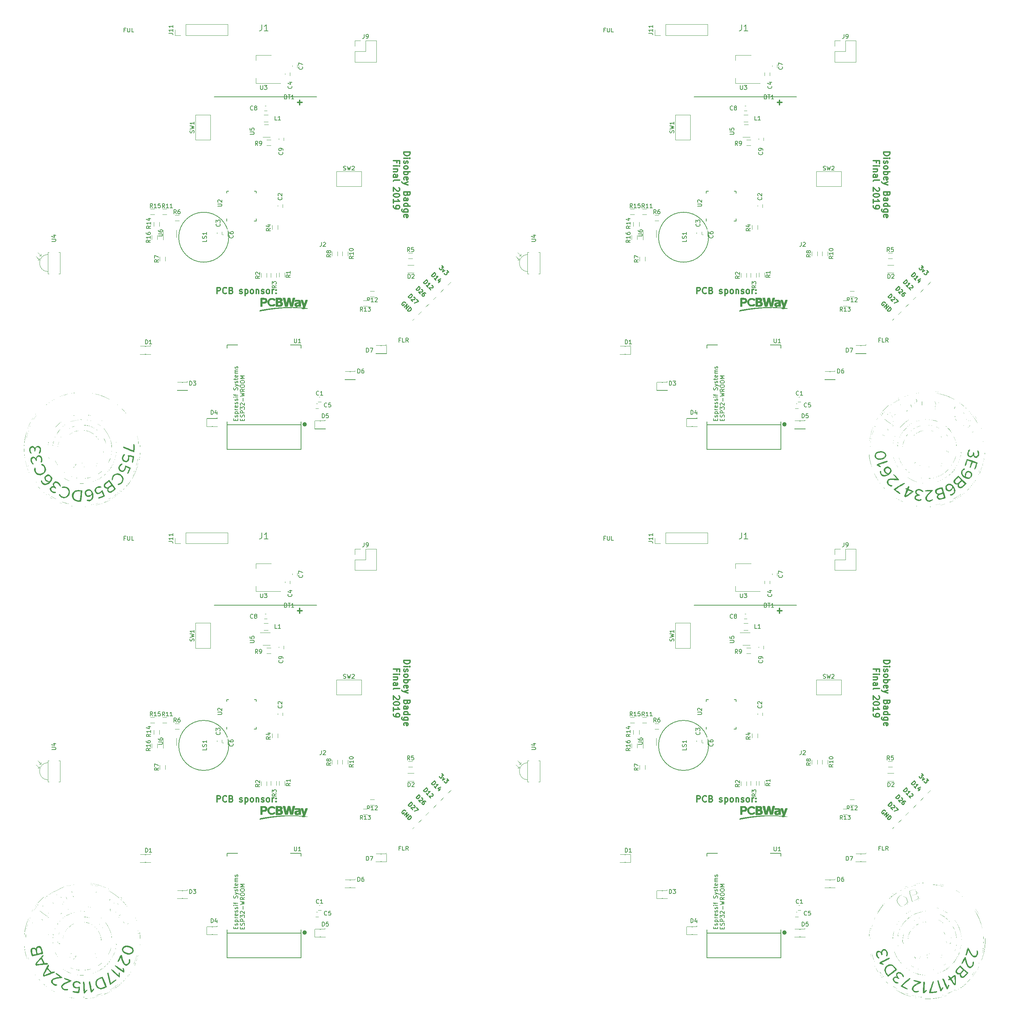
<source format=gto>
G04 #@! TF.FileFunction,Legend,Top*
%FSLAX46Y46*%
G04 Gerber Fmt 4.6, Leading zero omitted, Abs format (unit mm)*
G04 Created by KiCad (PCBNEW 4.0.7-e2-6376~58~ubuntu16.04.1) date Sat Nov  3 10:40:34 2018*
%MOMM*%
%LPD*%
G01*
G04 APERTURE LIST*
%ADD10C,0.150000*%
%ADD11C,0.300000*%
%ADD12C,0.250000*%
%ADD13C,0.120000*%
%ADD14C,0.010000*%
%ADD15C,0.500000*%
%ADD16C,2.540000*%
%ADD17R,1.150000X1.200000*%
%ADD18R,1.050000X1.460000*%
%ADD19R,1.300000X0.900000*%
%ADD20R,0.900000X1.300000*%
%ADD21R,1.200000X1.150000*%
%ADD22R,2.580000X2.000000*%
%ADD23R,2.000000X2.580000*%
%ADD24R,1.620000X1.050000*%
%ADD25R,2.200000X2.200000*%
%ADD26C,2.200000*%
%ADD27R,2.400000X4.200000*%
%ADD28R,2.400000X1.900000*%
%ADD29O,2.924000X1.700000*%
%ADD30R,1.400000X1.650000*%
%ADD31R,2.100000X2.100000*%
%ADD32O,2.100000X2.100000*%
%ADD33R,1.250000X1.050000*%
%ADD34R,2.400000X2.100000*%
%ADD35R,2.000000X1.800000*%
%ADD36R,0.800000X1.750000*%
%ADD37R,2.300000X2.000000*%
%ADD38O,0.700000X1.650000*%
%ADD39R,2.400000X3.400000*%
%ADD40O,0.650000X1.100000*%
%ADD41R,0.650000X1.100000*%
%ADD42O,1.100000X0.650000*%
%ADD43R,1.100000X0.650000*%
%ADD44R,1.687500X1.687500*%
%ADD45O,1.900000X2.924000*%
%ADD46O,2.900000X1.300000*%
%ADD47O,1.300000X2.900000*%
G04 APERTURE END LIST*
D10*
D11*
X187310714Y-144603571D02*
X187310714Y-143103571D01*
X187882142Y-143103571D01*
X188025000Y-143175000D01*
X188096428Y-143246429D01*
X188167857Y-143389286D01*
X188167857Y-143603571D01*
X188096428Y-143746429D01*
X188025000Y-143817857D01*
X187882142Y-143889286D01*
X187310714Y-143889286D01*
X189667857Y-144460714D02*
X189596428Y-144532143D01*
X189382142Y-144603571D01*
X189239285Y-144603571D01*
X189025000Y-144532143D01*
X188882142Y-144389286D01*
X188810714Y-144246429D01*
X188739285Y-143960714D01*
X188739285Y-143746429D01*
X188810714Y-143460714D01*
X188882142Y-143317857D01*
X189025000Y-143175000D01*
X189239285Y-143103571D01*
X189382142Y-143103571D01*
X189596428Y-143175000D01*
X189667857Y-143246429D01*
X190810714Y-143817857D02*
X191025000Y-143889286D01*
X191096428Y-143960714D01*
X191167857Y-144103571D01*
X191167857Y-144317857D01*
X191096428Y-144460714D01*
X191025000Y-144532143D01*
X190882142Y-144603571D01*
X190310714Y-144603571D01*
X190310714Y-143103571D01*
X190810714Y-143103571D01*
X190953571Y-143175000D01*
X191025000Y-143246429D01*
X191096428Y-143389286D01*
X191096428Y-143532143D01*
X191025000Y-143675000D01*
X190953571Y-143746429D01*
X190810714Y-143817857D01*
X190310714Y-143817857D01*
X192882142Y-144532143D02*
X193024999Y-144603571D01*
X193310714Y-144603571D01*
X193453571Y-144532143D01*
X193524999Y-144389286D01*
X193524999Y-144317857D01*
X193453571Y-144175000D01*
X193310714Y-144103571D01*
X193096428Y-144103571D01*
X192953571Y-144032143D01*
X192882142Y-143889286D01*
X192882142Y-143817857D01*
X192953571Y-143675000D01*
X193096428Y-143603571D01*
X193310714Y-143603571D01*
X193453571Y-143675000D01*
X194167857Y-143603571D02*
X194167857Y-145103571D01*
X194167857Y-143675000D02*
X194310714Y-143603571D01*
X194596428Y-143603571D01*
X194739285Y-143675000D01*
X194810714Y-143746429D01*
X194882143Y-143889286D01*
X194882143Y-144317857D01*
X194810714Y-144460714D01*
X194739285Y-144532143D01*
X194596428Y-144603571D01*
X194310714Y-144603571D01*
X194167857Y-144532143D01*
X195739286Y-144603571D02*
X195596428Y-144532143D01*
X195525000Y-144460714D01*
X195453571Y-144317857D01*
X195453571Y-143889286D01*
X195525000Y-143746429D01*
X195596428Y-143675000D01*
X195739286Y-143603571D01*
X195953571Y-143603571D01*
X196096428Y-143675000D01*
X196167857Y-143746429D01*
X196239286Y-143889286D01*
X196239286Y-144317857D01*
X196167857Y-144460714D01*
X196096428Y-144532143D01*
X195953571Y-144603571D01*
X195739286Y-144603571D01*
X196882143Y-143603571D02*
X196882143Y-144603571D01*
X196882143Y-143746429D02*
X196953571Y-143675000D01*
X197096429Y-143603571D01*
X197310714Y-143603571D01*
X197453571Y-143675000D01*
X197525000Y-143817857D01*
X197525000Y-144603571D01*
X198167857Y-144532143D02*
X198310714Y-144603571D01*
X198596429Y-144603571D01*
X198739286Y-144532143D01*
X198810714Y-144389286D01*
X198810714Y-144317857D01*
X198739286Y-144175000D01*
X198596429Y-144103571D01*
X198382143Y-144103571D01*
X198239286Y-144032143D01*
X198167857Y-143889286D01*
X198167857Y-143817857D01*
X198239286Y-143675000D01*
X198382143Y-143603571D01*
X198596429Y-143603571D01*
X198739286Y-143675000D01*
X199667858Y-144603571D02*
X199525000Y-144532143D01*
X199453572Y-144460714D01*
X199382143Y-144317857D01*
X199382143Y-143889286D01*
X199453572Y-143746429D01*
X199525000Y-143675000D01*
X199667858Y-143603571D01*
X199882143Y-143603571D01*
X200025000Y-143675000D01*
X200096429Y-143746429D01*
X200167858Y-143889286D01*
X200167858Y-144317857D01*
X200096429Y-144460714D01*
X200025000Y-144532143D01*
X199882143Y-144603571D01*
X199667858Y-144603571D01*
X200810715Y-144603571D02*
X200810715Y-143603571D01*
X200810715Y-143889286D02*
X200882143Y-143746429D01*
X200953572Y-143675000D01*
X201096429Y-143603571D01*
X201239286Y-143603571D01*
X201739286Y-144460714D02*
X201810714Y-144532143D01*
X201739286Y-144603571D01*
X201667857Y-144532143D01*
X201739286Y-144460714D01*
X201739286Y-144603571D01*
X201739286Y-143675000D02*
X201810714Y-143746429D01*
X201739286Y-143817857D01*
X201667857Y-143746429D01*
X201739286Y-143675000D01*
X201739286Y-143817857D01*
X70310714Y-144603571D02*
X70310714Y-143103571D01*
X70882142Y-143103571D01*
X71025000Y-143175000D01*
X71096428Y-143246429D01*
X71167857Y-143389286D01*
X71167857Y-143603571D01*
X71096428Y-143746429D01*
X71025000Y-143817857D01*
X70882142Y-143889286D01*
X70310714Y-143889286D01*
X72667857Y-144460714D02*
X72596428Y-144532143D01*
X72382142Y-144603571D01*
X72239285Y-144603571D01*
X72025000Y-144532143D01*
X71882142Y-144389286D01*
X71810714Y-144246429D01*
X71739285Y-143960714D01*
X71739285Y-143746429D01*
X71810714Y-143460714D01*
X71882142Y-143317857D01*
X72025000Y-143175000D01*
X72239285Y-143103571D01*
X72382142Y-143103571D01*
X72596428Y-143175000D01*
X72667857Y-143246429D01*
X73810714Y-143817857D02*
X74025000Y-143889286D01*
X74096428Y-143960714D01*
X74167857Y-144103571D01*
X74167857Y-144317857D01*
X74096428Y-144460714D01*
X74025000Y-144532143D01*
X73882142Y-144603571D01*
X73310714Y-144603571D01*
X73310714Y-143103571D01*
X73810714Y-143103571D01*
X73953571Y-143175000D01*
X74025000Y-143246429D01*
X74096428Y-143389286D01*
X74096428Y-143532143D01*
X74025000Y-143675000D01*
X73953571Y-143746429D01*
X73810714Y-143817857D01*
X73310714Y-143817857D01*
X75882142Y-144532143D02*
X76024999Y-144603571D01*
X76310714Y-144603571D01*
X76453571Y-144532143D01*
X76524999Y-144389286D01*
X76524999Y-144317857D01*
X76453571Y-144175000D01*
X76310714Y-144103571D01*
X76096428Y-144103571D01*
X75953571Y-144032143D01*
X75882142Y-143889286D01*
X75882142Y-143817857D01*
X75953571Y-143675000D01*
X76096428Y-143603571D01*
X76310714Y-143603571D01*
X76453571Y-143675000D01*
X77167857Y-143603571D02*
X77167857Y-145103571D01*
X77167857Y-143675000D02*
X77310714Y-143603571D01*
X77596428Y-143603571D01*
X77739285Y-143675000D01*
X77810714Y-143746429D01*
X77882143Y-143889286D01*
X77882143Y-144317857D01*
X77810714Y-144460714D01*
X77739285Y-144532143D01*
X77596428Y-144603571D01*
X77310714Y-144603571D01*
X77167857Y-144532143D01*
X78739286Y-144603571D02*
X78596428Y-144532143D01*
X78525000Y-144460714D01*
X78453571Y-144317857D01*
X78453571Y-143889286D01*
X78525000Y-143746429D01*
X78596428Y-143675000D01*
X78739286Y-143603571D01*
X78953571Y-143603571D01*
X79096428Y-143675000D01*
X79167857Y-143746429D01*
X79239286Y-143889286D01*
X79239286Y-144317857D01*
X79167857Y-144460714D01*
X79096428Y-144532143D01*
X78953571Y-144603571D01*
X78739286Y-144603571D01*
X79882143Y-143603571D02*
X79882143Y-144603571D01*
X79882143Y-143746429D02*
X79953571Y-143675000D01*
X80096429Y-143603571D01*
X80310714Y-143603571D01*
X80453571Y-143675000D01*
X80525000Y-143817857D01*
X80525000Y-144603571D01*
X81167857Y-144532143D02*
X81310714Y-144603571D01*
X81596429Y-144603571D01*
X81739286Y-144532143D01*
X81810714Y-144389286D01*
X81810714Y-144317857D01*
X81739286Y-144175000D01*
X81596429Y-144103571D01*
X81382143Y-144103571D01*
X81239286Y-144032143D01*
X81167857Y-143889286D01*
X81167857Y-143817857D01*
X81239286Y-143675000D01*
X81382143Y-143603571D01*
X81596429Y-143603571D01*
X81739286Y-143675000D01*
X82667858Y-144603571D02*
X82525000Y-144532143D01*
X82453572Y-144460714D01*
X82382143Y-144317857D01*
X82382143Y-143889286D01*
X82453572Y-143746429D01*
X82525000Y-143675000D01*
X82667858Y-143603571D01*
X82882143Y-143603571D01*
X83025000Y-143675000D01*
X83096429Y-143746429D01*
X83167858Y-143889286D01*
X83167858Y-144317857D01*
X83096429Y-144460714D01*
X83025000Y-144532143D01*
X82882143Y-144603571D01*
X82667858Y-144603571D01*
X83810715Y-144603571D02*
X83810715Y-143603571D01*
X83810715Y-143889286D02*
X83882143Y-143746429D01*
X83953572Y-143675000D01*
X84096429Y-143603571D01*
X84239286Y-143603571D01*
X84739286Y-144460714D02*
X84810714Y-144532143D01*
X84739286Y-144603571D01*
X84667857Y-144532143D01*
X84739286Y-144460714D01*
X84739286Y-144603571D01*
X84739286Y-143675000D02*
X84810714Y-143746429D01*
X84739286Y-143817857D01*
X84667857Y-143746429D01*
X84739286Y-143675000D01*
X84739286Y-143817857D01*
X187310714Y-20603571D02*
X187310714Y-19103571D01*
X187882142Y-19103571D01*
X188025000Y-19175000D01*
X188096428Y-19246429D01*
X188167857Y-19389286D01*
X188167857Y-19603571D01*
X188096428Y-19746429D01*
X188025000Y-19817857D01*
X187882142Y-19889286D01*
X187310714Y-19889286D01*
X189667857Y-20460714D02*
X189596428Y-20532143D01*
X189382142Y-20603571D01*
X189239285Y-20603571D01*
X189025000Y-20532143D01*
X188882142Y-20389286D01*
X188810714Y-20246429D01*
X188739285Y-19960714D01*
X188739285Y-19746429D01*
X188810714Y-19460714D01*
X188882142Y-19317857D01*
X189025000Y-19175000D01*
X189239285Y-19103571D01*
X189382142Y-19103571D01*
X189596428Y-19175000D01*
X189667857Y-19246429D01*
X190810714Y-19817857D02*
X191025000Y-19889286D01*
X191096428Y-19960714D01*
X191167857Y-20103571D01*
X191167857Y-20317857D01*
X191096428Y-20460714D01*
X191025000Y-20532143D01*
X190882142Y-20603571D01*
X190310714Y-20603571D01*
X190310714Y-19103571D01*
X190810714Y-19103571D01*
X190953571Y-19175000D01*
X191025000Y-19246429D01*
X191096428Y-19389286D01*
X191096428Y-19532143D01*
X191025000Y-19675000D01*
X190953571Y-19746429D01*
X190810714Y-19817857D01*
X190310714Y-19817857D01*
X192882142Y-20532143D02*
X193024999Y-20603571D01*
X193310714Y-20603571D01*
X193453571Y-20532143D01*
X193524999Y-20389286D01*
X193524999Y-20317857D01*
X193453571Y-20175000D01*
X193310714Y-20103571D01*
X193096428Y-20103571D01*
X192953571Y-20032143D01*
X192882142Y-19889286D01*
X192882142Y-19817857D01*
X192953571Y-19675000D01*
X193096428Y-19603571D01*
X193310714Y-19603571D01*
X193453571Y-19675000D01*
X194167857Y-19603571D02*
X194167857Y-21103571D01*
X194167857Y-19675000D02*
X194310714Y-19603571D01*
X194596428Y-19603571D01*
X194739285Y-19675000D01*
X194810714Y-19746429D01*
X194882143Y-19889286D01*
X194882143Y-20317857D01*
X194810714Y-20460714D01*
X194739285Y-20532143D01*
X194596428Y-20603571D01*
X194310714Y-20603571D01*
X194167857Y-20532143D01*
X195739286Y-20603571D02*
X195596428Y-20532143D01*
X195525000Y-20460714D01*
X195453571Y-20317857D01*
X195453571Y-19889286D01*
X195525000Y-19746429D01*
X195596428Y-19675000D01*
X195739286Y-19603571D01*
X195953571Y-19603571D01*
X196096428Y-19675000D01*
X196167857Y-19746429D01*
X196239286Y-19889286D01*
X196239286Y-20317857D01*
X196167857Y-20460714D01*
X196096428Y-20532143D01*
X195953571Y-20603571D01*
X195739286Y-20603571D01*
X196882143Y-19603571D02*
X196882143Y-20603571D01*
X196882143Y-19746429D02*
X196953571Y-19675000D01*
X197096429Y-19603571D01*
X197310714Y-19603571D01*
X197453571Y-19675000D01*
X197525000Y-19817857D01*
X197525000Y-20603571D01*
X198167857Y-20532143D02*
X198310714Y-20603571D01*
X198596429Y-20603571D01*
X198739286Y-20532143D01*
X198810714Y-20389286D01*
X198810714Y-20317857D01*
X198739286Y-20175000D01*
X198596429Y-20103571D01*
X198382143Y-20103571D01*
X198239286Y-20032143D01*
X198167857Y-19889286D01*
X198167857Y-19817857D01*
X198239286Y-19675000D01*
X198382143Y-19603571D01*
X198596429Y-19603571D01*
X198739286Y-19675000D01*
X199667858Y-20603571D02*
X199525000Y-20532143D01*
X199453572Y-20460714D01*
X199382143Y-20317857D01*
X199382143Y-19889286D01*
X199453572Y-19746429D01*
X199525000Y-19675000D01*
X199667858Y-19603571D01*
X199882143Y-19603571D01*
X200025000Y-19675000D01*
X200096429Y-19746429D01*
X200167858Y-19889286D01*
X200167858Y-20317857D01*
X200096429Y-20460714D01*
X200025000Y-20532143D01*
X199882143Y-20603571D01*
X199667858Y-20603571D01*
X200810715Y-20603571D02*
X200810715Y-19603571D01*
X200810715Y-19889286D02*
X200882143Y-19746429D01*
X200953572Y-19675000D01*
X201096429Y-19603571D01*
X201239286Y-19603571D01*
X201739286Y-20460714D02*
X201810714Y-20532143D01*
X201739286Y-20603571D01*
X201667857Y-20532143D01*
X201739286Y-20460714D01*
X201739286Y-20603571D01*
X201739286Y-19675000D02*
X201810714Y-19746429D01*
X201739286Y-19817857D01*
X201667857Y-19746429D01*
X201739286Y-19675000D01*
X201739286Y-19817857D01*
X232921429Y-110071429D02*
X234421429Y-110071429D01*
X234421429Y-110428572D01*
X234350000Y-110642857D01*
X234207143Y-110785715D01*
X234064286Y-110857143D01*
X233778571Y-110928572D01*
X233564286Y-110928572D01*
X233278571Y-110857143D01*
X233135714Y-110785715D01*
X232992857Y-110642857D01*
X232921429Y-110428572D01*
X232921429Y-110071429D01*
X232921429Y-111571429D02*
X233921429Y-111571429D01*
X234421429Y-111571429D02*
X234350000Y-111500000D01*
X234278571Y-111571429D01*
X234350000Y-111642857D01*
X234421429Y-111571429D01*
X234278571Y-111571429D01*
X232992857Y-112214286D02*
X232921429Y-112357143D01*
X232921429Y-112642858D01*
X232992857Y-112785715D01*
X233135714Y-112857143D01*
X233207143Y-112857143D01*
X233350000Y-112785715D01*
X233421429Y-112642858D01*
X233421429Y-112428572D01*
X233492857Y-112285715D01*
X233635714Y-112214286D01*
X233707143Y-112214286D01*
X233850000Y-112285715D01*
X233921429Y-112428572D01*
X233921429Y-112642858D01*
X233850000Y-112785715D01*
X232921429Y-113714287D02*
X232992857Y-113571429D01*
X233064286Y-113500001D01*
X233207143Y-113428572D01*
X233635714Y-113428572D01*
X233778571Y-113500001D01*
X233850000Y-113571429D01*
X233921429Y-113714287D01*
X233921429Y-113928572D01*
X233850000Y-114071429D01*
X233778571Y-114142858D01*
X233635714Y-114214287D01*
X233207143Y-114214287D01*
X233064286Y-114142858D01*
X232992857Y-114071429D01*
X232921429Y-113928572D01*
X232921429Y-113714287D01*
X232921429Y-114857144D02*
X234421429Y-114857144D01*
X233850000Y-114857144D02*
X233921429Y-115000001D01*
X233921429Y-115285715D01*
X233850000Y-115428572D01*
X233778571Y-115500001D01*
X233635714Y-115571430D01*
X233207143Y-115571430D01*
X233064286Y-115500001D01*
X232992857Y-115428572D01*
X232921429Y-115285715D01*
X232921429Y-115000001D01*
X232992857Y-114857144D01*
X232992857Y-116785715D02*
X232921429Y-116642858D01*
X232921429Y-116357144D01*
X232992857Y-116214287D01*
X233135714Y-116142858D01*
X233707143Y-116142858D01*
X233850000Y-116214287D01*
X233921429Y-116357144D01*
X233921429Y-116642858D01*
X233850000Y-116785715D01*
X233707143Y-116857144D01*
X233564286Y-116857144D01*
X233421429Y-116142858D01*
X233921429Y-117357144D02*
X232921429Y-117714287D01*
X233921429Y-118071429D02*
X232921429Y-117714287D01*
X232564286Y-117571429D01*
X232492857Y-117500001D01*
X232421429Y-117357144D01*
X233707143Y-120285715D02*
X233635714Y-120500001D01*
X233564286Y-120571429D01*
X233421429Y-120642858D01*
X233207143Y-120642858D01*
X233064286Y-120571429D01*
X232992857Y-120500001D01*
X232921429Y-120357143D01*
X232921429Y-119785715D01*
X234421429Y-119785715D01*
X234421429Y-120285715D01*
X234350000Y-120428572D01*
X234278571Y-120500001D01*
X234135714Y-120571429D01*
X233992857Y-120571429D01*
X233850000Y-120500001D01*
X233778571Y-120428572D01*
X233707143Y-120285715D01*
X233707143Y-119785715D01*
X232921429Y-121928572D02*
X233707143Y-121928572D01*
X233850000Y-121857143D01*
X233921429Y-121714286D01*
X233921429Y-121428572D01*
X233850000Y-121285715D01*
X232992857Y-121928572D02*
X232921429Y-121785715D01*
X232921429Y-121428572D01*
X232992857Y-121285715D01*
X233135714Y-121214286D01*
X233278571Y-121214286D01*
X233421429Y-121285715D01*
X233492857Y-121428572D01*
X233492857Y-121785715D01*
X233564286Y-121928572D01*
X232921429Y-123285715D02*
X234421429Y-123285715D01*
X232992857Y-123285715D02*
X232921429Y-123142858D01*
X232921429Y-122857144D01*
X232992857Y-122714286D01*
X233064286Y-122642858D01*
X233207143Y-122571429D01*
X233635714Y-122571429D01*
X233778571Y-122642858D01*
X233850000Y-122714286D01*
X233921429Y-122857144D01*
X233921429Y-123142858D01*
X233850000Y-123285715D01*
X233921429Y-124642858D02*
X232707143Y-124642858D01*
X232564286Y-124571429D01*
X232492857Y-124500001D01*
X232421429Y-124357144D01*
X232421429Y-124142858D01*
X232492857Y-124000001D01*
X232992857Y-124642858D02*
X232921429Y-124500001D01*
X232921429Y-124214287D01*
X232992857Y-124071429D01*
X233064286Y-124000001D01*
X233207143Y-123928572D01*
X233635714Y-123928572D01*
X233778571Y-124000001D01*
X233850000Y-124071429D01*
X233921429Y-124214287D01*
X233921429Y-124500001D01*
X233850000Y-124642858D01*
X232992857Y-125928572D02*
X232921429Y-125785715D01*
X232921429Y-125500001D01*
X232992857Y-125357144D01*
X233135714Y-125285715D01*
X233707143Y-125285715D01*
X233850000Y-125357144D01*
X233921429Y-125500001D01*
X233921429Y-125785715D01*
X233850000Y-125928572D01*
X233707143Y-126000001D01*
X233564286Y-126000001D01*
X233421429Y-125285715D01*
X231157143Y-112678573D02*
X231157143Y-112178573D01*
X230371429Y-112178573D02*
X231871429Y-112178573D01*
X231871429Y-112892859D01*
X230371429Y-113464287D02*
X231371429Y-113464287D01*
X231871429Y-113464287D02*
X231800000Y-113392858D01*
X231728571Y-113464287D01*
X231800000Y-113535715D01*
X231871429Y-113464287D01*
X231728571Y-113464287D01*
X231371429Y-114178573D02*
X230371429Y-114178573D01*
X231228571Y-114178573D02*
X231300000Y-114250001D01*
X231371429Y-114392859D01*
X231371429Y-114607144D01*
X231300000Y-114750001D01*
X231157143Y-114821430D01*
X230371429Y-114821430D01*
X230371429Y-116178573D02*
X231157143Y-116178573D01*
X231300000Y-116107144D01*
X231371429Y-115964287D01*
X231371429Y-115678573D01*
X231300000Y-115535716D01*
X230442857Y-116178573D02*
X230371429Y-116035716D01*
X230371429Y-115678573D01*
X230442857Y-115535716D01*
X230585714Y-115464287D01*
X230728571Y-115464287D01*
X230871429Y-115535716D01*
X230942857Y-115678573D01*
X230942857Y-116035716D01*
X231014286Y-116178573D01*
X230371429Y-117107145D02*
X230442857Y-116964287D01*
X230585714Y-116892859D01*
X231871429Y-116892859D01*
X231728571Y-118750001D02*
X231800000Y-118821430D01*
X231871429Y-118964287D01*
X231871429Y-119321430D01*
X231800000Y-119464287D01*
X231728571Y-119535716D01*
X231585714Y-119607144D01*
X231442857Y-119607144D01*
X231228571Y-119535716D01*
X230371429Y-118678573D01*
X230371429Y-119607144D01*
X231871429Y-120535715D02*
X231871429Y-120678572D01*
X231800000Y-120821429D01*
X231728571Y-120892858D01*
X231585714Y-120964287D01*
X231300000Y-121035715D01*
X230942857Y-121035715D01*
X230657143Y-120964287D01*
X230514286Y-120892858D01*
X230442857Y-120821429D01*
X230371429Y-120678572D01*
X230371429Y-120535715D01*
X230442857Y-120392858D01*
X230514286Y-120321429D01*
X230657143Y-120250001D01*
X230942857Y-120178572D01*
X231300000Y-120178572D01*
X231585714Y-120250001D01*
X231728571Y-120321429D01*
X231800000Y-120392858D01*
X231871429Y-120535715D01*
X230371429Y-122464286D02*
X230371429Y-121607143D01*
X230371429Y-122035715D02*
X231871429Y-122035715D01*
X231657143Y-121892858D01*
X231514286Y-121750000D01*
X231442857Y-121607143D01*
X230371429Y-123178571D02*
X230371429Y-123464286D01*
X230442857Y-123607143D01*
X230514286Y-123678571D01*
X230728571Y-123821429D01*
X231014286Y-123892857D01*
X231585714Y-123892857D01*
X231728571Y-123821429D01*
X231800000Y-123750000D01*
X231871429Y-123607143D01*
X231871429Y-123321429D01*
X231800000Y-123178571D01*
X231728571Y-123107143D01*
X231585714Y-123035714D01*
X231228571Y-123035714D01*
X231085714Y-123107143D01*
X231014286Y-123178571D01*
X230942857Y-123321429D01*
X230942857Y-123607143D01*
X231014286Y-123750000D01*
X231085714Y-123821429D01*
X231228571Y-123892857D01*
X115921429Y-110071429D02*
X117421429Y-110071429D01*
X117421429Y-110428572D01*
X117350000Y-110642857D01*
X117207143Y-110785715D01*
X117064286Y-110857143D01*
X116778571Y-110928572D01*
X116564286Y-110928572D01*
X116278571Y-110857143D01*
X116135714Y-110785715D01*
X115992857Y-110642857D01*
X115921429Y-110428572D01*
X115921429Y-110071429D01*
X115921429Y-111571429D02*
X116921429Y-111571429D01*
X117421429Y-111571429D02*
X117350000Y-111500000D01*
X117278571Y-111571429D01*
X117350000Y-111642857D01*
X117421429Y-111571429D01*
X117278571Y-111571429D01*
X115992857Y-112214286D02*
X115921429Y-112357143D01*
X115921429Y-112642858D01*
X115992857Y-112785715D01*
X116135714Y-112857143D01*
X116207143Y-112857143D01*
X116350000Y-112785715D01*
X116421429Y-112642858D01*
X116421429Y-112428572D01*
X116492857Y-112285715D01*
X116635714Y-112214286D01*
X116707143Y-112214286D01*
X116850000Y-112285715D01*
X116921429Y-112428572D01*
X116921429Y-112642858D01*
X116850000Y-112785715D01*
X115921429Y-113714287D02*
X115992857Y-113571429D01*
X116064286Y-113500001D01*
X116207143Y-113428572D01*
X116635714Y-113428572D01*
X116778571Y-113500001D01*
X116850000Y-113571429D01*
X116921429Y-113714287D01*
X116921429Y-113928572D01*
X116850000Y-114071429D01*
X116778571Y-114142858D01*
X116635714Y-114214287D01*
X116207143Y-114214287D01*
X116064286Y-114142858D01*
X115992857Y-114071429D01*
X115921429Y-113928572D01*
X115921429Y-113714287D01*
X115921429Y-114857144D02*
X117421429Y-114857144D01*
X116850000Y-114857144D02*
X116921429Y-115000001D01*
X116921429Y-115285715D01*
X116850000Y-115428572D01*
X116778571Y-115500001D01*
X116635714Y-115571430D01*
X116207143Y-115571430D01*
X116064286Y-115500001D01*
X115992857Y-115428572D01*
X115921429Y-115285715D01*
X115921429Y-115000001D01*
X115992857Y-114857144D01*
X115992857Y-116785715D02*
X115921429Y-116642858D01*
X115921429Y-116357144D01*
X115992857Y-116214287D01*
X116135714Y-116142858D01*
X116707143Y-116142858D01*
X116850000Y-116214287D01*
X116921429Y-116357144D01*
X116921429Y-116642858D01*
X116850000Y-116785715D01*
X116707143Y-116857144D01*
X116564286Y-116857144D01*
X116421429Y-116142858D01*
X116921429Y-117357144D02*
X115921429Y-117714287D01*
X116921429Y-118071429D02*
X115921429Y-117714287D01*
X115564286Y-117571429D01*
X115492857Y-117500001D01*
X115421429Y-117357144D01*
X116707143Y-120285715D02*
X116635714Y-120500001D01*
X116564286Y-120571429D01*
X116421429Y-120642858D01*
X116207143Y-120642858D01*
X116064286Y-120571429D01*
X115992857Y-120500001D01*
X115921429Y-120357143D01*
X115921429Y-119785715D01*
X117421429Y-119785715D01*
X117421429Y-120285715D01*
X117350000Y-120428572D01*
X117278571Y-120500001D01*
X117135714Y-120571429D01*
X116992857Y-120571429D01*
X116850000Y-120500001D01*
X116778571Y-120428572D01*
X116707143Y-120285715D01*
X116707143Y-119785715D01*
X115921429Y-121928572D02*
X116707143Y-121928572D01*
X116850000Y-121857143D01*
X116921429Y-121714286D01*
X116921429Y-121428572D01*
X116850000Y-121285715D01*
X115992857Y-121928572D02*
X115921429Y-121785715D01*
X115921429Y-121428572D01*
X115992857Y-121285715D01*
X116135714Y-121214286D01*
X116278571Y-121214286D01*
X116421429Y-121285715D01*
X116492857Y-121428572D01*
X116492857Y-121785715D01*
X116564286Y-121928572D01*
X115921429Y-123285715D02*
X117421429Y-123285715D01*
X115992857Y-123285715D02*
X115921429Y-123142858D01*
X115921429Y-122857144D01*
X115992857Y-122714286D01*
X116064286Y-122642858D01*
X116207143Y-122571429D01*
X116635714Y-122571429D01*
X116778571Y-122642858D01*
X116850000Y-122714286D01*
X116921429Y-122857144D01*
X116921429Y-123142858D01*
X116850000Y-123285715D01*
X116921429Y-124642858D02*
X115707143Y-124642858D01*
X115564286Y-124571429D01*
X115492857Y-124500001D01*
X115421429Y-124357144D01*
X115421429Y-124142858D01*
X115492857Y-124000001D01*
X115992857Y-124642858D02*
X115921429Y-124500001D01*
X115921429Y-124214287D01*
X115992857Y-124071429D01*
X116064286Y-124000001D01*
X116207143Y-123928572D01*
X116635714Y-123928572D01*
X116778571Y-124000001D01*
X116850000Y-124071429D01*
X116921429Y-124214287D01*
X116921429Y-124500001D01*
X116850000Y-124642858D01*
X115992857Y-125928572D02*
X115921429Y-125785715D01*
X115921429Y-125500001D01*
X115992857Y-125357144D01*
X116135714Y-125285715D01*
X116707143Y-125285715D01*
X116850000Y-125357144D01*
X116921429Y-125500001D01*
X116921429Y-125785715D01*
X116850000Y-125928572D01*
X116707143Y-126000001D01*
X116564286Y-126000001D01*
X116421429Y-125285715D01*
X114157143Y-112678573D02*
X114157143Y-112178573D01*
X113371429Y-112178573D02*
X114871429Y-112178573D01*
X114871429Y-112892859D01*
X113371429Y-113464287D02*
X114371429Y-113464287D01*
X114871429Y-113464287D02*
X114800000Y-113392858D01*
X114728571Y-113464287D01*
X114800000Y-113535715D01*
X114871429Y-113464287D01*
X114728571Y-113464287D01*
X114371429Y-114178573D02*
X113371429Y-114178573D01*
X114228571Y-114178573D02*
X114300000Y-114250001D01*
X114371429Y-114392859D01*
X114371429Y-114607144D01*
X114300000Y-114750001D01*
X114157143Y-114821430D01*
X113371429Y-114821430D01*
X113371429Y-116178573D02*
X114157143Y-116178573D01*
X114300000Y-116107144D01*
X114371429Y-115964287D01*
X114371429Y-115678573D01*
X114300000Y-115535716D01*
X113442857Y-116178573D02*
X113371429Y-116035716D01*
X113371429Y-115678573D01*
X113442857Y-115535716D01*
X113585714Y-115464287D01*
X113728571Y-115464287D01*
X113871429Y-115535716D01*
X113942857Y-115678573D01*
X113942857Y-116035716D01*
X114014286Y-116178573D01*
X113371429Y-117107145D02*
X113442857Y-116964287D01*
X113585714Y-116892859D01*
X114871429Y-116892859D01*
X114728571Y-118750001D02*
X114800000Y-118821430D01*
X114871429Y-118964287D01*
X114871429Y-119321430D01*
X114800000Y-119464287D01*
X114728571Y-119535716D01*
X114585714Y-119607144D01*
X114442857Y-119607144D01*
X114228571Y-119535716D01*
X113371429Y-118678573D01*
X113371429Y-119607144D01*
X114871429Y-120535715D02*
X114871429Y-120678572D01*
X114800000Y-120821429D01*
X114728571Y-120892858D01*
X114585714Y-120964287D01*
X114300000Y-121035715D01*
X113942857Y-121035715D01*
X113657143Y-120964287D01*
X113514286Y-120892858D01*
X113442857Y-120821429D01*
X113371429Y-120678572D01*
X113371429Y-120535715D01*
X113442857Y-120392858D01*
X113514286Y-120321429D01*
X113657143Y-120250001D01*
X113942857Y-120178572D01*
X114300000Y-120178572D01*
X114585714Y-120250001D01*
X114728571Y-120321429D01*
X114800000Y-120392858D01*
X114871429Y-120535715D01*
X113371429Y-122464286D02*
X113371429Y-121607143D01*
X113371429Y-122035715D02*
X114871429Y-122035715D01*
X114657143Y-121892858D01*
X114514286Y-121750000D01*
X114442857Y-121607143D01*
X113371429Y-123178571D02*
X113371429Y-123464286D01*
X113442857Y-123607143D01*
X113514286Y-123678571D01*
X113728571Y-123821429D01*
X114014286Y-123892857D01*
X114585714Y-123892857D01*
X114728571Y-123821429D01*
X114800000Y-123750000D01*
X114871429Y-123607143D01*
X114871429Y-123321429D01*
X114800000Y-123178571D01*
X114728571Y-123107143D01*
X114585714Y-123035714D01*
X114228571Y-123035714D01*
X114085714Y-123107143D01*
X114014286Y-123178571D01*
X113942857Y-123321429D01*
X113942857Y-123607143D01*
X114014286Y-123750000D01*
X114085714Y-123821429D01*
X114228571Y-123892857D01*
X232921429Y13928571D02*
X234421429Y13928571D01*
X234421429Y13571428D01*
X234350000Y13357143D01*
X234207143Y13214285D01*
X234064286Y13142857D01*
X233778571Y13071428D01*
X233564286Y13071428D01*
X233278571Y13142857D01*
X233135714Y13214285D01*
X232992857Y13357143D01*
X232921429Y13571428D01*
X232921429Y13928571D01*
X232921429Y12428571D02*
X233921429Y12428571D01*
X234421429Y12428571D02*
X234350000Y12500000D01*
X234278571Y12428571D01*
X234350000Y12357143D01*
X234421429Y12428571D01*
X234278571Y12428571D01*
X232992857Y11785714D02*
X232921429Y11642857D01*
X232921429Y11357142D01*
X232992857Y11214285D01*
X233135714Y11142857D01*
X233207143Y11142857D01*
X233350000Y11214285D01*
X233421429Y11357142D01*
X233421429Y11571428D01*
X233492857Y11714285D01*
X233635714Y11785714D01*
X233707143Y11785714D01*
X233850000Y11714285D01*
X233921429Y11571428D01*
X233921429Y11357142D01*
X233850000Y11214285D01*
X232921429Y10285713D02*
X232992857Y10428571D01*
X233064286Y10499999D01*
X233207143Y10571428D01*
X233635714Y10571428D01*
X233778571Y10499999D01*
X233850000Y10428571D01*
X233921429Y10285713D01*
X233921429Y10071428D01*
X233850000Y9928571D01*
X233778571Y9857142D01*
X233635714Y9785713D01*
X233207143Y9785713D01*
X233064286Y9857142D01*
X232992857Y9928571D01*
X232921429Y10071428D01*
X232921429Y10285713D01*
X232921429Y9142856D02*
X234421429Y9142856D01*
X233850000Y9142856D02*
X233921429Y8999999D01*
X233921429Y8714285D01*
X233850000Y8571428D01*
X233778571Y8499999D01*
X233635714Y8428570D01*
X233207143Y8428570D01*
X233064286Y8499999D01*
X232992857Y8571428D01*
X232921429Y8714285D01*
X232921429Y8999999D01*
X232992857Y9142856D01*
X232992857Y7214285D02*
X232921429Y7357142D01*
X232921429Y7642856D01*
X232992857Y7785713D01*
X233135714Y7857142D01*
X233707143Y7857142D01*
X233850000Y7785713D01*
X233921429Y7642856D01*
X233921429Y7357142D01*
X233850000Y7214285D01*
X233707143Y7142856D01*
X233564286Y7142856D01*
X233421429Y7857142D01*
X233921429Y6642856D02*
X232921429Y6285713D01*
X233921429Y5928571D02*
X232921429Y6285713D01*
X232564286Y6428571D01*
X232492857Y6499999D01*
X232421429Y6642856D01*
X233707143Y3714285D02*
X233635714Y3499999D01*
X233564286Y3428571D01*
X233421429Y3357142D01*
X233207143Y3357142D01*
X233064286Y3428571D01*
X232992857Y3499999D01*
X232921429Y3642857D01*
X232921429Y4214285D01*
X234421429Y4214285D01*
X234421429Y3714285D01*
X234350000Y3571428D01*
X234278571Y3499999D01*
X234135714Y3428571D01*
X233992857Y3428571D01*
X233850000Y3499999D01*
X233778571Y3571428D01*
X233707143Y3714285D01*
X233707143Y4214285D01*
X232921429Y2071428D02*
X233707143Y2071428D01*
X233850000Y2142857D01*
X233921429Y2285714D01*
X233921429Y2571428D01*
X233850000Y2714285D01*
X232992857Y2071428D02*
X232921429Y2214285D01*
X232921429Y2571428D01*
X232992857Y2714285D01*
X233135714Y2785714D01*
X233278571Y2785714D01*
X233421429Y2714285D01*
X233492857Y2571428D01*
X233492857Y2214285D01*
X233564286Y2071428D01*
X232921429Y714285D02*
X234421429Y714285D01*
X232992857Y714285D02*
X232921429Y857142D01*
X232921429Y1142856D01*
X232992857Y1285714D01*
X233064286Y1357142D01*
X233207143Y1428571D01*
X233635714Y1428571D01*
X233778571Y1357142D01*
X233850000Y1285714D01*
X233921429Y1142856D01*
X233921429Y857142D01*
X233850000Y714285D01*
X233921429Y-642858D02*
X232707143Y-642858D01*
X232564286Y-571429D01*
X232492857Y-500001D01*
X232421429Y-357144D01*
X232421429Y-142858D01*
X232492857Y-1D01*
X232992857Y-642858D02*
X232921429Y-500001D01*
X232921429Y-214287D01*
X232992857Y-71429D01*
X233064286Y-1D01*
X233207143Y71428D01*
X233635714Y71428D01*
X233778571Y-1D01*
X233850000Y-71429D01*
X233921429Y-214287D01*
X233921429Y-500001D01*
X233850000Y-642858D01*
X232992857Y-1928572D02*
X232921429Y-1785715D01*
X232921429Y-1500001D01*
X232992857Y-1357144D01*
X233135714Y-1285715D01*
X233707143Y-1285715D01*
X233850000Y-1357144D01*
X233921429Y-1500001D01*
X233921429Y-1785715D01*
X233850000Y-1928572D01*
X233707143Y-2000001D01*
X233564286Y-2000001D01*
X233421429Y-1285715D01*
X231157143Y11321427D02*
X231157143Y11821427D01*
X230371429Y11821427D02*
X231871429Y11821427D01*
X231871429Y11107141D01*
X230371429Y10535713D02*
X231371429Y10535713D01*
X231871429Y10535713D02*
X231800000Y10607142D01*
X231728571Y10535713D01*
X231800000Y10464285D01*
X231871429Y10535713D01*
X231728571Y10535713D01*
X231371429Y9821427D02*
X230371429Y9821427D01*
X231228571Y9821427D02*
X231300000Y9749999D01*
X231371429Y9607141D01*
X231371429Y9392856D01*
X231300000Y9249999D01*
X231157143Y9178570D01*
X230371429Y9178570D01*
X230371429Y7821427D02*
X231157143Y7821427D01*
X231300000Y7892856D01*
X231371429Y8035713D01*
X231371429Y8321427D01*
X231300000Y8464284D01*
X230442857Y7821427D02*
X230371429Y7964284D01*
X230371429Y8321427D01*
X230442857Y8464284D01*
X230585714Y8535713D01*
X230728571Y8535713D01*
X230871429Y8464284D01*
X230942857Y8321427D01*
X230942857Y7964284D01*
X231014286Y7821427D01*
X230371429Y6892855D02*
X230442857Y7035713D01*
X230585714Y7107141D01*
X231871429Y7107141D01*
X231728571Y5249999D02*
X231800000Y5178570D01*
X231871429Y5035713D01*
X231871429Y4678570D01*
X231800000Y4535713D01*
X231728571Y4464284D01*
X231585714Y4392856D01*
X231442857Y4392856D01*
X231228571Y4464284D01*
X230371429Y5321427D01*
X230371429Y4392856D01*
X231871429Y3464285D02*
X231871429Y3321428D01*
X231800000Y3178571D01*
X231728571Y3107142D01*
X231585714Y3035713D01*
X231300000Y2964285D01*
X230942857Y2964285D01*
X230657143Y3035713D01*
X230514286Y3107142D01*
X230442857Y3178571D01*
X230371429Y3321428D01*
X230371429Y3464285D01*
X230442857Y3607142D01*
X230514286Y3678571D01*
X230657143Y3749999D01*
X230942857Y3821428D01*
X231300000Y3821428D01*
X231585714Y3749999D01*
X231728571Y3678571D01*
X231800000Y3607142D01*
X231871429Y3464285D01*
X230371429Y1535714D02*
X230371429Y2392857D01*
X230371429Y1964285D02*
X231871429Y1964285D01*
X231657143Y2107142D01*
X231514286Y2250000D01*
X231442857Y2392857D01*
X230371429Y821429D02*
X230371429Y535714D01*
X230442857Y392857D01*
X230514286Y321429D01*
X230728571Y178571D01*
X231014286Y107143D01*
X231585714Y107143D01*
X231728571Y178571D01*
X231800000Y250000D01*
X231871429Y392857D01*
X231871429Y678571D01*
X231800000Y821429D01*
X231728571Y892857D01*
X231585714Y964286D01*
X231228571Y964286D01*
X231085714Y892857D01*
X231014286Y821429D01*
X230942857Y678571D01*
X230942857Y392857D01*
X231014286Y250000D01*
X231085714Y178571D01*
X231228571Y107143D01*
X206953572Y-97957143D02*
X208096429Y-97957143D01*
X207525000Y-98528571D02*
X207525000Y-97385714D01*
X89953572Y-97957143D02*
X91096429Y-97957143D01*
X90525000Y-98528571D02*
X90525000Y-97385714D01*
X206953572Y26042857D02*
X208096429Y26042857D01*
X207525000Y25471429D02*
X207525000Y26614286D01*
D12*
X242145431Y-137695981D02*
X242583164Y-138133714D01*
X242078088Y-138167385D01*
X242179104Y-138268401D01*
X242212776Y-138369416D01*
X242212776Y-138436760D01*
X242179103Y-138537776D01*
X242010745Y-138706134D01*
X241909729Y-138739806D01*
X241842386Y-138739806D01*
X241741371Y-138706134D01*
X241539340Y-138504103D01*
X241505668Y-138403088D01*
X241505668Y-138335745D01*
X242583164Y-138605118D02*
X242280118Y-139244882D01*
X242919882Y-138941836D01*
X243357615Y-138908164D02*
X243795348Y-139345898D01*
X243290271Y-139379569D01*
X243391287Y-139480584D01*
X243424959Y-139581600D01*
X243424959Y-139648943D01*
X243391286Y-139749959D01*
X243222928Y-139918317D01*
X243121913Y-139951989D01*
X243054569Y-139951989D01*
X242953554Y-139918317D01*
X242751523Y-139716286D01*
X242717851Y-139615271D01*
X242717851Y-139547928D01*
X125145431Y-137695981D02*
X125583164Y-138133714D01*
X125078088Y-138167385D01*
X125179104Y-138268401D01*
X125212776Y-138369416D01*
X125212776Y-138436760D01*
X125179103Y-138537776D01*
X125010745Y-138706134D01*
X124909729Y-138739806D01*
X124842386Y-138739806D01*
X124741371Y-138706134D01*
X124539340Y-138504103D01*
X124505668Y-138403088D01*
X124505668Y-138335745D01*
X125583164Y-138605118D02*
X125280118Y-139244882D01*
X125919882Y-138941836D01*
X126357615Y-138908164D02*
X126795348Y-139345898D01*
X126290271Y-139379569D01*
X126391287Y-139480584D01*
X126424959Y-139581600D01*
X126424959Y-139648943D01*
X126391286Y-139749959D01*
X126222928Y-139918317D01*
X126121913Y-139951989D01*
X126054569Y-139951989D01*
X125953554Y-139918317D01*
X125751523Y-139716286D01*
X125717851Y-139615271D01*
X125717851Y-139547928D01*
X242145431Y-13695981D02*
X242583164Y-14133714D01*
X242078088Y-14167385D01*
X242179104Y-14268401D01*
X242212776Y-14369416D01*
X242212776Y-14436760D01*
X242179103Y-14537776D01*
X242010745Y-14706134D01*
X241909729Y-14739806D01*
X241842386Y-14739806D01*
X241741371Y-14706134D01*
X241539340Y-14504103D01*
X241505668Y-14403088D01*
X241505668Y-14335745D01*
X242583164Y-14605118D02*
X242280118Y-15244882D01*
X242919882Y-14941836D01*
X243357615Y-14908164D02*
X243795348Y-15345898D01*
X243290271Y-15379569D01*
X243391287Y-15480584D01*
X243424959Y-15581600D01*
X243424959Y-15648943D01*
X243391286Y-15749959D01*
X243222928Y-15918317D01*
X243121913Y-15951989D01*
X243054569Y-15951989D01*
X242953554Y-15918317D01*
X242751523Y-15716286D01*
X242717851Y-15615271D01*
X242717851Y-15547928D01*
X239621488Y-140161252D02*
X240328595Y-139454145D01*
X240496954Y-139622504D01*
X240564298Y-139757191D01*
X240564298Y-139891878D01*
X240530626Y-139992893D01*
X240429611Y-140161252D01*
X240328595Y-140262268D01*
X240160237Y-140363283D01*
X240059222Y-140396955D01*
X239924535Y-140396955D01*
X239789847Y-140329610D01*
X239621488Y-140161252D01*
X240698985Y-141238748D02*
X240294924Y-140834687D01*
X240496954Y-141036717D02*
X241204061Y-140329610D01*
X241035702Y-140363282D01*
X240901015Y-140363282D01*
X240800000Y-140329610D01*
X241776481Y-141373435D02*
X241305076Y-141844840D01*
X241877496Y-140935702D02*
X241204061Y-141272420D01*
X241641794Y-141710153D01*
X122621488Y-140161252D02*
X123328595Y-139454145D01*
X123496954Y-139622504D01*
X123564298Y-139757191D01*
X123564298Y-139891878D01*
X123530626Y-139992893D01*
X123429611Y-140161252D01*
X123328595Y-140262268D01*
X123160237Y-140363283D01*
X123059222Y-140396955D01*
X122924535Y-140396955D01*
X122789847Y-140329610D01*
X122621488Y-140161252D01*
X123698985Y-141238748D02*
X123294924Y-140834687D01*
X123496954Y-141036717D02*
X124204061Y-140329610D01*
X124035702Y-140363282D01*
X123901015Y-140363282D01*
X123800000Y-140329610D01*
X124776481Y-141373435D02*
X124305076Y-141844840D01*
X124877496Y-140935702D02*
X124204061Y-141272420D01*
X124641794Y-141710153D01*
X239621488Y-16161252D02*
X240328595Y-15454145D01*
X240496954Y-15622504D01*
X240564298Y-15757191D01*
X240564298Y-15891878D01*
X240530626Y-15992893D01*
X240429611Y-16161252D01*
X240328595Y-16262268D01*
X240160237Y-16363283D01*
X240059222Y-16396955D01*
X239924535Y-16396955D01*
X239789847Y-16329610D01*
X239621488Y-16161252D01*
X240698985Y-17238748D02*
X240294924Y-16834687D01*
X240496954Y-17036717D02*
X241204061Y-16329610D01*
X241035702Y-16363282D01*
X240901015Y-16363282D01*
X240800000Y-16329610D01*
X241776481Y-17373435D02*
X241305076Y-17844840D01*
X241877496Y-16935702D02*
X241204061Y-17272420D01*
X241641794Y-17710153D01*
X237671488Y-141861252D02*
X238378595Y-141154145D01*
X238546954Y-141322504D01*
X238614298Y-141457191D01*
X238614298Y-141591878D01*
X238580626Y-141692893D01*
X238479611Y-141861252D01*
X238378595Y-141962268D01*
X238210237Y-142063283D01*
X238109222Y-142096955D01*
X237974535Y-142096955D01*
X237839847Y-142029610D01*
X237671488Y-141861252D01*
X238748985Y-142938748D02*
X238344924Y-142534687D01*
X238546954Y-142736717D02*
X239254061Y-142029610D01*
X239085702Y-142063282D01*
X238951015Y-142063282D01*
X238850000Y-142029610D01*
X239658122Y-142568359D02*
X239725465Y-142568359D01*
X239826481Y-142602030D01*
X239994840Y-142770390D01*
X240028512Y-142871405D01*
X240028512Y-142938748D01*
X239994840Y-143039763D01*
X239927496Y-143107107D01*
X239792810Y-143174450D01*
X238984687Y-143174450D01*
X239422420Y-143612183D01*
X120671488Y-141861252D02*
X121378595Y-141154145D01*
X121546954Y-141322504D01*
X121614298Y-141457191D01*
X121614298Y-141591878D01*
X121580626Y-141692893D01*
X121479611Y-141861252D01*
X121378595Y-141962268D01*
X121210237Y-142063283D01*
X121109222Y-142096955D01*
X120974535Y-142096955D01*
X120839847Y-142029610D01*
X120671488Y-141861252D01*
X121748985Y-142938748D02*
X121344924Y-142534687D01*
X121546954Y-142736717D02*
X122254061Y-142029610D01*
X122085702Y-142063282D01*
X121951015Y-142063282D01*
X121850000Y-142029610D01*
X122658122Y-142568359D02*
X122725465Y-142568359D01*
X122826481Y-142602030D01*
X122994840Y-142770390D01*
X123028512Y-142871405D01*
X123028512Y-142938748D01*
X122994840Y-143039763D01*
X122927496Y-143107107D01*
X122792810Y-143174450D01*
X121984687Y-143174450D01*
X122422420Y-143612183D01*
X237671488Y-17861252D02*
X238378595Y-17154145D01*
X238546954Y-17322504D01*
X238614298Y-17457191D01*
X238614298Y-17591878D01*
X238580626Y-17692893D01*
X238479611Y-17861252D01*
X238378595Y-17962268D01*
X238210237Y-18063283D01*
X238109222Y-18096955D01*
X237974535Y-18096955D01*
X237839847Y-18029610D01*
X237671488Y-17861252D01*
X238748985Y-18938748D02*
X238344924Y-18534687D01*
X238546954Y-18736717D02*
X239254061Y-18029610D01*
X239085702Y-18063282D01*
X238951015Y-18063282D01*
X238850000Y-18029610D01*
X239658122Y-18568359D02*
X239725465Y-18568359D01*
X239826481Y-18602030D01*
X239994840Y-18770390D01*
X240028512Y-18871405D01*
X240028512Y-18938748D01*
X239994840Y-19039763D01*
X239927496Y-19107107D01*
X239792810Y-19174450D01*
X238984687Y-19174450D01*
X239422420Y-19612183D01*
X235821488Y-143536252D02*
X236528595Y-142829145D01*
X236696954Y-142997504D01*
X236764298Y-143132191D01*
X236764298Y-143266878D01*
X236730626Y-143367893D01*
X236629611Y-143536252D01*
X236528595Y-143637268D01*
X236360237Y-143738283D01*
X236259222Y-143771955D01*
X236124535Y-143771955D01*
X235989847Y-143704610D01*
X235821488Y-143536252D01*
X237134687Y-143569924D02*
X237202030Y-143569924D01*
X237303045Y-143603595D01*
X237471405Y-143771955D01*
X237505076Y-143872970D01*
X237505076Y-143940313D01*
X237471405Y-144041328D01*
X237404061Y-144108672D01*
X237269374Y-144176015D01*
X236461252Y-144176015D01*
X236898985Y-144613748D01*
X238212183Y-144512733D02*
X238077496Y-144378045D01*
X237976481Y-144344374D01*
X237909137Y-144344374D01*
X237740778Y-144378045D01*
X237572420Y-144479061D01*
X237303045Y-144748435D01*
X237269374Y-144849450D01*
X237269374Y-144916794D01*
X237303045Y-145017809D01*
X237437733Y-145152496D01*
X237538748Y-145186168D01*
X237606092Y-145186168D01*
X237707107Y-145152496D01*
X237875465Y-144984138D01*
X237909138Y-144883122D01*
X237909138Y-144815778D01*
X237875466Y-144714763D01*
X237740778Y-144580076D01*
X237639763Y-144546404D01*
X237572420Y-144546404D01*
X237471404Y-144580076D01*
X118821488Y-143536252D02*
X119528595Y-142829145D01*
X119696954Y-142997504D01*
X119764298Y-143132191D01*
X119764298Y-143266878D01*
X119730626Y-143367893D01*
X119629611Y-143536252D01*
X119528595Y-143637268D01*
X119360237Y-143738283D01*
X119259222Y-143771955D01*
X119124535Y-143771955D01*
X118989847Y-143704610D01*
X118821488Y-143536252D01*
X120134687Y-143569924D02*
X120202030Y-143569924D01*
X120303045Y-143603595D01*
X120471405Y-143771955D01*
X120505076Y-143872970D01*
X120505076Y-143940313D01*
X120471405Y-144041328D01*
X120404061Y-144108672D01*
X120269374Y-144176015D01*
X119461252Y-144176015D01*
X119898985Y-144613748D01*
X121212183Y-144512733D02*
X121077496Y-144378045D01*
X120976481Y-144344374D01*
X120909137Y-144344374D01*
X120740778Y-144378045D01*
X120572420Y-144479061D01*
X120303045Y-144748435D01*
X120269374Y-144849450D01*
X120269374Y-144916794D01*
X120303045Y-145017809D01*
X120437733Y-145152496D01*
X120538748Y-145186168D01*
X120606092Y-145186168D01*
X120707107Y-145152496D01*
X120875465Y-144984138D01*
X120909138Y-144883122D01*
X120909138Y-144815778D01*
X120875466Y-144714763D01*
X120740778Y-144580076D01*
X120639763Y-144546404D01*
X120572420Y-144546404D01*
X120471404Y-144580076D01*
X235821488Y-19536252D02*
X236528595Y-18829145D01*
X236696954Y-18997504D01*
X236764298Y-19132191D01*
X236764298Y-19266878D01*
X236730626Y-19367893D01*
X236629611Y-19536252D01*
X236528595Y-19637268D01*
X236360237Y-19738283D01*
X236259222Y-19771955D01*
X236124535Y-19771955D01*
X235989847Y-19704610D01*
X235821488Y-19536252D01*
X237134687Y-19569924D02*
X237202030Y-19569924D01*
X237303045Y-19603595D01*
X237471405Y-19771955D01*
X237505076Y-19872970D01*
X237505076Y-19940313D01*
X237471405Y-20041328D01*
X237404061Y-20108672D01*
X237269374Y-20176015D01*
X236461252Y-20176015D01*
X236898985Y-20613748D01*
X238212183Y-20512733D02*
X238077496Y-20378045D01*
X237976481Y-20344374D01*
X237909137Y-20344374D01*
X237740778Y-20378045D01*
X237572420Y-20479061D01*
X237303045Y-20748435D01*
X237269374Y-20849450D01*
X237269374Y-20916794D01*
X237303045Y-21017809D01*
X237437733Y-21152496D01*
X237538748Y-21186168D01*
X237606092Y-21186168D01*
X237707107Y-21152496D01*
X237875465Y-20984138D01*
X237909138Y-20883122D01*
X237909138Y-20815778D01*
X237875466Y-20714763D01*
X237740778Y-20580076D01*
X237639763Y-20546404D01*
X237572420Y-20546404D01*
X237471404Y-20580076D01*
X233946488Y-145361252D02*
X234653595Y-144654145D01*
X234821954Y-144822504D01*
X234889298Y-144957191D01*
X234889298Y-145091878D01*
X234855626Y-145192893D01*
X234754611Y-145361252D01*
X234653595Y-145462268D01*
X234485237Y-145563283D01*
X234384222Y-145596955D01*
X234249535Y-145596955D01*
X234114847Y-145529610D01*
X233946488Y-145361252D01*
X235259687Y-145394924D02*
X235327030Y-145394924D01*
X235428045Y-145428595D01*
X235596405Y-145596955D01*
X235630076Y-145697970D01*
X235630076Y-145765313D01*
X235596405Y-145866328D01*
X235529061Y-145933672D01*
X235394374Y-146001015D01*
X234586252Y-146001015D01*
X235023985Y-146438748D01*
X235966794Y-145967343D02*
X236438198Y-146438748D01*
X235428045Y-146842809D01*
X116946488Y-145361252D02*
X117653595Y-144654145D01*
X117821954Y-144822504D01*
X117889298Y-144957191D01*
X117889298Y-145091878D01*
X117855626Y-145192893D01*
X117754611Y-145361252D01*
X117653595Y-145462268D01*
X117485237Y-145563283D01*
X117384222Y-145596955D01*
X117249535Y-145596955D01*
X117114847Y-145529610D01*
X116946488Y-145361252D01*
X118259687Y-145394924D02*
X118327030Y-145394924D01*
X118428045Y-145428595D01*
X118596405Y-145596955D01*
X118630076Y-145697970D01*
X118630076Y-145765313D01*
X118596405Y-145866328D01*
X118529061Y-145933672D01*
X118394374Y-146001015D01*
X117586252Y-146001015D01*
X118023985Y-146438748D01*
X118966794Y-145967343D02*
X119438198Y-146438748D01*
X118428045Y-146842809D01*
X233946488Y-21361252D02*
X234653595Y-20654145D01*
X234821954Y-20822504D01*
X234889298Y-20957191D01*
X234889298Y-21091878D01*
X234855626Y-21192893D01*
X234754611Y-21361252D01*
X234653595Y-21462268D01*
X234485237Y-21563283D01*
X234384222Y-21596955D01*
X234249535Y-21596955D01*
X234114847Y-21529610D01*
X233946488Y-21361252D01*
X235259687Y-21394924D02*
X235327030Y-21394924D01*
X235428045Y-21428595D01*
X235596405Y-21596955D01*
X235630076Y-21697970D01*
X235630076Y-21765313D01*
X235596405Y-21866328D01*
X235529061Y-21933672D01*
X235394374Y-22001015D01*
X234586252Y-22001015D01*
X235023985Y-22438748D01*
X235966794Y-21967343D02*
X236438198Y-22438748D01*
X235428045Y-22842809D01*
X233314806Y-146857699D02*
X233281134Y-146756684D01*
X233180119Y-146655669D01*
X233045431Y-146588325D01*
X232910745Y-146588325D01*
X232809729Y-146621996D01*
X232641371Y-146723012D01*
X232540355Y-146824027D01*
X232439340Y-146992386D01*
X232405668Y-147093401D01*
X232405668Y-147228088D01*
X232473012Y-147362776D01*
X232540356Y-147430119D01*
X232675043Y-147497462D01*
X232742386Y-147497462D01*
X232978088Y-147261760D01*
X232843401Y-147127074D01*
X232978088Y-147867851D02*
X233685195Y-147160745D01*
X233382149Y-148271913D01*
X234089256Y-147564806D01*
X233718867Y-148608630D02*
X234425973Y-147901523D01*
X234594332Y-148069882D01*
X234661676Y-148204569D01*
X234661676Y-148339256D01*
X234628004Y-148440271D01*
X234526989Y-148608630D01*
X234425973Y-148709646D01*
X234257615Y-148810661D01*
X234156600Y-148844333D01*
X234021913Y-148844333D01*
X233887225Y-148776988D01*
X233718867Y-148608630D01*
X116314806Y-146857699D02*
X116281134Y-146756684D01*
X116180119Y-146655669D01*
X116045431Y-146588325D01*
X115910745Y-146588325D01*
X115809729Y-146621996D01*
X115641371Y-146723012D01*
X115540355Y-146824027D01*
X115439340Y-146992386D01*
X115405668Y-147093401D01*
X115405668Y-147228088D01*
X115473012Y-147362776D01*
X115540356Y-147430119D01*
X115675043Y-147497462D01*
X115742386Y-147497462D01*
X115978088Y-147261760D01*
X115843401Y-147127074D01*
X115978088Y-147867851D02*
X116685195Y-147160745D01*
X116382149Y-148271913D01*
X117089256Y-147564806D01*
X116718867Y-148608630D02*
X117425973Y-147901523D01*
X117594332Y-148069882D01*
X117661676Y-148204569D01*
X117661676Y-148339256D01*
X117628004Y-148440271D01*
X117526989Y-148608630D01*
X117425973Y-148709646D01*
X117257615Y-148810661D01*
X117156600Y-148844333D01*
X117021913Y-148844333D01*
X116887225Y-148776988D01*
X116718867Y-148608630D01*
X233314806Y-22857699D02*
X233281134Y-22756684D01*
X233180119Y-22655669D01*
X233045431Y-22588325D01*
X232910745Y-22588325D01*
X232809729Y-22621996D01*
X232641371Y-22723012D01*
X232540355Y-22824027D01*
X232439340Y-22992386D01*
X232405668Y-23093401D01*
X232405668Y-23228088D01*
X232473012Y-23362776D01*
X232540356Y-23430119D01*
X232675043Y-23497462D01*
X232742386Y-23497462D01*
X232978088Y-23261760D01*
X232843401Y-23127074D01*
X232978088Y-23867851D02*
X233685195Y-23160745D01*
X233382149Y-24271913D01*
X234089256Y-23564806D01*
X233718867Y-24608630D02*
X234425973Y-23901523D01*
X234594332Y-24069882D01*
X234661676Y-24204569D01*
X234661676Y-24339256D01*
X234628004Y-24440271D01*
X234526989Y-24608630D01*
X234425973Y-24709646D01*
X234257615Y-24810661D01*
X234156600Y-24844333D01*
X234021913Y-24844333D01*
X233887225Y-24776988D01*
X233718867Y-24608630D01*
X116314806Y-22857699D02*
X116281134Y-22756684D01*
X116180119Y-22655669D01*
X116045431Y-22588325D01*
X115910745Y-22588325D01*
X115809729Y-22621996D01*
X115641371Y-22723012D01*
X115540355Y-22824027D01*
X115439340Y-22992386D01*
X115405668Y-23093401D01*
X115405668Y-23228088D01*
X115473012Y-23362776D01*
X115540356Y-23430119D01*
X115675043Y-23497462D01*
X115742386Y-23497462D01*
X115978088Y-23261760D01*
X115843401Y-23127074D01*
X115978088Y-23867851D02*
X116685195Y-23160745D01*
X116382149Y-24271913D01*
X117089256Y-23564806D01*
X116718867Y-24608630D02*
X117425973Y-23901523D01*
X117594332Y-24069882D01*
X117661676Y-24204569D01*
X117661676Y-24339256D01*
X117628004Y-24440271D01*
X117526989Y-24608630D01*
X117425973Y-24709646D01*
X117257615Y-24810661D01*
X117156600Y-24844333D01*
X117021913Y-24844333D01*
X116887225Y-24776988D01*
X116718867Y-24608630D01*
X116946488Y-21361252D02*
X117653595Y-20654145D01*
X117821954Y-20822504D01*
X117889298Y-20957191D01*
X117889298Y-21091878D01*
X117855626Y-21192893D01*
X117754611Y-21361252D01*
X117653595Y-21462268D01*
X117485237Y-21563283D01*
X117384222Y-21596955D01*
X117249535Y-21596955D01*
X117114847Y-21529610D01*
X116946488Y-21361252D01*
X118259687Y-21394924D02*
X118327030Y-21394924D01*
X118428045Y-21428595D01*
X118596405Y-21596955D01*
X118630076Y-21697970D01*
X118630076Y-21765313D01*
X118596405Y-21866328D01*
X118529061Y-21933672D01*
X118394374Y-22001015D01*
X117586252Y-22001015D01*
X118023985Y-22438748D01*
X118966794Y-21967343D02*
X119438198Y-22438748D01*
X118428045Y-22842809D01*
X118821488Y-19536252D02*
X119528595Y-18829145D01*
X119696954Y-18997504D01*
X119764298Y-19132191D01*
X119764298Y-19266878D01*
X119730626Y-19367893D01*
X119629611Y-19536252D01*
X119528595Y-19637268D01*
X119360237Y-19738283D01*
X119259222Y-19771955D01*
X119124535Y-19771955D01*
X118989847Y-19704610D01*
X118821488Y-19536252D01*
X120134687Y-19569924D02*
X120202030Y-19569924D01*
X120303045Y-19603595D01*
X120471405Y-19771955D01*
X120505076Y-19872970D01*
X120505076Y-19940313D01*
X120471405Y-20041328D01*
X120404061Y-20108672D01*
X120269374Y-20176015D01*
X119461252Y-20176015D01*
X119898985Y-20613748D01*
X121212183Y-20512733D02*
X121077496Y-20378045D01*
X120976481Y-20344374D01*
X120909137Y-20344374D01*
X120740778Y-20378045D01*
X120572420Y-20479061D01*
X120303045Y-20748435D01*
X120269374Y-20849450D01*
X120269374Y-20916794D01*
X120303045Y-21017809D01*
X120437733Y-21152496D01*
X120538748Y-21186168D01*
X120606092Y-21186168D01*
X120707107Y-21152496D01*
X120875465Y-20984138D01*
X120909138Y-20883122D01*
X120909138Y-20815778D01*
X120875466Y-20714763D01*
X120740778Y-20580076D01*
X120639763Y-20546404D01*
X120572420Y-20546404D01*
X120471404Y-20580076D01*
X120671488Y-17861252D02*
X121378595Y-17154145D01*
X121546954Y-17322504D01*
X121614298Y-17457191D01*
X121614298Y-17591878D01*
X121580626Y-17692893D01*
X121479611Y-17861252D01*
X121378595Y-17962268D01*
X121210237Y-18063283D01*
X121109222Y-18096955D01*
X120974535Y-18096955D01*
X120839847Y-18029610D01*
X120671488Y-17861252D01*
X121748985Y-18938748D02*
X121344924Y-18534687D01*
X121546954Y-18736717D02*
X122254061Y-18029610D01*
X122085702Y-18063282D01*
X121951015Y-18063282D01*
X121850000Y-18029610D01*
X122658122Y-18568359D02*
X122725465Y-18568359D01*
X122826481Y-18602030D01*
X122994840Y-18770390D01*
X123028512Y-18871405D01*
X123028512Y-18938748D01*
X122994840Y-19039763D01*
X122927496Y-19107107D01*
X122792810Y-19174450D01*
X121984687Y-19174450D01*
X122422420Y-19612183D01*
X122621488Y-16161252D02*
X123328595Y-15454145D01*
X123496954Y-15622504D01*
X123564298Y-15757191D01*
X123564298Y-15891878D01*
X123530626Y-15992893D01*
X123429611Y-16161252D01*
X123328595Y-16262268D01*
X123160237Y-16363283D01*
X123059222Y-16396955D01*
X122924535Y-16396955D01*
X122789847Y-16329610D01*
X122621488Y-16161252D01*
X123698985Y-17238748D02*
X123294924Y-16834687D01*
X123496954Y-17036717D02*
X124204061Y-16329610D01*
X124035702Y-16363282D01*
X123901015Y-16363282D01*
X123800000Y-16329610D01*
X124776481Y-17373435D02*
X124305076Y-17844840D01*
X124877496Y-16935702D02*
X124204061Y-17272420D01*
X124641794Y-17710153D01*
X125145431Y-13695981D02*
X125583164Y-14133714D01*
X125078088Y-14167385D01*
X125179104Y-14268401D01*
X125212776Y-14369416D01*
X125212776Y-14436760D01*
X125179103Y-14537776D01*
X125010745Y-14706134D01*
X124909729Y-14739806D01*
X124842386Y-14739806D01*
X124741371Y-14706134D01*
X124539340Y-14504103D01*
X124505668Y-14403088D01*
X124505668Y-14335745D01*
X125583164Y-14605118D02*
X125280118Y-15244882D01*
X125919882Y-14941836D01*
X126357615Y-14908164D02*
X126795348Y-15345898D01*
X126290271Y-15379569D01*
X126391287Y-15480584D01*
X126424959Y-15581600D01*
X126424959Y-15648943D01*
X126391286Y-15749959D01*
X126222928Y-15918317D01*
X126121913Y-15951989D01*
X126054569Y-15951989D01*
X125953554Y-15918317D01*
X125751523Y-15716286D01*
X125717851Y-15615271D01*
X125717851Y-15547928D01*
D11*
X89953572Y26042857D02*
X91096429Y26042857D01*
X90525000Y25471429D02*
X90525000Y26614286D01*
X115921429Y13928571D02*
X117421429Y13928571D01*
X117421429Y13571428D01*
X117350000Y13357143D01*
X117207143Y13214285D01*
X117064286Y13142857D01*
X116778571Y13071428D01*
X116564286Y13071428D01*
X116278571Y13142857D01*
X116135714Y13214285D01*
X115992857Y13357143D01*
X115921429Y13571428D01*
X115921429Y13928571D01*
X115921429Y12428571D02*
X116921429Y12428571D01*
X117421429Y12428571D02*
X117350000Y12500000D01*
X117278571Y12428571D01*
X117350000Y12357143D01*
X117421429Y12428571D01*
X117278571Y12428571D01*
X115992857Y11785714D02*
X115921429Y11642857D01*
X115921429Y11357142D01*
X115992857Y11214285D01*
X116135714Y11142857D01*
X116207143Y11142857D01*
X116350000Y11214285D01*
X116421429Y11357142D01*
X116421429Y11571428D01*
X116492857Y11714285D01*
X116635714Y11785714D01*
X116707143Y11785714D01*
X116850000Y11714285D01*
X116921429Y11571428D01*
X116921429Y11357142D01*
X116850000Y11214285D01*
X115921429Y10285713D02*
X115992857Y10428571D01*
X116064286Y10499999D01*
X116207143Y10571428D01*
X116635714Y10571428D01*
X116778571Y10499999D01*
X116850000Y10428571D01*
X116921429Y10285713D01*
X116921429Y10071428D01*
X116850000Y9928571D01*
X116778571Y9857142D01*
X116635714Y9785713D01*
X116207143Y9785713D01*
X116064286Y9857142D01*
X115992857Y9928571D01*
X115921429Y10071428D01*
X115921429Y10285713D01*
X115921429Y9142856D02*
X117421429Y9142856D01*
X116850000Y9142856D02*
X116921429Y8999999D01*
X116921429Y8714285D01*
X116850000Y8571428D01*
X116778571Y8499999D01*
X116635714Y8428570D01*
X116207143Y8428570D01*
X116064286Y8499999D01*
X115992857Y8571428D01*
X115921429Y8714285D01*
X115921429Y8999999D01*
X115992857Y9142856D01*
X115992857Y7214285D02*
X115921429Y7357142D01*
X115921429Y7642856D01*
X115992857Y7785713D01*
X116135714Y7857142D01*
X116707143Y7857142D01*
X116850000Y7785713D01*
X116921429Y7642856D01*
X116921429Y7357142D01*
X116850000Y7214285D01*
X116707143Y7142856D01*
X116564286Y7142856D01*
X116421429Y7857142D01*
X116921429Y6642856D02*
X115921429Y6285713D01*
X116921429Y5928571D02*
X115921429Y6285713D01*
X115564286Y6428571D01*
X115492857Y6499999D01*
X115421429Y6642856D01*
X116707143Y3714285D02*
X116635714Y3499999D01*
X116564286Y3428571D01*
X116421429Y3357142D01*
X116207143Y3357142D01*
X116064286Y3428571D01*
X115992857Y3499999D01*
X115921429Y3642857D01*
X115921429Y4214285D01*
X117421429Y4214285D01*
X117421429Y3714285D01*
X117350000Y3571428D01*
X117278571Y3499999D01*
X117135714Y3428571D01*
X116992857Y3428571D01*
X116850000Y3499999D01*
X116778571Y3571428D01*
X116707143Y3714285D01*
X116707143Y4214285D01*
X115921429Y2071428D02*
X116707143Y2071428D01*
X116850000Y2142857D01*
X116921429Y2285714D01*
X116921429Y2571428D01*
X116850000Y2714285D01*
X115992857Y2071428D02*
X115921429Y2214285D01*
X115921429Y2571428D01*
X115992857Y2714285D01*
X116135714Y2785714D01*
X116278571Y2785714D01*
X116421429Y2714285D01*
X116492857Y2571428D01*
X116492857Y2214285D01*
X116564286Y2071428D01*
X115921429Y714285D02*
X117421429Y714285D01*
X115992857Y714285D02*
X115921429Y857142D01*
X115921429Y1142856D01*
X115992857Y1285714D01*
X116064286Y1357142D01*
X116207143Y1428571D01*
X116635714Y1428571D01*
X116778571Y1357142D01*
X116850000Y1285714D01*
X116921429Y1142856D01*
X116921429Y857142D01*
X116850000Y714285D01*
X116921429Y-642858D02*
X115707143Y-642858D01*
X115564286Y-571429D01*
X115492857Y-500001D01*
X115421429Y-357144D01*
X115421429Y-142858D01*
X115492857Y-1D01*
X115992857Y-642858D02*
X115921429Y-500001D01*
X115921429Y-214287D01*
X115992857Y-71429D01*
X116064286Y-1D01*
X116207143Y71428D01*
X116635714Y71428D01*
X116778571Y-1D01*
X116850000Y-71429D01*
X116921429Y-214287D01*
X116921429Y-500001D01*
X116850000Y-642858D01*
X115992857Y-1928572D02*
X115921429Y-1785715D01*
X115921429Y-1500001D01*
X115992857Y-1357144D01*
X116135714Y-1285715D01*
X116707143Y-1285715D01*
X116850000Y-1357144D01*
X116921429Y-1500001D01*
X116921429Y-1785715D01*
X116850000Y-1928572D01*
X116707143Y-2000001D01*
X116564286Y-2000001D01*
X116421429Y-1285715D01*
X114157143Y11321427D02*
X114157143Y11821427D01*
X113371429Y11821427D02*
X114871429Y11821427D01*
X114871429Y11107141D01*
X113371429Y10535713D02*
X114371429Y10535713D01*
X114871429Y10535713D02*
X114800000Y10607142D01*
X114728571Y10535713D01*
X114800000Y10464285D01*
X114871429Y10535713D01*
X114728571Y10535713D01*
X114371429Y9821427D02*
X113371429Y9821427D01*
X114228571Y9821427D02*
X114300000Y9749999D01*
X114371429Y9607141D01*
X114371429Y9392856D01*
X114300000Y9249999D01*
X114157143Y9178570D01*
X113371429Y9178570D01*
X113371429Y7821427D02*
X114157143Y7821427D01*
X114300000Y7892856D01*
X114371429Y8035713D01*
X114371429Y8321427D01*
X114300000Y8464284D01*
X113442857Y7821427D02*
X113371429Y7964284D01*
X113371429Y8321427D01*
X113442857Y8464284D01*
X113585714Y8535713D01*
X113728571Y8535713D01*
X113871429Y8464284D01*
X113942857Y8321427D01*
X113942857Y7964284D01*
X114014286Y7821427D01*
X113371429Y6892855D02*
X113442857Y7035713D01*
X113585714Y7107141D01*
X114871429Y7107141D01*
X114728571Y5249999D02*
X114800000Y5178570D01*
X114871429Y5035713D01*
X114871429Y4678570D01*
X114800000Y4535713D01*
X114728571Y4464284D01*
X114585714Y4392856D01*
X114442857Y4392856D01*
X114228571Y4464284D01*
X113371429Y5321427D01*
X113371429Y4392856D01*
X114871429Y3464285D02*
X114871429Y3321428D01*
X114800000Y3178571D01*
X114728571Y3107142D01*
X114585714Y3035713D01*
X114300000Y2964285D01*
X113942857Y2964285D01*
X113657143Y3035713D01*
X113514286Y3107142D01*
X113442857Y3178571D01*
X113371429Y3321428D01*
X113371429Y3464285D01*
X113442857Y3607142D01*
X113514286Y3678571D01*
X113657143Y3749999D01*
X113942857Y3821428D01*
X114300000Y3821428D01*
X114585714Y3749999D01*
X114728571Y3678571D01*
X114800000Y3607142D01*
X114871429Y3464285D01*
X113371429Y1535714D02*
X113371429Y2392857D01*
X113371429Y1964285D02*
X114871429Y1964285D01*
X114657143Y2107142D01*
X114514286Y2250000D01*
X114442857Y2392857D01*
X113371429Y821429D02*
X113371429Y535714D01*
X113442857Y392857D01*
X113514286Y321429D01*
X113728571Y178571D01*
X114014286Y107143D01*
X114585714Y107143D01*
X114728571Y178571D01*
X114800000Y250000D01*
X114871429Y392857D01*
X114871429Y678571D01*
X114800000Y821429D01*
X114728571Y892857D01*
X114585714Y964286D01*
X114228571Y964286D01*
X114085714Y892857D01*
X114014286Y821429D01*
X113942857Y678571D01*
X113942857Y392857D01*
X114014286Y250000D01*
X114085714Y178571D01*
X114228571Y107143D01*
X70310714Y-20603571D02*
X70310714Y-19103571D01*
X70882142Y-19103571D01*
X71025000Y-19175000D01*
X71096428Y-19246429D01*
X71167857Y-19389286D01*
X71167857Y-19603571D01*
X71096428Y-19746429D01*
X71025000Y-19817857D01*
X70882142Y-19889286D01*
X70310714Y-19889286D01*
X72667857Y-20460714D02*
X72596428Y-20532143D01*
X72382142Y-20603571D01*
X72239285Y-20603571D01*
X72025000Y-20532143D01*
X71882142Y-20389286D01*
X71810714Y-20246429D01*
X71739285Y-19960714D01*
X71739285Y-19746429D01*
X71810714Y-19460714D01*
X71882142Y-19317857D01*
X72025000Y-19175000D01*
X72239285Y-19103571D01*
X72382142Y-19103571D01*
X72596428Y-19175000D01*
X72667857Y-19246429D01*
X73810714Y-19817857D02*
X74025000Y-19889286D01*
X74096428Y-19960714D01*
X74167857Y-20103571D01*
X74167857Y-20317857D01*
X74096428Y-20460714D01*
X74025000Y-20532143D01*
X73882142Y-20603571D01*
X73310714Y-20603571D01*
X73310714Y-19103571D01*
X73810714Y-19103571D01*
X73953571Y-19175000D01*
X74025000Y-19246429D01*
X74096428Y-19389286D01*
X74096428Y-19532143D01*
X74025000Y-19675000D01*
X73953571Y-19746429D01*
X73810714Y-19817857D01*
X73310714Y-19817857D01*
X75882142Y-20532143D02*
X76024999Y-20603571D01*
X76310714Y-20603571D01*
X76453571Y-20532143D01*
X76524999Y-20389286D01*
X76524999Y-20317857D01*
X76453571Y-20175000D01*
X76310714Y-20103571D01*
X76096428Y-20103571D01*
X75953571Y-20032143D01*
X75882142Y-19889286D01*
X75882142Y-19817857D01*
X75953571Y-19675000D01*
X76096428Y-19603571D01*
X76310714Y-19603571D01*
X76453571Y-19675000D01*
X77167857Y-19603571D02*
X77167857Y-21103571D01*
X77167857Y-19675000D02*
X77310714Y-19603571D01*
X77596428Y-19603571D01*
X77739285Y-19675000D01*
X77810714Y-19746429D01*
X77882143Y-19889286D01*
X77882143Y-20317857D01*
X77810714Y-20460714D01*
X77739285Y-20532143D01*
X77596428Y-20603571D01*
X77310714Y-20603571D01*
X77167857Y-20532143D01*
X78739286Y-20603571D02*
X78596428Y-20532143D01*
X78525000Y-20460714D01*
X78453571Y-20317857D01*
X78453571Y-19889286D01*
X78525000Y-19746429D01*
X78596428Y-19675000D01*
X78739286Y-19603571D01*
X78953571Y-19603571D01*
X79096428Y-19675000D01*
X79167857Y-19746429D01*
X79239286Y-19889286D01*
X79239286Y-20317857D01*
X79167857Y-20460714D01*
X79096428Y-20532143D01*
X78953571Y-20603571D01*
X78739286Y-20603571D01*
X79882143Y-19603571D02*
X79882143Y-20603571D01*
X79882143Y-19746429D02*
X79953571Y-19675000D01*
X80096429Y-19603571D01*
X80310714Y-19603571D01*
X80453571Y-19675000D01*
X80525000Y-19817857D01*
X80525000Y-20603571D01*
X81167857Y-20532143D02*
X81310714Y-20603571D01*
X81596429Y-20603571D01*
X81739286Y-20532143D01*
X81810714Y-20389286D01*
X81810714Y-20317857D01*
X81739286Y-20175000D01*
X81596429Y-20103571D01*
X81382143Y-20103571D01*
X81239286Y-20032143D01*
X81167857Y-19889286D01*
X81167857Y-19817857D01*
X81239286Y-19675000D01*
X81382143Y-19603571D01*
X81596429Y-19603571D01*
X81739286Y-19675000D01*
X82667858Y-20603571D02*
X82525000Y-20532143D01*
X82453572Y-20460714D01*
X82382143Y-20317857D01*
X82382143Y-19889286D01*
X82453572Y-19746429D01*
X82525000Y-19675000D01*
X82667858Y-19603571D01*
X82882143Y-19603571D01*
X83025000Y-19675000D01*
X83096429Y-19746429D01*
X83167858Y-19889286D01*
X83167858Y-20317857D01*
X83096429Y-20460714D01*
X83025000Y-20532143D01*
X82882143Y-20603571D01*
X82667858Y-20603571D01*
X83810715Y-20603571D02*
X83810715Y-19603571D01*
X83810715Y-19889286D02*
X83882143Y-19746429D01*
X83953572Y-19675000D01*
X84096429Y-19603571D01*
X84239286Y-19603571D01*
X84739286Y-20460714D02*
X84810714Y-20532143D01*
X84739286Y-20603571D01*
X84667857Y-20532143D01*
X84739286Y-20460714D01*
X84739286Y-20603571D01*
X84739286Y-19675000D02*
X84810714Y-19746429D01*
X84739286Y-19817857D01*
X84667857Y-19746429D01*
X84739286Y-19675000D01*
X84739286Y-19817857D01*
D13*
X205700000Y-89425000D02*
X205700000Y-88725000D01*
X206900000Y-88725000D02*
X206900000Y-89425000D01*
X88700000Y-89425000D02*
X88700000Y-88725000D01*
X89900000Y-88725000D02*
X89900000Y-89425000D01*
X205700000Y34575000D02*
X205700000Y35275000D01*
X206900000Y35275000D02*
X206900000Y34575000D01*
X177460000Y-130850000D02*
X177460000Y-129050000D01*
X174240000Y-129050000D02*
X174240000Y-131500000D01*
X60460000Y-130850000D02*
X60460000Y-129050000D01*
X57240000Y-129050000D02*
X57240000Y-131500000D01*
X177460000Y-6850000D02*
X177460000Y-5050000D01*
X174240000Y-5050000D02*
X174240000Y-7500000D01*
X172755000Y-130375000D02*
X172755000Y-131375000D01*
X171395000Y-131375000D02*
X171395000Y-130375000D01*
X55755000Y-130375000D02*
X55755000Y-131375000D01*
X54395000Y-131375000D02*
X54395000Y-130375000D01*
X172755000Y-6375000D02*
X172755000Y-7375000D01*
X171395000Y-7375000D02*
X171395000Y-6375000D01*
X172075000Y-125305000D02*
X171075000Y-125305000D01*
X171075000Y-123945000D02*
X172075000Y-123945000D01*
X55075000Y-125305000D02*
X54075000Y-125305000D01*
X54075000Y-123945000D02*
X55075000Y-123945000D01*
X172075000Y-1305000D02*
X171075000Y-1305000D01*
X171075000Y55000D02*
X172075000Y55000D01*
X171895000Y-128125000D02*
X171895000Y-127125000D01*
X173255000Y-127125000D02*
X173255000Y-128125000D01*
X54895000Y-128125000D02*
X54895000Y-127125000D01*
X56255000Y-127125000D02*
X56255000Y-128125000D01*
X171895000Y-4125000D02*
X171895000Y-3125000D01*
X173255000Y-3125000D02*
X173255000Y-4125000D01*
X223000000Y-146295000D02*
X224000000Y-146295000D01*
X224000000Y-147655000D02*
X223000000Y-147655000D01*
X106000000Y-146295000D02*
X107000000Y-146295000D01*
X107000000Y-147655000D02*
X106000000Y-147655000D01*
X223000000Y-22295000D02*
X224000000Y-22295000D01*
X224000000Y-23655000D02*
X223000000Y-23655000D01*
X224700000Y-143995000D02*
X225700000Y-143995000D01*
X225700000Y-145355000D02*
X224700000Y-145355000D01*
X107700000Y-143995000D02*
X108700000Y-143995000D01*
X108700000Y-145355000D02*
X107700000Y-145355000D01*
X224700000Y-19995000D02*
X225700000Y-19995000D01*
X225700000Y-21355000D02*
X224700000Y-21355000D01*
X175075000Y-125305000D02*
X174075000Y-125305000D01*
X174075000Y-123945000D02*
X175075000Y-123945000D01*
X58075000Y-125305000D02*
X57075000Y-125305000D01*
X57075000Y-123945000D02*
X58075000Y-123945000D01*
X175075000Y-1305000D02*
X174075000Y-1305000D01*
X174075000Y55000D02*
X175075000Y55000D01*
X219255000Y-134375000D02*
X219255000Y-135375000D01*
X217895000Y-135375000D02*
X217895000Y-134375000D01*
X102255000Y-134375000D02*
X102255000Y-135375000D01*
X100895000Y-135375000D02*
X100895000Y-134375000D01*
X219255000Y-10375000D02*
X219255000Y-11375000D01*
X217895000Y-11375000D02*
X217895000Y-10375000D01*
X200475000Y-108405000D02*
X199475000Y-108405000D01*
X199475000Y-107045000D02*
X200475000Y-107045000D01*
X83475000Y-108405000D02*
X82475000Y-108405000D01*
X82475000Y-107045000D02*
X83475000Y-107045000D01*
X200475000Y15595000D02*
X199475000Y15595000D01*
X199475000Y16955000D02*
X200475000Y16955000D01*
X216755000Y-134375000D02*
X216755000Y-135375000D01*
X215395000Y-135375000D02*
X215395000Y-134375000D01*
X99755000Y-134375000D02*
X99755000Y-135375000D01*
X98395000Y-135375000D02*
X98395000Y-134375000D01*
X216755000Y-10375000D02*
X216755000Y-11375000D01*
X215395000Y-11375000D02*
X215395000Y-10375000D01*
X174755000Y-135625000D02*
X174755000Y-136625000D01*
X173395000Y-136625000D02*
X173395000Y-135625000D01*
X57755000Y-135625000D02*
X57755000Y-136625000D01*
X56395000Y-136625000D02*
X56395000Y-135625000D01*
X174755000Y-11625000D02*
X174755000Y-12625000D01*
X173395000Y-12625000D02*
X173395000Y-11625000D01*
X178075000Y-126805000D02*
X177075000Y-126805000D01*
X177075000Y-125445000D02*
X178075000Y-125445000D01*
X61075000Y-126805000D02*
X60075000Y-126805000D01*
X60075000Y-125445000D02*
X61075000Y-125445000D01*
X178075000Y-2805000D02*
X177075000Y-2805000D01*
X177075000Y-1445000D02*
X178075000Y-1445000D01*
X235025000Y-136030000D02*
X234025000Y-136030000D01*
X234025000Y-134670000D02*
X235025000Y-134670000D01*
X118025000Y-136030000D02*
X117025000Y-136030000D01*
X117025000Y-134670000D02*
X118025000Y-134670000D01*
X235025000Y-12030000D02*
X234025000Y-12030000D01*
X234025000Y-10670000D02*
X235025000Y-10670000D01*
X200820000Y-128925000D02*
X200820000Y-127925000D01*
X202180000Y-127925000D02*
X202180000Y-128925000D01*
X83820000Y-128925000D02*
X83820000Y-127925000D01*
X85180000Y-127925000D02*
X85180000Y-128925000D01*
X200820000Y-4925000D02*
X200820000Y-3925000D01*
X202180000Y-3925000D02*
X202180000Y-4925000D01*
X201830000Y-139575000D02*
X201830000Y-140575000D01*
X200470000Y-140575000D02*
X200470000Y-139575000D01*
X84830000Y-139575000D02*
X84830000Y-140575000D01*
X83470000Y-140575000D02*
X83470000Y-139575000D01*
X201830000Y-15575000D02*
X201830000Y-16575000D01*
X200470000Y-16575000D02*
X200470000Y-15575000D01*
X199430000Y-139625000D02*
X199430000Y-140625000D01*
X198070000Y-140625000D02*
X198070000Y-139625000D01*
X82430000Y-139625000D02*
X82430000Y-140625000D01*
X81070000Y-140625000D02*
X81070000Y-139625000D01*
X199430000Y-15625000D02*
X199430000Y-16625000D01*
X198070000Y-16625000D02*
X198070000Y-15625000D01*
X203880000Y-139525000D02*
X203880000Y-140525000D01*
X202520000Y-140525000D02*
X202520000Y-139525000D01*
X86880000Y-139525000D02*
X86880000Y-140525000D01*
X85520000Y-140525000D02*
X85520000Y-139525000D01*
X203880000Y-15525000D02*
X203880000Y-16525000D01*
X202520000Y-16525000D02*
X202520000Y-15525000D01*
X202425000Y-107250000D02*
X202425000Y-106550000D01*
X203625000Y-106550000D02*
X203625000Y-107250000D01*
X85425000Y-107250000D02*
X85425000Y-106550000D01*
X86625000Y-106550000D02*
X86625000Y-107250000D01*
X202425000Y16750000D02*
X202425000Y17450000D01*
X203625000Y17450000D02*
X203625000Y16750000D01*
X198850000Y-98750000D02*
X199550000Y-98750000D01*
X199550000Y-99950000D02*
X198850000Y-99950000D01*
X81850000Y-98750000D02*
X82550000Y-98750000D01*
X82550000Y-99950000D02*
X81850000Y-99950000D01*
X198850000Y25250000D02*
X199550000Y25250000D01*
X199550000Y24050000D02*
X198850000Y24050000D01*
X188750000Y-130575000D02*
X188750000Y-129875000D01*
X189950000Y-129875000D02*
X189950000Y-130575000D01*
X71750000Y-130575000D02*
X71750000Y-129875000D01*
X72950000Y-129875000D02*
X72950000Y-130575000D01*
X188750000Y-6575000D02*
X188750000Y-5875000D01*
X189950000Y-5875000D02*
X189950000Y-6575000D01*
X212050000Y-172625000D02*
X211350000Y-172625000D01*
X211350000Y-171425000D02*
X212050000Y-171425000D01*
X95050000Y-172625000D02*
X94350000Y-172625000D01*
X94350000Y-171425000D02*
X95050000Y-171425000D01*
X212050000Y-48625000D02*
X211350000Y-48625000D01*
X211350000Y-47425000D02*
X212050000Y-47425000D01*
X203900000Y-91375000D02*
X203900000Y-90675000D01*
X205100000Y-90675000D02*
X205100000Y-91375000D01*
X86900000Y-91375000D02*
X86900000Y-90675000D01*
X88100000Y-90675000D02*
X88100000Y-91375000D01*
X203900000Y32625000D02*
X203900000Y33325000D01*
X205100000Y33325000D02*
X205100000Y32625000D01*
X187300000Y-130175000D02*
X187300000Y-129475000D01*
X188500000Y-129475000D02*
X188500000Y-130175000D01*
X70300000Y-130175000D02*
X70300000Y-129475000D01*
X71500000Y-129475000D02*
X71500000Y-130175000D01*
X187300000Y-6175000D02*
X187300000Y-5475000D01*
X188500000Y-5475000D02*
X188500000Y-6175000D01*
X203325000Y-122850000D02*
X203325000Y-123550000D01*
X202125000Y-123550000D02*
X202125000Y-122850000D01*
X86325000Y-122850000D02*
X86325000Y-123550000D01*
X85125000Y-123550000D02*
X85125000Y-122850000D01*
X203325000Y1150000D02*
X203325000Y450000D01*
X202125000Y450000D02*
X202125000Y1150000D01*
X212700000Y-171025000D02*
X212000000Y-171025000D01*
X212000000Y-169825000D02*
X212700000Y-169825000D01*
X95700000Y-171025000D02*
X95000000Y-171025000D01*
X95000000Y-169825000D02*
X95700000Y-169825000D01*
X212700000Y-47025000D02*
X212000000Y-47025000D01*
X212000000Y-45825000D02*
X212700000Y-45825000D01*
X216440000Y-114815000D02*
X222560000Y-114815000D01*
X222560000Y-114815000D02*
X222560000Y-118435000D01*
X222560000Y-118435000D02*
X216440000Y-118435000D01*
X216440000Y-118435000D02*
X216440000Y-114815000D01*
X99440000Y-114815000D02*
X105560000Y-114815000D01*
X105560000Y-114815000D02*
X105560000Y-118435000D01*
X105560000Y-118435000D02*
X99440000Y-118435000D01*
X99440000Y-118435000D02*
X99440000Y-114815000D01*
X216440000Y9185000D02*
X222560000Y9185000D01*
X222560000Y9185000D02*
X222560000Y5565000D01*
X222560000Y5565000D02*
X216440000Y5565000D01*
X216440000Y5565000D02*
X216440000Y9185000D01*
X182090000Y-107085000D02*
X182090000Y-100965000D01*
X182090000Y-100965000D02*
X185710000Y-100965000D01*
X185710000Y-100965000D02*
X185710000Y-107085000D01*
X185710000Y-107085000D02*
X182090000Y-107085000D01*
X65090000Y-107085000D02*
X65090000Y-100965000D01*
X65090000Y-100965000D02*
X68710000Y-100965000D01*
X68710000Y-100965000D02*
X68710000Y-107085000D01*
X68710000Y-107085000D02*
X65090000Y-107085000D01*
X182090000Y16915000D02*
X182090000Y23035000D01*
X182090000Y23035000D02*
X185710000Y23035000D01*
X185710000Y23035000D02*
X185710000Y16915000D01*
X185710000Y16915000D02*
X182090000Y16915000D01*
X198510000Y-106385000D02*
X200270000Y-106385000D01*
X200270000Y-103315000D02*
X197840000Y-103315000D01*
X81510000Y-106385000D02*
X83270000Y-106385000D01*
X83270000Y-103315000D02*
X80840000Y-103315000D01*
X198510000Y17615000D02*
X200270000Y17615000D01*
X200270000Y20685000D02*
X197840000Y20685000D01*
X148735000Y-139725000D02*
X149075000Y-139725000D01*
X149075000Y-139725000D02*
X149075000Y-134525000D01*
X149075000Y-134525000D02*
X148735000Y-134525000D01*
X146415000Y-139725000D02*
X146075000Y-139725000D01*
X146075000Y-139725000D02*
X146075000Y-134525000D01*
X146075000Y-134525000D02*
X146415000Y-134525000D01*
X144425000Y-135355000D02*
X144425000Y-134955000D01*
X144425000Y-135355000D02*
X144025000Y-135355000D01*
X144425000Y-135355000D02*
X143625000Y-134555000D01*
X144025000Y-136355000D02*
X143225000Y-135555000D01*
X144025000Y-136355000D02*
X143625000Y-136355000D01*
X144025000Y-136355000D02*
X144025000Y-135955000D01*
X146073264Y-135025083D02*
G75*
G03X146075000Y-139225000I101736J-2099917D01*
G01*
X31735000Y-139725000D02*
X32075000Y-139725000D01*
X32075000Y-139725000D02*
X32075000Y-134525000D01*
X32075000Y-134525000D02*
X31735000Y-134525000D01*
X29415000Y-139725000D02*
X29075000Y-139725000D01*
X29075000Y-139725000D02*
X29075000Y-134525000D01*
X29075000Y-134525000D02*
X29415000Y-134525000D01*
X27425000Y-135355000D02*
X27425000Y-134955000D01*
X27425000Y-135355000D02*
X27025000Y-135355000D01*
X27425000Y-135355000D02*
X26625000Y-134555000D01*
X27025000Y-136355000D02*
X26225000Y-135555000D01*
X27025000Y-136355000D02*
X26625000Y-136355000D01*
X27025000Y-136355000D02*
X27025000Y-135955000D01*
X29073264Y-135025083D02*
G75*
G03X29075000Y-139225000I101736J-2099917D01*
G01*
X148735000Y-15725000D02*
X149075000Y-15725000D01*
X149075000Y-15725000D02*
X149075000Y-10525000D01*
X149075000Y-10525000D02*
X148735000Y-10525000D01*
X146415000Y-15725000D02*
X146075000Y-15725000D01*
X146075000Y-15725000D02*
X146075000Y-10525000D01*
X146075000Y-10525000D02*
X146415000Y-10525000D01*
X144425000Y-11355000D02*
X144425000Y-10955000D01*
X144425000Y-11355000D02*
X144025000Y-11355000D01*
X144425000Y-11355000D02*
X143625000Y-10555000D01*
X144025000Y-12355000D02*
X143225000Y-11555000D01*
X144025000Y-12355000D02*
X143625000Y-12355000D01*
X144025000Y-12355000D02*
X144025000Y-11955000D01*
X146073264Y-11025083D02*
G75*
G03X146075000Y-15225000I101736J-2099917D01*
G01*
X196790000Y-86415000D02*
X196790000Y-87675000D01*
X196790000Y-93235000D02*
X196790000Y-91975000D01*
X200550000Y-86415000D02*
X196790000Y-86415000D01*
X202800000Y-93235000D02*
X196790000Y-93235000D01*
X79790000Y-86415000D02*
X79790000Y-87675000D01*
X79790000Y-93235000D02*
X79790000Y-91975000D01*
X83550000Y-86415000D02*
X79790000Y-86415000D01*
X85800000Y-93235000D02*
X79790000Y-93235000D01*
X196790000Y37585000D02*
X196790000Y36325000D01*
X196790000Y30765000D02*
X196790000Y32025000D01*
X200550000Y37585000D02*
X196790000Y37585000D01*
X202800000Y30765000D02*
X196790000Y30765000D01*
D10*
X190200000Y-130825000D02*
G75*
G03X190200000Y-130825000I-6100000J0D01*
G01*
X73200000Y-130825000D02*
G75*
G03X73200000Y-130825000I-6100000J0D01*
G01*
X190200000Y-6825000D02*
G75*
G03X190200000Y-6825000I-6100000J0D01*
G01*
D13*
X198800000Y-102675000D02*
X199800000Y-102675000D01*
X199800000Y-100975000D02*
X198800000Y-100975000D01*
X81800000Y-102675000D02*
X82800000Y-102675000D01*
X82800000Y-100975000D02*
X81800000Y-100975000D01*
X198800000Y21325000D02*
X199800000Y21325000D01*
X199800000Y23025000D02*
X198800000Y23025000D01*
X189935000Y-81580000D02*
X189935000Y-78920000D01*
X179715000Y-81580000D02*
X189935000Y-81580000D01*
X179715000Y-78920000D02*
X189935000Y-78920000D01*
X179715000Y-81580000D02*
X179715000Y-78920000D01*
X178445000Y-81580000D02*
X177115000Y-81580000D01*
X177115000Y-81580000D02*
X177115000Y-80250000D01*
X72935000Y-81580000D02*
X72935000Y-78920000D01*
X62715000Y-81580000D02*
X72935000Y-81580000D01*
X62715000Y-78920000D02*
X72935000Y-78920000D01*
X62715000Y-81580000D02*
X62715000Y-78920000D01*
X61445000Y-81580000D02*
X60115000Y-81580000D01*
X60115000Y-81580000D02*
X60115000Y-80250000D01*
X189935000Y42420000D02*
X189935000Y45080000D01*
X179715000Y42420000D02*
X189935000Y42420000D01*
X179715000Y45080000D02*
X189935000Y45080000D01*
X179715000Y42420000D02*
X179715000Y45080000D01*
X178445000Y42420000D02*
X177115000Y42420000D01*
X177115000Y42420000D02*
X177115000Y43750000D01*
X220970000Y-88095000D02*
X226170000Y-88095000D01*
X220970000Y-85495000D02*
X220970000Y-88095000D01*
X226170000Y-82895000D02*
X226170000Y-88095000D01*
X220970000Y-85495000D02*
X223570000Y-85495000D01*
X223570000Y-85495000D02*
X223570000Y-82895000D01*
X223570000Y-82895000D02*
X226170000Y-82895000D01*
X220970000Y-84225000D02*
X220970000Y-82895000D01*
X220970000Y-82895000D02*
X222300000Y-82895000D01*
X103970000Y-88095000D02*
X109170000Y-88095000D01*
X103970000Y-85495000D02*
X103970000Y-88095000D01*
X109170000Y-82895000D02*
X109170000Y-88095000D01*
X103970000Y-85495000D02*
X106570000Y-85495000D01*
X106570000Y-85495000D02*
X106570000Y-82895000D01*
X106570000Y-82895000D02*
X109170000Y-82895000D01*
X103970000Y-84225000D02*
X103970000Y-82895000D01*
X103970000Y-82895000D02*
X105300000Y-82895000D01*
X220970000Y35905000D02*
X226170000Y35905000D01*
X220970000Y38505000D02*
X220970000Y35905000D01*
X226170000Y41105000D02*
X226170000Y35905000D01*
X220970000Y38505000D02*
X223570000Y38505000D01*
X223570000Y38505000D02*
X223570000Y41105000D01*
X223570000Y41105000D02*
X226170000Y41105000D01*
X220970000Y39775000D02*
X220970000Y41105000D01*
X220970000Y41105000D02*
X222300000Y41105000D01*
D10*
X228575000Y-157100000D02*
G75*
G03X228575000Y-157100000I-50000J0D01*
G01*
X226125000Y-157300000D02*
X226125000Y-157400000D01*
X228625000Y-157300000D02*
X226125000Y-157300000D01*
X228625000Y-159200000D02*
X228625000Y-157300000D01*
X226125000Y-159200000D02*
X228625000Y-159200000D01*
X226125000Y-157400000D02*
X226125000Y-159200000D01*
X228325000Y-158250000D02*
X228425000Y-158250000D01*
X111575000Y-157100000D02*
G75*
G03X111575000Y-157100000I-50000J0D01*
G01*
X109125000Y-157300000D02*
X109125000Y-157400000D01*
X111625000Y-157300000D02*
X109125000Y-157300000D01*
X111625000Y-159200000D02*
X111625000Y-157300000D01*
X109125000Y-159200000D02*
X111625000Y-159200000D01*
X109125000Y-157400000D02*
X109125000Y-159200000D01*
X111325000Y-158250000D02*
X111425000Y-158250000D01*
X228575000Y-33100000D02*
G75*
G03X228575000Y-33100000I-50000J0D01*
G01*
X226125000Y-33300000D02*
X226125000Y-33400000D01*
X228625000Y-33300000D02*
X226125000Y-33300000D01*
X228625000Y-35200000D02*
X228625000Y-33300000D01*
X226125000Y-35200000D02*
X228625000Y-35200000D01*
X226125000Y-33400000D02*
X226125000Y-35200000D01*
X228325000Y-34250000D02*
X228425000Y-34250000D01*
X221025000Y-163450000D02*
G75*
G03X221025000Y-163450000I-50000J0D01*
G01*
X218575000Y-163650000D02*
X218575000Y-163750000D01*
X221075000Y-163650000D02*
X218575000Y-163650000D01*
X221075000Y-165550000D02*
X221075000Y-163650000D01*
X218575000Y-165550000D02*
X221075000Y-165550000D01*
X218575000Y-163750000D02*
X218575000Y-165550000D01*
X220775000Y-164600000D02*
X220875000Y-164600000D01*
X104025000Y-163450000D02*
G75*
G03X104025000Y-163450000I-50000J0D01*
G01*
X101575000Y-163650000D02*
X101575000Y-163750000D01*
X104075000Y-163650000D02*
X101575000Y-163650000D01*
X104075000Y-165550000D02*
X104075000Y-163650000D01*
X101575000Y-165550000D02*
X104075000Y-165550000D01*
X101575000Y-163750000D02*
X101575000Y-165550000D01*
X103775000Y-164600000D02*
X103875000Y-164600000D01*
X221025000Y-39450000D02*
G75*
G03X221025000Y-39450000I-50000J0D01*
G01*
X218575000Y-39650000D02*
X218575000Y-39750000D01*
X221075000Y-39650000D02*
X218575000Y-39650000D01*
X221075000Y-41550000D02*
X221075000Y-39650000D01*
X218575000Y-41550000D02*
X221075000Y-41550000D01*
X218575000Y-39750000D02*
X218575000Y-41550000D01*
X220775000Y-40600000D02*
X220875000Y-40600000D01*
X213700000Y-175475000D02*
G75*
G03X213700000Y-175475000I-50000J0D01*
G01*
X211250000Y-175675000D02*
X211250000Y-175775000D01*
X213750000Y-175675000D02*
X211250000Y-175675000D01*
X213750000Y-177575000D02*
X213750000Y-175675000D01*
X211250000Y-177575000D02*
X213750000Y-177575000D01*
X211250000Y-175775000D02*
X211250000Y-177575000D01*
X213450000Y-176625000D02*
X213550000Y-176625000D01*
X96700000Y-175475000D02*
G75*
G03X96700000Y-175475000I-50000J0D01*
G01*
X94250000Y-175675000D02*
X94250000Y-175775000D01*
X96750000Y-175675000D02*
X94250000Y-175675000D01*
X96750000Y-177575000D02*
X96750000Y-175675000D01*
X94250000Y-177575000D02*
X96750000Y-177575000D01*
X94250000Y-175775000D02*
X94250000Y-177575000D01*
X96450000Y-176625000D02*
X96550000Y-176625000D01*
X213700000Y-51475000D02*
G75*
G03X213700000Y-51475000I-50000J0D01*
G01*
X211250000Y-51675000D02*
X211250000Y-51775000D01*
X213750000Y-51675000D02*
X211250000Y-51675000D01*
X213750000Y-53575000D02*
X213750000Y-51675000D01*
X211250000Y-53575000D02*
X213750000Y-53575000D01*
X211250000Y-51775000D02*
X211250000Y-53575000D01*
X213450000Y-52625000D02*
X213550000Y-52625000D01*
X187375000Y-174900000D02*
G75*
G03X187375000Y-174900000I-50000J0D01*
G01*
X184925000Y-175100000D02*
X184925000Y-175200000D01*
X187425000Y-175100000D02*
X184925000Y-175100000D01*
X187425000Y-177000000D02*
X187425000Y-175100000D01*
X184925000Y-177000000D02*
X187425000Y-177000000D01*
X184925000Y-175200000D02*
X184925000Y-177000000D01*
X187125000Y-176050000D02*
X187225000Y-176050000D01*
X70375000Y-174900000D02*
G75*
G03X70375000Y-174900000I-50000J0D01*
G01*
X67925000Y-175100000D02*
X67925000Y-175200000D01*
X70425000Y-175100000D02*
X67925000Y-175100000D01*
X70425000Y-177000000D02*
X70425000Y-175100000D01*
X67925000Y-177000000D02*
X70425000Y-177000000D01*
X67925000Y-175200000D02*
X67925000Y-177000000D01*
X70125000Y-176050000D02*
X70225000Y-176050000D01*
X187375000Y-50900000D02*
G75*
G03X187375000Y-50900000I-50000J0D01*
G01*
X184925000Y-51100000D02*
X184925000Y-51200000D01*
X187425000Y-51100000D02*
X184925000Y-51100000D01*
X187425000Y-53000000D02*
X187425000Y-51100000D01*
X184925000Y-53000000D02*
X187425000Y-53000000D01*
X184925000Y-51200000D02*
X184925000Y-53000000D01*
X187125000Y-52050000D02*
X187225000Y-52050000D01*
X180100000Y-166075000D02*
G75*
G03X180100000Y-166075000I-50000J0D01*
G01*
X177650000Y-166275000D02*
X177650000Y-166375000D01*
X180150000Y-166275000D02*
X177650000Y-166275000D01*
X180150000Y-168175000D02*
X180150000Y-166275000D01*
X177650000Y-168175000D02*
X180150000Y-168175000D01*
X177650000Y-166375000D02*
X177650000Y-168175000D01*
X179850000Y-167225000D02*
X179950000Y-167225000D01*
X63100000Y-166075000D02*
G75*
G03X63100000Y-166075000I-50000J0D01*
G01*
X60650000Y-166275000D02*
X60650000Y-166375000D01*
X63150000Y-166275000D02*
X60650000Y-166275000D01*
X63150000Y-168175000D02*
X63150000Y-166275000D01*
X60650000Y-168175000D02*
X63150000Y-168175000D01*
X60650000Y-166375000D02*
X60650000Y-168175000D01*
X62850000Y-167225000D02*
X62950000Y-167225000D01*
X180100000Y-42075000D02*
G75*
G03X180100000Y-42075000I-50000J0D01*
G01*
X177650000Y-42275000D02*
X177650000Y-42375000D01*
X180150000Y-42275000D02*
X177650000Y-42275000D01*
X180150000Y-44175000D02*
X180150000Y-42275000D01*
X177650000Y-44175000D02*
X180150000Y-44175000D01*
X177650000Y-42375000D02*
X177650000Y-44175000D01*
X179850000Y-43225000D02*
X179950000Y-43225000D01*
D13*
X237750000Y-139525000D02*
X237750000Y-137625000D01*
X237750000Y-137625000D02*
X233050000Y-137625000D01*
X237750000Y-139525000D02*
X233050000Y-139525000D01*
X120750000Y-139525000D02*
X120750000Y-137625000D01*
X120750000Y-137625000D02*
X116050000Y-137625000D01*
X120750000Y-139525000D02*
X116050000Y-139525000D01*
X237750000Y-15525000D02*
X237750000Y-13625000D01*
X237750000Y-13625000D02*
X233050000Y-13625000D01*
X237750000Y-15525000D02*
X233050000Y-15525000D01*
D10*
X171100000Y-157275000D02*
G75*
G03X171100000Y-157275000I-50000J0D01*
G01*
X168650000Y-157475000D02*
X168650000Y-157575000D01*
X171150000Y-157475000D02*
X168650000Y-157475000D01*
X171150000Y-159375000D02*
X171150000Y-157475000D01*
X168650000Y-159375000D02*
X171150000Y-159375000D01*
X168650000Y-157575000D02*
X168650000Y-159375000D01*
X170850000Y-158425000D02*
X170950000Y-158425000D01*
X54100000Y-157275000D02*
G75*
G03X54100000Y-157275000I-50000J0D01*
G01*
X51650000Y-157475000D02*
X51650000Y-157575000D01*
X54150000Y-157475000D02*
X51650000Y-157475000D01*
X54150000Y-159375000D02*
X54150000Y-157475000D01*
X51650000Y-159375000D02*
X54150000Y-159375000D01*
X51650000Y-157575000D02*
X51650000Y-159375000D01*
X53850000Y-158425000D02*
X53950000Y-158425000D01*
X171100000Y-33275000D02*
G75*
G03X171100000Y-33275000I-50000J0D01*
G01*
X168650000Y-33475000D02*
X168650000Y-33575000D01*
X171150000Y-33475000D02*
X168650000Y-33475000D01*
X171150000Y-35375000D02*
X171150000Y-33475000D01*
X168650000Y-35375000D02*
X171150000Y-35375000D01*
X168650000Y-33575000D02*
X168650000Y-35375000D01*
X170850000Y-34425000D02*
X170950000Y-34425000D01*
D14*
G36*
X208147607Y-146123451D02*
X208199433Y-146134177D01*
X208231909Y-146154926D01*
X208252660Y-146188002D01*
X208263005Y-146215786D01*
X208288544Y-146284070D01*
X208316084Y-146345467D01*
X208317436Y-146348088D01*
X208338958Y-146399338D01*
X208347000Y-146436000D01*
X208356554Y-146476699D01*
X208378089Y-146526852D01*
X208403529Y-146589881D01*
X208422808Y-146661343D01*
X208423394Y-146664436D01*
X208444228Y-146738926D01*
X208475057Y-146812774D01*
X208477102Y-146816686D01*
X208503321Y-146881242D01*
X208516092Y-146942635D01*
X208516333Y-146949642D01*
X208529484Y-147001067D01*
X208561721Y-147024554D01*
X208602219Y-147013851D01*
X208612363Y-147005103D01*
X208632770Y-146969914D01*
X208656528Y-146907800D01*
X208675415Y-146843578D01*
X208698326Y-146763522D01*
X208722977Y-146691815D01*
X208739646Y-146653078D01*
X208762427Y-146592547D01*
X208770921Y-146541833D01*
X208780658Y-146489436D01*
X208803900Y-146423584D01*
X208812667Y-146404250D01*
X208838695Y-146337824D01*
X208853237Y-146276474D01*
X208854282Y-146262816D01*
X208875030Y-146202064D01*
X208917608Y-146161468D01*
X208952996Y-146140091D01*
X208992684Y-146127427D01*
X209047668Y-146121843D01*
X209128941Y-146121707D01*
X209176899Y-146122985D01*
X209373583Y-146129083D01*
X209369370Y-146221110D01*
X209359289Y-146291054D01*
X209339456Y-146350718D01*
X209333128Y-146362020D01*
X209308747Y-146412184D01*
X209284418Y-146482017D01*
X209275845Y-146513410D01*
X209255102Y-146582918D01*
X209231739Y-146640598D01*
X209222129Y-146657668D01*
X209199384Y-146704112D01*
X209193667Y-146732065D01*
X209184118Y-146770473D01*
X209160315Y-146826192D01*
X209151333Y-146843695D01*
X209124507Y-146902277D01*
X209109898Y-146950774D01*
X209109000Y-146960112D01*
X209099353Y-147001831D01*
X209075332Y-147059566D01*
X209066667Y-147076528D01*
X209039980Y-147133503D01*
X209025309Y-147178790D01*
X209024333Y-147187416D01*
X209014800Y-147225314D01*
X208991030Y-147280721D01*
X208982000Y-147298305D01*
X208955408Y-147354206D01*
X208940697Y-147397341D01*
X208939666Y-147405429D01*
X208931206Y-147442775D01*
X208908237Y-147508994D01*
X208874374Y-147594702D01*
X208833235Y-147690515D01*
X208810700Y-147740068D01*
X208785782Y-147802479D01*
X208771587Y-147854924D01*
X208770333Y-147867650D01*
X208758481Y-147915592D01*
X208737107Y-147955684D01*
X208714407Y-148003231D01*
X208710649Y-148037457D01*
X208737136Y-148066549D01*
X208802256Y-148092838D01*
X208902355Y-148115424D01*
X209033774Y-148133405D01*
X209136206Y-148142335D01*
X209225509Y-148150286D01*
X209297897Y-148159823D01*
X209343673Y-148169500D01*
X209354413Y-148174897D01*
X209338221Y-148180843D01*
X209286378Y-148185957D01*
X209205564Y-148189883D01*
X209102460Y-148192268D01*
X209015856Y-148192833D01*
X208886788Y-148193012D01*
X208793174Y-148194163D01*
X208728133Y-148197212D01*
X208684785Y-148203083D01*
X208656251Y-148212701D01*
X208635649Y-148226991D01*
X208616444Y-148246507D01*
X208592640Y-148270020D01*
X208567518Y-148285151D01*
X208532026Y-148293431D01*
X208477111Y-148296394D01*
X208393719Y-148295572D01*
X208335129Y-148294132D01*
X208103583Y-148288083D01*
X208096419Y-148224583D01*
X208085182Y-148171198D01*
X208070012Y-148137810D01*
X208041729Y-148126514D01*
X207981374Y-148115122D01*
X207899168Y-148105304D01*
X207844343Y-148100912D01*
X207745999Y-148092767D01*
X207655584Y-148082369D01*
X207586917Y-148071427D01*
X207565528Y-148066423D01*
X207529536Y-148061487D01*
X207455941Y-148055826D01*
X207349461Y-148049655D01*
X207214816Y-148043189D01*
X207056725Y-148036644D01*
X206879907Y-148030235D01*
X206689082Y-148024177D01*
X206560111Y-148020539D01*
X206302553Y-148014958D01*
X206028715Y-148011440D01*
X205743621Y-148009893D01*
X205452295Y-148010226D01*
X205159763Y-148012346D01*
X204871048Y-148016161D01*
X204591175Y-148021579D01*
X204325168Y-148028510D01*
X204078053Y-148036859D01*
X203854853Y-148046536D01*
X203660593Y-148057449D01*
X203500297Y-148069506D01*
X203415167Y-148078089D01*
X203289671Y-148091414D01*
X203140103Y-148105445D01*
X202984659Y-148118569D01*
X202841536Y-148129171D01*
X202833083Y-148129735D01*
X202709205Y-148138720D01*
X202588975Y-148148830D01*
X202484091Y-148158990D01*
X202406251Y-148168123D01*
X202389873Y-148170510D01*
X202315487Y-148179970D01*
X202213918Y-148189910D01*
X202100276Y-148198957D01*
X202019456Y-148204148D01*
X201905406Y-148212627D01*
X201791533Y-148224514D01*
X201693406Y-148238016D01*
X201642067Y-148247550D01*
X201566200Y-148261239D01*
X201462729Y-148275615D01*
X201346306Y-148288808D01*
X201250483Y-148297509D01*
X201143099Y-148307219D01*
X201044949Y-148318320D01*
X200967239Y-148329408D01*
X200922677Y-148338611D01*
X200868524Y-148350182D01*
X200787870Y-148362013D01*
X200696473Y-148371857D01*
X200679260Y-148373312D01*
X200575748Y-148384045D01*
X200468669Y-148398988D01*
X200380341Y-148415004D01*
X200376549Y-148415837D01*
X200288480Y-148432168D01*
X200181500Y-148447453D01*
X200080216Y-148458245D01*
X199971403Y-148470845D01*
X199848599Y-148490421D01*
X199739857Y-148512415D01*
X199648800Y-148531559D01*
X199563803Y-148545766D01*
X199500739Y-148552457D01*
X199492145Y-148552667D01*
X199425658Y-148558173D01*
X199369376Y-148571474D01*
X199368037Y-148571995D01*
X199325519Y-148583370D01*
X199253755Y-148597143D01*
X199165564Y-148610960D01*
X199128917Y-148615925D01*
X199027834Y-148630809D01*
X198928497Y-148648499D01*
X198848653Y-148665758D01*
X198832583Y-148669968D01*
X198751110Y-148688531D01*
X198653361Y-148705161D01*
X198589167Y-148713182D01*
X198497547Y-148725422D01*
X198388270Y-148744416D01*
X198284611Y-148766110D01*
X198282250Y-148766662D01*
X198193917Y-148785624D01*
X198113719Y-148799795D01*
X198056628Y-148806591D01*
X198049417Y-148806837D01*
X197987425Y-148814561D01*
X197915243Y-148833039D01*
X197901250Y-148837806D01*
X197817099Y-148862057D01*
X197752040Y-148868876D01*
X197716212Y-148857990D01*
X197710673Y-148825958D01*
X197723992Y-148771964D01*
X197750366Y-148708456D01*
X197783995Y-148647882D01*
X197819076Y-148602689D01*
X197842809Y-148586388D01*
X197881444Y-148577824D01*
X197948190Y-148566169D01*
X198029185Y-148553829D01*
X198036004Y-148552865D01*
X198113879Y-148540882D01*
X198175052Y-148529541D01*
X198207637Y-148521079D01*
X198209130Y-148520321D01*
X198235950Y-148513429D01*
X198295552Y-148502854D01*
X198378709Y-148490120D01*
X198462167Y-148478583D01*
X198558480Y-148465088D01*
X198639446Y-148452260D01*
X198695729Y-148441675D01*
X198717255Y-148435577D01*
X198745199Y-148427860D01*
X198805334Y-148416476D01*
X198887863Y-148403164D01*
X198953881Y-148393605D01*
X199064373Y-148377975D01*
X199177033Y-148361466D01*
X199273976Y-148346722D01*
X199308833Y-148341183D01*
X199401926Y-148327123D01*
X199512839Y-148311890D01*
X199615750Y-148299000D01*
X199707943Y-148286499D01*
X199794165Y-148271906D01*
X199857374Y-148258143D01*
X199862681Y-148256663D01*
X199915686Y-148245826D01*
X199998523Y-148234067D01*
X200098766Y-148222983D01*
X200180181Y-148215897D01*
X200319273Y-148203962D01*
X200477338Y-148188195D01*
X200643114Y-148169916D01*
X200805340Y-148150445D01*
X200952753Y-148131103D01*
X201074091Y-148113209D01*
X201115619Y-148106258D01*
X201176835Y-148097648D01*
X201270918Y-148087129D01*
X201388495Y-148075623D01*
X201520194Y-148064051D01*
X201644786Y-148054214D01*
X201801119Y-148042127D01*
X201970825Y-148028255D01*
X202138566Y-148013902D01*
X202289000Y-148000367D01*
X202367417Y-147992902D01*
X202500192Y-147981220D01*
X202638233Y-147971355D01*
X202766675Y-147964230D01*
X202870659Y-147960772D01*
X202886000Y-147960609D01*
X202977567Y-147958178D01*
X203098674Y-147952221D01*
X203236742Y-147943498D01*
X203379197Y-147932769D01*
X203457500Y-147926051D01*
X203546411Y-147918807D01*
X203642342Y-147912665D01*
X203749121Y-147907556D01*
X203870575Y-147903413D01*
X204010529Y-147900167D01*
X204172812Y-147897751D01*
X204361250Y-147896096D01*
X204579669Y-147895134D01*
X204831897Y-147894797D01*
X205121761Y-147895016D01*
X205193167Y-147895136D01*
X205435520Y-147895887D01*
X205669753Y-147897201D01*
X205891691Y-147899019D01*
X206097158Y-147901279D01*
X206281979Y-147903919D01*
X206441978Y-147906879D01*
X206572980Y-147910097D01*
X206670808Y-147913512D01*
X206731287Y-147917064D01*
X206738333Y-147917763D01*
X206812132Y-147924890D01*
X206919405Y-147933728D01*
X207051357Y-147943628D01*
X207199193Y-147953942D01*
X207354120Y-147964024D01*
X207429057Y-147968628D01*
X207577296Y-147978310D01*
X207716236Y-147988808D01*
X207838708Y-147999469D01*
X207937544Y-148009640D01*
X208005575Y-148018668D01*
X208028631Y-148023266D01*
X208087869Y-148035654D01*
X208129662Y-148030361D01*
X208163795Y-148001234D01*
X208200053Y-147942119D01*
X208220381Y-147902683D01*
X208263614Y-147771572D01*
X208268713Y-147632443D01*
X208235587Y-147495842D01*
X208224033Y-147469036D01*
X208197377Y-147406741D01*
X208180612Y-147357636D01*
X208177667Y-147341454D01*
X208166328Y-147302715D01*
X208148768Y-147271501D01*
X208119549Y-147216780D01*
X208104751Y-147176833D01*
X208080796Y-147102861D01*
X208046081Y-147007250D01*
X208007064Y-146907035D01*
X207970205Y-146819248D01*
X207963395Y-146804098D01*
X207938931Y-146744671D01*
X207924510Y-146698354D01*
X207922948Y-146687681D01*
X207913755Y-146651425D01*
X207891550Y-146595619D01*
X207881333Y-146573583D01*
X207855602Y-146510746D01*
X207840946Y-146456494D01*
X207839718Y-146444146D01*
X207826438Y-146396331D01*
X207795498Y-146344073D01*
X207795371Y-146343910D01*
X207761491Y-146273862D01*
X207758329Y-146208764D01*
X207764917Y-146129083D01*
X207955417Y-146122859D01*
X208068810Y-146120446D01*
X208147607Y-146123451D01*
X208147607Y-146123451D01*
G37*
X208147607Y-146123451D02*
X208199433Y-146134177D01*
X208231909Y-146154926D01*
X208252660Y-146188002D01*
X208263005Y-146215786D01*
X208288544Y-146284070D01*
X208316084Y-146345467D01*
X208317436Y-146348088D01*
X208338958Y-146399338D01*
X208347000Y-146436000D01*
X208356554Y-146476699D01*
X208378089Y-146526852D01*
X208403529Y-146589881D01*
X208422808Y-146661343D01*
X208423394Y-146664436D01*
X208444228Y-146738926D01*
X208475057Y-146812774D01*
X208477102Y-146816686D01*
X208503321Y-146881242D01*
X208516092Y-146942635D01*
X208516333Y-146949642D01*
X208529484Y-147001067D01*
X208561721Y-147024554D01*
X208602219Y-147013851D01*
X208612363Y-147005103D01*
X208632770Y-146969914D01*
X208656528Y-146907800D01*
X208675415Y-146843578D01*
X208698326Y-146763522D01*
X208722977Y-146691815D01*
X208739646Y-146653078D01*
X208762427Y-146592547D01*
X208770921Y-146541833D01*
X208780658Y-146489436D01*
X208803900Y-146423584D01*
X208812667Y-146404250D01*
X208838695Y-146337824D01*
X208853237Y-146276474D01*
X208854282Y-146262816D01*
X208875030Y-146202064D01*
X208917608Y-146161468D01*
X208952996Y-146140091D01*
X208992684Y-146127427D01*
X209047668Y-146121843D01*
X209128941Y-146121707D01*
X209176899Y-146122985D01*
X209373583Y-146129083D01*
X209369370Y-146221110D01*
X209359289Y-146291054D01*
X209339456Y-146350718D01*
X209333128Y-146362020D01*
X209308747Y-146412184D01*
X209284418Y-146482017D01*
X209275845Y-146513410D01*
X209255102Y-146582918D01*
X209231739Y-146640598D01*
X209222129Y-146657668D01*
X209199384Y-146704112D01*
X209193667Y-146732065D01*
X209184118Y-146770473D01*
X209160315Y-146826192D01*
X209151333Y-146843695D01*
X209124507Y-146902277D01*
X209109898Y-146950774D01*
X209109000Y-146960112D01*
X209099353Y-147001831D01*
X209075332Y-147059566D01*
X209066667Y-147076528D01*
X209039980Y-147133503D01*
X209025309Y-147178790D01*
X209024333Y-147187416D01*
X209014800Y-147225314D01*
X208991030Y-147280721D01*
X208982000Y-147298305D01*
X208955408Y-147354206D01*
X208940697Y-147397341D01*
X208939666Y-147405429D01*
X208931206Y-147442775D01*
X208908237Y-147508994D01*
X208874374Y-147594702D01*
X208833235Y-147690515D01*
X208810700Y-147740068D01*
X208785782Y-147802479D01*
X208771587Y-147854924D01*
X208770333Y-147867650D01*
X208758481Y-147915592D01*
X208737107Y-147955684D01*
X208714407Y-148003231D01*
X208710649Y-148037457D01*
X208737136Y-148066549D01*
X208802256Y-148092838D01*
X208902355Y-148115424D01*
X209033774Y-148133405D01*
X209136206Y-148142335D01*
X209225509Y-148150286D01*
X209297897Y-148159823D01*
X209343673Y-148169500D01*
X209354413Y-148174897D01*
X209338221Y-148180843D01*
X209286378Y-148185957D01*
X209205564Y-148189883D01*
X209102460Y-148192268D01*
X209015856Y-148192833D01*
X208886788Y-148193012D01*
X208793174Y-148194163D01*
X208728133Y-148197212D01*
X208684785Y-148203083D01*
X208656251Y-148212701D01*
X208635649Y-148226991D01*
X208616444Y-148246507D01*
X208592640Y-148270020D01*
X208567518Y-148285151D01*
X208532026Y-148293431D01*
X208477111Y-148296394D01*
X208393719Y-148295572D01*
X208335129Y-148294132D01*
X208103583Y-148288083D01*
X208096419Y-148224583D01*
X208085182Y-148171198D01*
X208070012Y-148137810D01*
X208041729Y-148126514D01*
X207981374Y-148115122D01*
X207899168Y-148105304D01*
X207844343Y-148100912D01*
X207745999Y-148092767D01*
X207655584Y-148082369D01*
X207586917Y-148071427D01*
X207565528Y-148066423D01*
X207529536Y-148061487D01*
X207455941Y-148055826D01*
X207349461Y-148049655D01*
X207214816Y-148043189D01*
X207056725Y-148036644D01*
X206879907Y-148030235D01*
X206689082Y-148024177D01*
X206560111Y-148020539D01*
X206302553Y-148014958D01*
X206028715Y-148011440D01*
X205743621Y-148009893D01*
X205452295Y-148010226D01*
X205159763Y-148012346D01*
X204871048Y-148016161D01*
X204591175Y-148021579D01*
X204325168Y-148028510D01*
X204078053Y-148036859D01*
X203854853Y-148046536D01*
X203660593Y-148057449D01*
X203500297Y-148069506D01*
X203415167Y-148078089D01*
X203289671Y-148091414D01*
X203140103Y-148105445D01*
X202984659Y-148118569D01*
X202841536Y-148129171D01*
X202833083Y-148129735D01*
X202709205Y-148138720D01*
X202588975Y-148148830D01*
X202484091Y-148158990D01*
X202406251Y-148168123D01*
X202389873Y-148170510D01*
X202315487Y-148179970D01*
X202213918Y-148189910D01*
X202100276Y-148198957D01*
X202019456Y-148204148D01*
X201905406Y-148212627D01*
X201791533Y-148224514D01*
X201693406Y-148238016D01*
X201642067Y-148247550D01*
X201566200Y-148261239D01*
X201462729Y-148275615D01*
X201346306Y-148288808D01*
X201250483Y-148297509D01*
X201143099Y-148307219D01*
X201044949Y-148318320D01*
X200967239Y-148329408D01*
X200922677Y-148338611D01*
X200868524Y-148350182D01*
X200787870Y-148362013D01*
X200696473Y-148371857D01*
X200679260Y-148373312D01*
X200575748Y-148384045D01*
X200468669Y-148398988D01*
X200380341Y-148415004D01*
X200376549Y-148415837D01*
X200288480Y-148432168D01*
X200181500Y-148447453D01*
X200080216Y-148458245D01*
X199971403Y-148470845D01*
X199848599Y-148490421D01*
X199739857Y-148512415D01*
X199648800Y-148531559D01*
X199563803Y-148545766D01*
X199500739Y-148552457D01*
X199492145Y-148552667D01*
X199425658Y-148558173D01*
X199369376Y-148571474D01*
X199368037Y-148571995D01*
X199325519Y-148583370D01*
X199253755Y-148597143D01*
X199165564Y-148610960D01*
X199128917Y-148615925D01*
X199027834Y-148630809D01*
X198928497Y-148648499D01*
X198848653Y-148665758D01*
X198832583Y-148669968D01*
X198751110Y-148688531D01*
X198653361Y-148705161D01*
X198589167Y-148713182D01*
X198497547Y-148725422D01*
X198388270Y-148744416D01*
X198284611Y-148766110D01*
X198282250Y-148766662D01*
X198193917Y-148785624D01*
X198113719Y-148799795D01*
X198056628Y-148806591D01*
X198049417Y-148806837D01*
X197987425Y-148814561D01*
X197915243Y-148833039D01*
X197901250Y-148837806D01*
X197817099Y-148862057D01*
X197752040Y-148868876D01*
X197716212Y-148857990D01*
X197710673Y-148825958D01*
X197723992Y-148771964D01*
X197750366Y-148708456D01*
X197783995Y-148647882D01*
X197819076Y-148602689D01*
X197842809Y-148586388D01*
X197881444Y-148577824D01*
X197948190Y-148566169D01*
X198029185Y-148553829D01*
X198036004Y-148552865D01*
X198113879Y-148540882D01*
X198175052Y-148529541D01*
X198207637Y-148521079D01*
X198209130Y-148520321D01*
X198235950Y-148513429D01*
X198295552Y-148502854D01*
X198378709Y-148490120D01*
X198462167Y-148478583D01*
X198558480Y-148465088D01*
X198639446Y-148452260D01*
X198695729Y-148441675D01*
X198717255Y-148435577D01*
X198745199Y-148427860D01*
X198805334Y-148416476D01*
X198887863Y-148403164D01*
X198953881Y-148393605D01*
X199064373Y-148377975D01*
X199177033Y-148361466D01*
X199273976Y-148346722D01*
X199308833Y-148341183D01*
X199401926Y-148327123D01*
X199512839Y-148311890D01*
X199615750Y-148299000D01*
X199707943Y-148286499D01*
X199794165Y-148271906D01*
X199857374Y-148258143D01*
X199862681Y-148256663D01*
X199915686Y-148245826D01*
X199998523Y-148234067D01*
X200098766Y-148222983D01*
X200180181Y-148215897D01*
X200319273Y-148203962D01*
X200477338Y-148188195D01*
X200643114Y-148169916D01*
X200805340Y-148150445D01*
X200952753Y-148131103D01*
X201074091Y-148113209D01*
X201115619Y-148106258D01*
X201176835Y-148097648D01*
X201270918Y-148087129D01*
X201388495Y-148075623D01*
X201520194Y-148064051D01*
X201644786Y-148054214D01*
X201801119Y-148042127D01*
X201970825Y-148028255D01*
X202138566Y-148013902D01*
X202289000Y-148000367D01*
X202367417Y-147992902D01*
X202500192Y-147981220D01*
X202638233Y-147971355D01*
X202766675Y-147964230D01*
X202870659Y-147960772D01*
X202886000Y-147960609D01*
X202977567Y-147958178D01*
X203098674Y-147952221D01*
X203236742Y-147943498D01*
X203379197Y-147932769D01*
X203457500Y-147926051D01*
X203546411Y-147918807D01*
X203642342Y-147912665D01*
X203749121Y-147907556D01*
X203870575Y-147903413D01*
X204010529Y-147900167D01*
X204172812Y-147897751D01*
X204361250Y-147896096D01*
X204579669Y-147895134D01*
X204831897Y-147894797D01*
X205121761Y-147895016D01*
X205193167Y-147895136D01*
X205435520Y-147895887D01*
X205669753Y-147897201D01*
X205891691Y-147899019D01*
X206097158Y-147901279D01*
X206281979Y-147903919D01*
X206441978Y-147906879D01*
X206572980Y-147910097D01*
X206670808Y-147913512D01*
X206731287Y-147917064D01*
X206738333Y-147917763D01*
X206812132Y-147924890D01*
X206919405Y-147933728D01*
X207051357Y-147943628D01*
X207199193Y-147953942D01*
X207354120Y-147964024D01*
X207429057Y-147968628D01*
X207577296Y-147978310D01*
X207716236Y-147988808D01*
X207838708Y-147999469D01*
X207937544Y-148009640D01*
X208005575Y-148018668D01*
X208028631Y-148023266D01*
X208087869Y-148035654D01*
X208129662Y-148030361D01*
X208163795Y-148001234D01*
X208200053Y-147942119D01*
X208220381Y-147902683D01*
X208263614Y-147771572D01*
X208268713Y-147632443D01*
X208235587Y-147495842D01*
X208224033Y-147469036D01*
X208197377Y-147406741D01*
X208180612Y-147357636D01*
X208177667Y-147341454D01*
X208166328Y-147302715D01*
X208148768Y-147271501D01*
X208119549Y-147216780D01*
X208104751Y-147176833D01*
X208080796Y-147102861D01*
X208046081Y-147007250D01*
X208007064Y-146907035D01*
X207970205Y-146819248D01*
X207963395Y-146804098D01*
X207938931Y-146744671D01*
X207924510Y-146698354D01*
X207922948Y-146687681D01*
X207913755Y-146651425D01*
X207891550Y-146595619D01*
X207881333Y-146573583D01*
X207855602Y-146510746D01*
X207840946Y-146456494D01*
X207839718Y-146444146D01*
X207826438Y-146396331D01*
X207795498Y-146344073D01*
X207795371Y-146343910D01*
X207761491Y-146273862D01*
X207758329Y-146208764D01*
X207764917Y-146129083D01*
X207955417Y-146122859D01*
X208068810Y-146120446D01*
X208147607Y-146123451D01*
G36*
X207041616Y-146108103D02*
X207150846Y-146109148D01*
X207231803Y-146111779D01*
X207291517Y-146116721D01*
X207337018Y-146124703D01*
X207375337Y-146136452D01*
X207413503Y-146152694D01*
X207436833Y-146163737D01*
X207536495Y-146219453D01*
X207606194Y-146281446D01*
X207657782Y-146362585D01*
X207689653Y-146438167D01*
X207702936Y-146476208D01*
X207713174Y-146514196D01*
X207720692Y-146557912D01*
X207725813Y-146613136D01*
X207728862Y-146685650D01*
X207730163Y-146781233D01*
X207730041Y-146905667D01*
X207728819Y-147064733D01*
X207728226Y-147126083D01*
X207722583Y-147695417D01*
X207495664Y-147701418D01*
X207394294Y-147703466D01*
X207326844Y-147702387D01*
X207284943Y-147696961D01*
X207260221Y-147685966D01*
X207244306Y-147668180D01*
X207241864Y-147664376D01*
X207197669Y-147628038D01*
X207139242Y-147626351D01*
X207086337Y-147653095D01*
X206960655Y-147724629D01*
X206818607Y-147762080D01*
X206670332Y-147764373D01*
X206525968Y-147730435D01*
X206491556Y-147716108D01*
X206373899Y-147640632D01*
X206286438Y-147537974D01*
X206231382Y-147412715D01*
X206210939Y-147269434D01*
X206214440Y-147222839D01*
X206722721Y-147222839D01*
X206735561Y-147307125D01*
X206773093Y-147356805D01*
X206846189Y-147394510D01*
X206848090Y-147395186D01*
X206908471Y-147413130D01*
X206953934Y-147420617D01*
X206964551Y-147419745D01*
X207000105Y-147409551D01*
X207056832Y-147393947D01*
X207072315Y-147389761D01*
X207146986Y-147362623D01*
X207193242Y-147324084D01*
X207216443Y-147265214D01*
X207221952Y-147177083D01*
X207220899Y-147142285D01*
X207216818Y-147065739D01*
X207209939Y-147021701D01*
X207195784Y-147000382D01*
X207169879Y-146991990D01*
X207151083Y-146989577D01*
X207070996Y-146991159D01*
X206974987Y-147008153D01*
X206881294Y-147036031D01*
X206808154Y-147070267D01*
X206797906Y-147077250D01*
X206744590Y-147141044D01*
X206722721Y-147222839D01*
X206214440Y-147222839D01*
X206219739Y-147152343D01*
X206260770Y-147025648D01*
X206338896Y-146917925D01*
X206453048Y-146829835D01*
X206602155Y-146762038D01*
X206785145Y-146715193D01*
X206966058Y-146692379D01*
X207057719Y-146683970D01*
X207134456Y-146674506D01*
X207185780Y-146665408D01*
X207200064Y-146660683D01*
X207223793Y-146625319D01*
X207212329Y-146574945D01*
X207167238Y-146515549D01*
X207160323Y-146508752D01*
X207127785Y-146479990D01*
X207095617Y-146461362D01*
X207053359Y-146450210D01*
X206990555Y-146443876D01*
X206896749Y-146439705D01*
X206887253Y-146439374D01*
X206782415Y-146437314D01*
X206707018Y-146440728D01*
X206648353Y-146451141D01*
X206593712Y-146470080D01*
X206578989Y-146476415D01*
X206506408Y-146502129D01*
X206435205Y-146516984D01*
X206376308Y-146519944D01*
X206340647Y-146509978D01*
X206334921Y-146499500D01*
X206334254Y-146468209D01*
X206333802Y-146408867D01*
X206333676Y-146351333D01*
X206333872Y-146280022D01*
X206334378Y-146225548D01*
X206334921Y-146203710D01*
X206352629Y-146180981D01*
X206394708Y-146151324D01*
X206404958Y-146145502D01*
X206433965Y-146132388D01*
X206470410Y-146122667D01*
X206520631Y-146115853D01*
X206590968Y-146111464D01*
X206687759Y-146109014D01*
X206817344Y-146108019D01*
X206897083Y-146107917D01*
X207041616Y-146108103D01*
X207041616Y-146108103D01*
G37*
X207041616Y-146108103D02*
X207150846Y-146109148D01*
X207231803Y-146111779D01*
X207291517Y-146116721D01*
X207337018Y-146124703D01*
X207375337Y-146136452D01*
X207413503Y-146152694D01*
X207436833Y-146163737D01*
X207536495Y-146219453D01*
X207606194Y-146281446D01*
X207657782Y-146362585D01*
X207689653Y-146438167D01*
X207702936Y-146476208D01*
X207713174Y-146514196D01*
X207720692Y-146557912D01*
X207725813Y-146613136D01*
X207728862Y-146685650D01*
X207730163Y-146781233D01*
X207730041Y-146905667D01*
X207728819Y-147064733D01*
X207728226Y-147126083D01*
X207722583Y-147695417D01*
X207495664Y-147701418D01*
X207394294Y-147703466D01*
X207326844Y-147702387D01*
X207284943Y-147696961D01*
X207260221Y-147685966D01*
X207244306Y-147668180D01*
X207241864Y-147664376D01*
X207197669Y-147628038D01*
X207139242Y-147626351D01*
X207086337Y-147653095D01*
X206960655Y-147724629D01*
X206818607Y-147762080D01*
X206670332Y-147764373D01*
X206525968Y-147730435D01*
X206491556Y-147716108D01*
X206373899Y-147640632D01*
X206286438Y-147537974D01*
X206231382Y-147412715D01*
X206210939Y-147269434D01*
X206214440Y-147222839D01*
X206722721Y-147222839D01*
X206735561Y-147307125D01*
X206773093Y-147356805D01*
X206846189Y-147394510D01*
X206848090Y-147395186D01*
X206908471Y-147413130D01*
X206953934Y-147420617D01*
X206964551Y-147419745D01*
X207000105Y-147409551D01*
X207056832Y-147393947D01*
X207072315Y-147389761D01*
X207146986Y-147362623D01*
X207193242Y-147324084D01*
X207216443Y-147265214D01*
X207221952Y-147177083D01*
X207220899Y-147142285D01*
X207216818Y-147065739D01*
X207209939Y-147021701D01*
X207195784Y-147000382D01*
X207169879Y-146991990D01*
X207151083Y-146989577D01*
X207070996Y-146991159D01*
X206974987Y-147008153D01*
X206881294Y-147036031D01*
X206808154Y-147070267D01*
X206797906Y-147077250D01*
X206744590Y-147141044D01*
X206722721Y-147222839D01*
X206214440Y-147222839D01*
X206219739Y-147152343D01*
X206260770Y-147025648D01*
X206338896Y-146917925D01*
X206453048Y-146829835D01*
X206602155Y-146762038D01*
X206785145Y-146715193D01*
X206966058Y-146692379D01*
X207057719Y-146683970D01*
X207134456Y-146674506D01*
X207185780Y-146665408D01*
X207200064Y-146660683D01*
X207223793Y-146625319D01*
X207212329Y-146574945D01*
X207167238Y-146515549D01*
X207160323Y-146508752D01*
X207127785Y-146479990D01*
X207095617Y-146461362D01*
X207053359Y-146450210D01*
X206990555Y-146443876D01*
X206896749Y-146439705D01*
X206887253Y-146439374D01*
X206782415Y-146437314D01*
X206707018Y-146440728D01*
X206648353Y-146451141D01*
X206593712Y-146470080D01*
X206578989Y-146476415D01*
X206506408Y-146502129D01*
X206435205Y-146516984D01*
X206376308Y-146519944D01*
X206340647Y-146509978D01*
X206334921Y-146499500D01*
X206334254Y-146468209D01*
X206333802Y-146408867D01*
X206333676Y-146351333D01*
X206333872Y-146280022D01*
X206334378Y-146225548D01*
X206334921Y-146203710D01*
X206352629Y-146180981D01*
X206394708Y-146151324D01*
X206404958Y-146145502D01*
X206433965Y-146132388D01*
X206470410Y-146122667D01*
X206520631Y-146115853D01*
X206590968Y-146111464D01*
X206687759Y-146109014D01*
X206817344Y-146108019D01*
X206897083Y-146107917D01*
X207041616Y-146108103D01*
G36*
X202043658Y-145591480D02*
X202181351Y-145593232D01*
X202257665Y-145594712D01*
X202420124Y-145598641D01*
X202546761Y-145602886D01*
X202644086Y-145608029D01*
X202718611Y-145614654D01*
X202776847Y-145623343D01*
X202825303Y-145634677D01*
X202870491Y-145649239D01*
X202871550Y-145649619D01*
X203012983Y-145715277D01*
X203115849Y-145797034D01*
X203181035Y-145895646D01*
X203191021Y-145921465D01*
X203223735Y-146067720D01*
X203216605Y-146201313D01*
X203168903Y-146325778D01*
X203083865Y-146440385D01*
X203036204Y-146494821D01*
X203002947Y-146538229D01*
X202991833Y-146559525D01*
X203009450Y-146579659D01*
X203052655Y-146603528D01*
X203060625Y-146606887D01*
X203168514Y-146661226D01*
X203246837Y-146728367D01*
X203299844Y-146815239D01*
X203331787Y-146928770D01*
X203346786Y-147073236D01*
X203350813Y-147169532D01*
X203349997Y-147235710D01*
X203342445Y-147283881D01*
X203326259Y-147326158D01*
X203299624Y-147374515D01*
X203203443Y-147498262D01*
X203076683Y-147598796D01*
X202926969Y-147671146D01*
X202790825Y-147706218D01*
X202722957Y-147713779D01*
X202627600Y-147719662D01*
X202511732Y-147723898D01*
X202382331Y-147726512D01*
X202246374Y-147727534D01*
X202110841Y-147726991D01*
X201982709Y-147724911D01*
X201868956Y-147721323D01*
X201776561Y-147716255D01*
X201712502Y-147709734D01*
X201683756Y-147701789D01*
X201683733Y-147701767D01*
X201677530Y-147684466D01*
X201672318Y-147644279D01*
X201668037Y-147578616D01*
X201664623Y-147484889D01*
X201662015Y-147360507D01*
X201660151Y-147202881D01*
X201659304Y-147064453D01*
X202167116Y-147064453D01*
X202171409Y-147153391D01*
X202180129Y-147234097D01*
X202192730Y-147295235D01*
X202208666Y-147325469D01*
X202208667Y-147325469D01*
X202259483Y-147341017D01*
X202338039Y-147347076D01*
X202430980Y-147344327D01*
X202524953Y-147333453D01*
X202606603Y-147315136D01*
X202638359Y-147303521D01*
X202721591Y-147252388D01*
X202778633Y-147189898D01*
X202802471Y-147136562D01*
X202817670Y-147074716D01*
X202822859Y-147017154D01*
X202816663Y-146976667D01*
X202802760Y-146965167D01*
X202780786Y-146947821D01*
X202770795Y-146926651D01*
X202733193Y-146877723D01*
X202656454Y-146842989D01*
X202541414Y-146822701D01*
X202409776Y-146817000D01*
X202315539Y-146817834D01*
X202254692Y-146821523D01*
X202218307Y-146829851D01*
X202197455Y-146844599D01*
X202186279Y-146861614D01*
X202174004Y-146907229D01*
X202167799Y-146978620D01*
X202167116Y-147064453D01*
X201659304Y-147064453D01*
X201658967Y-147009422D01*
X201658403Y-146777542D01*
X201658333Y-146643836D01*
X201658333Y-146221210D01*
X202166686Y-146221210D01*
X202170252Y-146299899D01*
X202177691Y-146366020D01*
X202188671Y-146406310D01*
X202191733Y-146410600D01*
X202226788Y-146424446D01*
X202293205Y-146433408D01*
X202365220Y-146436000D01*
X202451625Y-146433371D01*
X202511934Y-146422874D01*
X202562198Y-146400590D01*
X202593820Y-146380204D01*
X202643110Y-146342091D01*
X202666711Y-146305993D01*
X202673939Y-146253643D01*
X202674333Y-146222311D01*
X202669225Y-146150989D01*
X202649474Y-146102825D01*
X202618994Y-146068900D01*
X202561435Y-146034401D01*
X202482159Y-146010617D01*
X202393104Y-145998272D01*
X202306205Y-145998090D01*
X202233401Y-146010799D01*
X202186629Y-146037122D01*
X202182532Y-146042384D01*
X202172494Y-146079188D01*
X202167322Y-146143219D01*
X202166686Y-146221210D01*
X201658333Y-146221210D01*
X201658333Y-145611306D01*
X201712624Y-145597680D01*
X201748860Y-145594223D01*
X201820632Y-145592013D01*
X201921159Y-145591086D01*
X202043658Y-145591480D01*
X202043658Y-145591480D01*
G37*
X202043658Y-145591480D02*
X202181351Y-145593232D01*
X202257665Y-145594712D01*
X202420124Y-145598641D01*
X202546761Y-145602886D01*
X202644086Y-145608029D01*
X202718611Y-145614654D01*
X202776847Y-145623343D01*
X202825303Y-145634677D01*
X202870491Y-145649239D01*
X202871550Y-145649619D01*
X203012983Y-145715277D01*
X203115849Y-145797034D01*
X203181035Y-145895646D01*
X203191021Y-145921465D01*
X203223735Y-146067720D01*
X203216605Y-146201313D01*
X203168903Y-146325778D01*
X203083865Y-146440385D01*
X203036204Y-146494821D01*
X203002947Y-146538229D01*
X202991833Y-146559525D01*
X203009450Y-146579659D01*
X203052655Y-146603528D01*
X203060625Y-146606887D01*
X203168514Y-146661226D01*
X203246837Y-146728367D01*
X203299844Y-146815239D01*
X203331787Y-146928770D01*
X203346786Y-147073236D01*
X203350813Y-147169532D01*
X203349997Y-147235710D01*
X203342445Y-147283881D01*
X203326259Y-147326158D01*
X203299624Y-147374515D01*
X203203443Y-147498262D01*
X203076683Y-147598796D01*
X202926969Y-147671146D01*
X202790825Y-147706218D01*
X202722957Y-147713779D01*
X202627600Y-147719662D01*
X202511732Y-147723898D01*
X202382331Y-147726512D01*
X202246374Y-147727534D01*
X202110841Y-147726991D01*
X201982709Y-147724911D01*
X201868956Y-147721323D01*
X201776561Y-147716255D01*
X201712502Y-147709734D01*
X201683756Y-147701789D01*
X201683733Y-147701767D01*
X201677530Y-147684466D01*
X201672318Y-147644279D01*
X201668037Y-147578616D01*
X201664623Y-147484889D01*
X201662015Y-147360507D01*
X201660151Y-147202881D01*
X201659304Y-147064453D01*
X202167116Y-147064453D01*
X202171409Y-147153391D01*
X202180129Y-147234097D01*
X202192730Y-147295235D01*
X202208666Y-147325469D01*
X202208667Y-147325469D01*
X202259483Y-147341017D01*
X202338039Y-147347076D01*
X202430980Y-147344327D01*
X202524953Y-147333453D01*
X202606603Y-147315136D01*
X202638359Y-147303521D01*
X202721591Y-147252388D01*
X202778633Y-147189898D01*
X202802471Y-147136562D01*
X202817670Y-147074716D01*
X202822859Y-147017154D01*
X202816663Y-146976667D01*
X202802760Y-146965167D01*
X202780786Y-146947821D01*
X202770795Y-146926651D01*
X202733193Y-146877723D01*
X202656454Y-146842989D01*
X202541414Y-146822701D01*
X202409776Y-146817000D01*
X202315539Y-146817834D01*
X202254692Y-146821523D01*
X202218307Y-146829851D01*
X202197455Y-146844599D01*
X202186279Y-146861614D01*
X202174004Y-146907229D01*
X202167799Y-146978620D01*
X202167116Y-147064453D01*
X201659304Y-147064453D01*
X201658967Y-147009422D01*
X201658403Y-146777542D01*
X201658333Y-146643836D01*
X201658333Y-146221210D01*
X202166686Y-146221210D01*
X202170252Y-146299899D01*
X202177691Y-146366020D01*
X202188671Y-146406310D01*
X202191733Y-146410600D01*
X202226788Y-146424446D01*
X202293205Y-146433408D01*
X202365220Y-146436000D01*
X202451625Y-146433371D01*
X202511934Y-146422874D01*
X202562198Y-146400590D01*
X202593820Y-146380204D01*
X202643110Y-146342091D01*
X202666711Y-146305993D01*
X202673939Y-146253643D01*
X202674333Y-146222311D01*
X202669225Y-146150989D01*
X202649474Y-146102825D01*
X202618994Y-146068900D01*
X202561435Y-146034401D01*
X202482159Y-146010617D01*
X202393104Y-145998272D01*
X202306205Y-145998090D01*
X202233401Y-146010799D01*
X202186629Y-146037122D01*
X202182532Y-146042384D01*
X202172494Y-146079188D01*
X202167322Y-146143219D01*
X202166686Y-146221210D01*
X201658333Y-146221210D01*
X201658333Y-145611306D01*
X201712624Y-145597680D01*
X201748860Y-145594223D01*
X201820632Y-145592013D01*
X201921159Y-145591086D01*
X202043658Y-145591480D01*
G36*
X198558515Y-145632778D02*
X198700274Y-145635878D01*
X198828853Y-145640615D01*
X198935077Y-145646638D01*
X199009773Y-145653594D01*
X199019029Y-145654898D01*
X199180167Y-145695118D01*
X199310697Y-145763074D01*
X199413783Y-145860985D01*
X199489365Y-145984155D01*
X199521303Y-146078318D01*
X199540078Y-146189783D01*
X199545458Y-146305800D01*
X199537210Y-146413618D01*
X199515102Y-146500488D01*
X199499333Y-146531250D01*
X199470784Y-146583863D01*
X199457297Y-146627408D01*
X199457139Y-146630617D01*
X199439642Y-146669143D01*
X199393471Y-146719477D01*
X199327752Y-146774373D01*
X199251614Y-146826583D01*
X199174183Y-146868860D01*
X199138165Y-146883889D01*
X199073947Y-146902859D01*
X198994211Y-146917408D01*
X198891034Y-146928542D01*
X198756494Y-146937268D01*
X198695000Y-146940184D01*
X198366917Y-146954583D01*
X198356333Y-147325000D01*
X198345750Y-147695417D01*
X198154224Y-147701446D01*
X198067918Y-147702571D01*
X197998237Y-147700505D01*
X197955582Y-147695690D01*
X197947849Y-147692627D01*
X197944750Y-147669029D01*
X197942009Y-147608162D01*
X197939631Y-147515087D01*
X197937620Y-147394867D01*
X197935981Y-147252565D01*
X197934720Y-147093242D01*
X197933842Y-146921960D01*
X197933350Y-146743783D01*
X197933252Y-146563771D01*
X197933550Y-146386989D01*
X197933958Y-146288707D01*
X198354417Y-146288707D01*
X198355482Y-146383556D01*
X198360590Y-146467499D01*
X198369865Y-146529915D01*
X198381733Y-146558767D01*
X198418548Y-146573359D01*
X198486223Y-146581830D01*
X198573756Y-146584376D01*
X198670149Y-146581195D01*
X198764400Y-146572484D01*
X198845510Y-146558440D01*
X198876438Y-146549898D01*
X198986086Y-146497276D01*
X199064658Y-146423678D01*
X199107808Y-146333557D01*
X199112724Y-146307713D01*
X199114646Y-146245408D01*
X199096915Y-146190698D01*
X199064463Y-146138291D01*
X199020101Y-146082160D01*
X198976663Y-146039410D01*
X198961119Y-146028571D01*
X198917829Y-146015976D01*
X198845467Y-146005919D01*
X198754484Y-145998690D01*
X198655329Y-145994580D01*
X198558451Y-145993879D01*
X198474301Y-145996877D01*
X198413327Y-146003865D01*
X198388103Y-146012650D01*
X198374237Y-146044923D01*
X198363918Y-146108770D01*
X198357270Y-146193571D01*
X198354417Y-146288707D01*
X197933958Y-146288707D01*
X197934251Y-146218496D01*
X197935360Y-146063357D01*
X197936880Y-145926633D01*
X197938819Y-145813387D01*
X197941179Y-145728680D01*
X197943968Y-145677576D01*
X197945848Y-145665148D01*
X197954772Y-145653956D01*
X197975288Y-145645527D01*
X198012629Y-145639484D01*
X198072029Y-145635452D01*
X198158722Y-145633056D01*
X198277941Y-145631921D01*
X198412752Y-145631666D01*
X198558515Y-145632778D01*
X198558515Y-145632778D01*
G37*
X198558515Y-145632778D02*
X198700274Y-145635878D01*
X198828853Y-145640615D01*
X198935077Y-145646638D01*
X199009773Y-145653594D01*
X199019029Y-145654898D01*
X199180167Y-145695118D01*
X199310697Y-145763074D01*
X199413783Y-145860985D01*
X199489365Y-145984155D01*
X199521303Y-146078318D01*
X199540078Y-146189783D01*
X199545458Y-146305800D01*
X199537210Y-146413618D01*
X199515102Y-146500488D01*
X199499333Y-146531250D01*
X199470784Y-146583863D01*
X199457297Y-146627408D01*
X199457139Y-146630617D01*
X199439642Y-146669143D01*
X199393471Y-146719477D01*
X199327752Y-146774373D01*
X199251614Y-146826583D01*
X199174183Y-146868860D01*
X199138165Y-146883889D01*
X199073947Y-146902859D01*
X198994211Y-146917408D01*
X198891034Y-146928542D01*
X198756494Y-146937268D01*
X198695000Y-146940184D01*
X198366917Y-146954583D01*
X198356333Y-147325000D01*
X198345750Y-147695417D01*
X198154224Y-147701446D01*
X198067918Y-147702571D01*
X197998237Y-147700505D01*
X197955582Y-147695690D01*
X197947849Y-147692627D01*
X197944750Y-147669029D01*
X197942009Y-147608162D01*
X197939631Y-147515087D01*
X197937620Y-147394867D01*
X197935981Y-147252565D01*
X197934720Y-147093242D01*
X197933842Y-146921960D01*
X197933350Y-146743783D01*
X197933252Y-146563771D01*
X197933550Y-146386989D01*
X197933958Y-146288707D01*
X198354417Y-146288707D01*
X198355482Y-146383556D01*
X198360590Y-146467499D01*
X198369865Y-146529915D01*
X198381733Y-146558767D01*
X198418548Y-146573359D01*
X198486223Y-146581830D01*
X198573756Y-146584376D01*
X198670149Y-146581195D01*
X198764400Y-146572484D01*
X198845510Y-146558440D01*
X198876438Y-146549898D01*
X198986086Y-146497276D01*
X199064658Y-146423678D01*
X199107808Y-146333557D01*
X199112724Y-146307713D01*
X199114646Y-146245408D01*
X199096915Y-146190698D01*
X199064463Y-146138291D01*
X199020101Y-146082160D01*
X198976663Y-146039410D01*
X198961119Y-146028571D01*
X198917829Y-146015976D01*
X198845467Y-146005919D01*
X198754484Y-145998690D01*
X198655329Y-145994580D01*
X198558451Y-145993879D01*
X198474301Y-145996877D01*
X198413327Y-146003865D01*
X198388103Y-146012650D01*
X198374237Y-146044923D01*
X198363918Y-146108770D01*
X198357270Y-146193571D01*
X198354417Y-146288707D01*
X197933958Y-146288707D01*
X197934251Y-146218496D01*
X197935360Y-146063357D01*
X197936880Y-145926633D01*
X197938819Y-145813387D01*
X197941179Y-145728680D01*
X197943968Y-145677576D01*
X197945848Y-145665148D01*
X197954772Y-145653956D01*
X197975288Y-145645527D01*
X198012629Y-145639484D01*
X198072029Y-145635452D01*
X198158722Y-145633056D01*
X198277941Y-145631921D01*
X198412752Y-145631666D01*
X198558515Y-145632778D01*
G36*
X206132485Y-145590588D02*
X206211561Y-145593962D01*
X206265799Y-145598866D01*
X206281519Y-145602181D01*
X206309564Y-145634282D01*
X206310065Y-145698500D01*
X206283023Y-145794849D01*
X206272667Y-145822167D01*
X206248601Y-145890733D01*
X206233265Y-145948860D01*
X206230333Y-145971646D01*
X206223506Y-146013914D01*
X206205862Y-146079395D01*
X206188000Y-146134170D01*
X206165052Y-146206556D01*
X206149806Y-146268273D01*
X206145973Y-146297683D01*
X206140240Y-146339183D01*
X206124923Y-146406360D01*
X206103640Y-146483625D01*
X206073201Y-146585618D01*
X206039558Y-146698345D01*
X206018360Y-146769375D01*
X205996902Y-146847397D01*
X205981794Y-146914062D01*
X205976333Y-146954583D01*
X205970806Y-146996089D01*
X205955768Y-147062895D01*
X205936202Y-147134500D01*
X205884915Y-147314654D01*
X205842040Y-147482377D01*
X205819503Y-147579000D01*
X205793125Y-147695417D01*
X205508548Y-147701274D01*
X205378102Y-147702532D01*
X205285002Y-147699885D01*
X205224411Y-147693014D01*
X205191492Y-147681598D01*
X205189425Y-147680107D01*
X205167826Y-147646757D01*
X205143971Y-147584881D01*
X205122907Y-147507653D01*
X205122300Y-147504917D01*
X205088135Y-147351692D01*
X205060527Y-147233371D01*
X205037773Y-147143338D01*
X205018171Y-147074975D01*
X205000016Y-147021667D01*
X204993749Y-147005490D01*
X204971852Y-146937556D01*
X204959922Y-146875058D01*
X204959272Y-146864196D01*
X204951546Y-146805646D01*
X204932922Y-146733363D01*
X204907592Y-146658576D01*
X204879745Y-146592515D01*
X204853573Y-146546407D01*
X204835006Y-146531250D01*
X204811214Y-146551689D01*
X204788123Y-146610144D01*
X204778524Y-146647667D01*
X204757909Y-146734995D01*
X204735722Y-146823779D01*
X204726362Y-146859333D01*
X204706530Y-146932603D01*
X204681817Y-147023816D01*
X204663284Y-147092167D01*
X204630113Y-147217427D01*
X204598737Y-147341293D01*
X204571703Y-147453287D01*
X204551557Y-147542929D01*
X204542432Y-147589583D01*
X204532674Y-147635438D01*
X204516958Y-147667337D01*
X204488364Y-147687781D01*
X204439969Y-147699273D01*
X204364853Y-147704314D01*
X204256095Y-147705408D01*
X204222200Y-147705356D01*
X204117342Y-147703542D01*
X204025867Y-147699061D01*
X203957210Y-147692576D01*
X203920805Y-147684744D01*
X203919733Y-147684178D01*
X203894656Y-147651496D01*
X203874742Y-147594676D01*
X203870672Y-147573696D01*
X203856301Y-147502298D01*
X203834104Y-147414356D01*
X203817376Y-147356750D01*
X203794710Y-147278909D01*
X203764546Y-147168192D01*
X203729045Y-147032940D01*
X203690368Y-146881493D01*
X203650678Y-146722192D01*
X203617117Y-146584167D01*
X203559891Y-146354823D01*
X203503998Y-146148181D01*
X203476903Y-146055000D01*
X203455660Y-145978175D01*
X203440630Y-145912672D01*
X203435276Y-145875083D01*
X203424554Y-145825045D01*
X203404583Y-145779833D01*
X203381148Y-145719311D01*
X203373583Y-145671177D01*
X203377577Y-145638966D01*
X203394719Y-145616464D01*
X203431234Y-145601976D01*
X203493345Y-145593806D01*
X203587276Y-145590259D01*
X203672946Y-145589622D01*
X203788624Y-145592718D01*
X203867960Y-145603772D01*
X203916538Y-145624866D01*
X203939940Y-145658077D01*
X203944333Y-145690701D01*
X203949078Y-145726773D01*
X203961678Y-145791563D01*
X203979677Y-145872729D01*
X203985075Y-145895564D01*
X204007236Y-145992068D01*
X204033238Y-146111388D01*
X204059036Y-146234747D01*
X204071852Y-146298417D01*
X204110469Y-146490635D01*
X204142909Y-146643327D01*
X204170220Y-146758675D01*
X204193448Y-146838864D01*
X204213643Y-146886079D01*
X204231851Y-146902504D01*
X204249121Y-146890323D01*
X204266500Y-146851722D01*
X204285036Y-146788884D01*
X204292679Y-146758792D01*
X204316248Y-146663945D01*
X204344233Y-146552136D01*
X204370610Y-146447428D01*
X204370824Y-146446583D01*
X204396371Y-146343316D01*
X204422536Y-146233843D01*
X204443752Y-146141476D01*
X204444153Y-146139667D01*
X204464847Y-146054677D01*
X204487365Y-145974879D01*
X204503044Y-145928000D01*
X204524153Y-145859081D01*
X204542168Y-145777467D01*
X204546060Y-145753701D01*
X204559970Y-145688049D01*
X204583907Y-145642396D01*
X204624765Y-145613230D01*
X204689436Y-145597036D01*
X204784814Y-145590302D01*
X204868544Y-145589333D01*
X204982564Y-145591570D01*
X205057457Y-145598505D01*
X205096203Y-145610477D01*
X205101695Y-145615792D01*
X205120829Y-145657007D01*
X205145477Y-145724549D01*
X205171379Y-145804682D01*
X205194277Y-145883671D01*
X205209914Y-145947777D01*
X205214333Y-145979129D01*
X205221200Y-146023482D01*
X205238938Y-146090505D01*
X205256667Y-146145163D01*
X205280048Y-146222500D01*
X205295422Y-146294087D01*
X205299000Y-146330167D01*
X205306090Y-146385997D01*
X205324349Y-146461391D01*
X205341333Y-146515170D01*
X205364955Y-146594995D01*
X205380450Y-146671516D01*
X205383956Y-146710433D01*
X205391631Y-146806584D01*
X205413703Y-146863318D01*
X205447043Y-146880500D01*
X205485096Y-146870915D01*
X205513018Y-146838069D01*
X205533805Y-146775824D01*
X205550455Y-146678042D01*
X205552104Y-146665315D01*
X205565065Y-146578971D01*
X205580157Y-146501663D01*
X205594202Y-146449586D01*
X205594725Y-146448182D01*
X205609330Y-146396568D01*
X205625300Y-146320079D01*
X205638294Y-146241073D01*
X205653955Y-146148078D01*
X205673489Y-146055613D01*
X205689454Y-145994883D01*
X205711703Y-145909224D01*
X205729532Y-145818551D01*
X205732667Y-145797198D01*
X205749971Y-145724057D01*
X205777733Y-145659800D01*
X205788443Y-145643740D01*
X205810522Y-145618752D01*
X205835536Y-145602877D01*
X205872989Y-145594055D01*
X205932383Y-145590229D01*
X206023220Y-145589340D01*
X206039638Y-145589333D01*
X206132485Y-145590588D01*
X206132485Y-145590588D01*
G37*
X206132485Y-145590588D02*
X206211561Y-145593962D01*
X206265799Y-145598866D01*
X206281519Y-145602181D01*
X206309564Y-145634282D01*
X206310065Y-145698500D01*
X206283023Y-145794849D01*
X206272667Y-145822167D01*
X206248601Y-145890733D01*
X206233265Y-145948860D01*
X206230333Y-145971646D01*
X206223506Y-146013914D01*
X206205862Y-146079395D01*
X206188000Y-146134170D01*
X206165052Y-146206556D01*
X206149806Y-146268273D01*
X206145973Y-146297683D01*
X206140240Y-146339183D01*
X206124923Y-146406360D01*
X206103640Y-146483625D01*
X206073201Y-146585618D01*
X206039558Y-146698345D01*
X206018360Y-146769375D01*
X205996902Y-146847397D01*
X205981794Y-146914062D01*
X205976333Y-146954583D01*
X205970806Y-146996089D01*
X205955768Y-147062895D01*
X205936202Y-147134500D01*
X205884915Y-147314654D01*
X205842040Y-147482377D01*
X205819503Y-147579000D01*
X205793125Y-147695417D01*
X205508548Y-147701274D01*
X205378102Y-147702532D01*
X205285002Y-147699885D01*
X205224411Y-147693014D01*
X205191492Y-147681598D01*
X205189425Y-147680107D01*
X205167826Y-147646757D01*
X205143971Y-147584881D01*
X205122907Y-147507653D01*
X205122300Y-147504917D01*
X205088135Y-147351692D01*
X205060527Y-147233371D01*
X205037773Y-147143338D01*
X205018171Y-147074975D01*
X205000016Y-147021667D01*
X204993749Y-147005490D01*
X204971852Y-146937556D01*
X204959922Y-146875058D01*
X204959272Y-146864196D01*
X204951546Y-146805646D01*
X204932922Y-146733363D01*
X204907592Y-146658576D01*
X204879745Y-146592515D01*
X204853573Y-146546407D01*
X204835006Y-146531250D01*
X204811214Y-146551689D01*
X204788123Y-146610144D01*
X204778524Y-146647667D01*
X204757909Y-146734995D01*
X204735722Y-146823779D01*
X204726362Y-146859333D01*
X204706530Y-146932603D01*
X204681817Y-147023816D01*
X204663284Y-147092167D01*
X204630113Y-147217427D01*
X204598737Y-147341293D01*
X204571703Y-147453287D01*
X204551557Y-147542929D01*
X204542432Y-147589583D01*
X204532674Y-147635438D01*
X204516958Y-147667337D01*
X204488364Y-147687781D01*
X204439969Y-147699273D01*
X204364853Y-147704314D01*
X204256095Y-147705408D01*
X204222200Y-147705356D01*
X204117342Y-147703542D01*
X204025867Y-147699061D01*
X203957210Y-147692576D01*
X203920805Y-147684744D01*
X203919733Y-147684178D01*
X203894656Y-147651496D01*
X203874742Y-147594676D01*
X203870672Y-147573696D01*
X203856301Y-147502298D01*
X203834104Y-147414356D01*
X203817376Y-147356750D01*
X203794710Y-147278909D01*
X203764546Y-147168192D01*
X203729045Y-147032940D01*
X203690368Y-146881493D01*
X203650678Y-146722192D01*
X203617117Y-146584167D01*
X203559891Y-146354823D01*
X203503998Y-146148181D01*
X203476903Y-146055000D01*
X203455660Y-145978175D01*
X203440630Y-145912672D01*
X203435276Y-145875083D01*
X203424554Y-145825045D01*
X203404583Y-145779833D01*
X203381148Y-145719311D01*
X203373583Y-145671177D01*
X203377577Y-145638966D01*
X203394719Y-145616464D01*
X203431234Y-145601976D01*
X203493345Y-145593806D01*
X203587276Y-145590259D01*
X203672946Y-145589622D01*
X203788624Y-145592718D01*
X203867960Y-145603772D01*
X203916538Y-145624866D01*
X203939940Y-145658077D01*
X203944333Y-145690701D01*
X203949078Y-145726773D01*
X203961678Y-145791563D01*
X203979677Y-145872729D01*
X203985075Y-145895564D01*
X204007236Y-145992068D01*
X204033238Y-146111388D01*
X204059036Y-146234747D01*
X204071852Y-146298417D01*
X204110469Y-146490635D01*
X204142909Y-146643327D01*
X204170220Y-146758675D01*
X204193448Y-146838864D01*
X204213643Y-146886079D01*
X204231851Y-146902504D01*
X204249121Y-146890323D01*
X204266500Y-146851722D01*
X204285036Y-146788884D01*
X204292679Y-146758792D01*
X204316248Y-146663945D01*
X204344233Y-146552136D01*
X204370610Y-146447428D01*
X204370824Y-146446583D01*
X204396371Y-146343316D01*
X204422536Y-146233843D01*
X204443752Y-146141476D01*
X204444153Y-146139667D01*
X204464847Y-146054677D01*
X204487365Y-145974879D01*
X204503044Y-145928000D01*
X204524153Y-145859081D01*
X204542168Y-145777467D01*
X204546060Y-145753701D01*
X204559970Y-145688049D01*
X204583907Y-145642396D01*
X204624765Y-145613230D01*
X204689436Y-145597036D01*
X204784814Y-145590302D01*
X204868544Y-145589333D01*
X204982564Y-145591570D01*
X205057457Y-145598505D01*
X205096203Y-145610477D01*
X205101695Y-145615792D01*
X205120829Y-145657007D01*
X205145477Y-145724549D01*
X205171379Y-145804682D01*
X205194277Y-145883671D01*
X205209914Y-145947777D01*
X205214333Y-145979129D01*
X205221200Y-146023482D01*
X205238938Y-146090505D01*
X205256667Y-146145163D01*
X205280048Y-146222500D01*
X205295422Y-146294087D01*
X205299000Y-146330167D01*
X205306090Y-146385997D01*
X205324349Y-146461391D01*
X205341333Y-146515170D01*
X205364955Y-146594995D01*
X205380450Y-146671516D01*
X205383956Y-146710433D01*
X205391631Y-146806584D01*
X205413703Y-146863318D01*
X205447043Y-146880500D01*
X205485096Y-146870915D01*
X205513018Y-146838069D01*
X205533805Y-146775824D01*
X205550455Y-146678042D01*
X205552104Y-146665315D01*
X205565065Y-146578971D01*
X205580157Y-146501663D01*
X205594202Y-146449586D01*
X205594725Y-146448182D01*
X205609330Y-146396568D01*
X205625300Y-146320079D01*
X205638294Y-146241073D01*
X205653955Y-146148078D01*
X205673489Y-146055613D01*
X205689454Y-145994883D01*
X205711703Y-145909224D01*
X205729532Y-145818551D01*
X205732667Y-145797198D01*
X205749971Y-145724057D01*
X205777733Y-145659800D01*
X205788443Y-145643740D01*
X205810522Y-145618752D01*
X205835536Y-145602877D01*
X205872989Y-145594055D01*
X205932383Y-145590229D01*
X206023220Y-145589340D01*
X206039638Y-145589333D01*
X206132485Y-145590588D01*
G36*
X200796687Y-145663403D02*
X200956784Y-145687849D01*
X201100858Y-145728591D01*
X201213833Y-145782055D01*
X201255034Y-145805220D01*
X201309083Y-145832892D01*
X201394774Y-145885462D01*
X201461510Y-145946982D01*
X201498574Y-146007492D01*
X201499239Y-146009593D01*
X201502226Y-146046156D01*
X201483642Y-146085317D01*
X201437869Y-146138428D01*
X201432922Y-146143560D01*
X201367185Y-146208552D01*
X201319376Y-146243851D01*
X201279485Y-146251575D01*
X201237505Y-146233838D01*
X201186878Y-146195581D01*
X201043228Y-146097764D01*
X200895056Y-146038362D01*
X200732526Y-146013793D01*
X200684666Y-146012666D01*
X200524513Y-146026051D01*
X200390112Y-146068346D01*
X200273574Y-146142763D01*
X200205711Y-146207656D01*
X200134154Y-146289410D01*
X200086483Y-146356996D01*
X200054807Y-146424215D01*
X200031235Y-146504870D01*
X200028038Y-146518430D01*
X200013745Y-146656940D01*
X200029555Y-146801160D01*
X200072105Y-146939512D01*
X200138031Y-147060417D01*
X200208417Y-147139503D01*
X200331876Y-147223356D01*
X200478681Y-147284529D01*
X200552036Y-147303429D01*
X200715416Y-147316512D01*
X200881431Y-147292282D01*
X201039177Y-147233537D01*
X201177748Y-147143074D01*
X201177939Y-147142913D01*
X201237012Y-147103840D01*
X201290635Y-147097126D01*
X201349021Y-147123933D01*
X201404272Y-147168713D01*
X201463791Y-147232264D01*
X201486155Y-147287350D01*
X201471028Y-147341985D01*
X201418075Y-147404184D01*
X201393484Y-147426645D01*
X201240014Y-147533948D01*
X201060819Y-147609875D01*
X200859408Y-147653669D01*
X200639289Y-147664575D01*
X200403971Y-147641833D01*
X200399506Y-147641092D01*
X200251722Y-147597545D01*
X200104358Y-147520353D01*
X199967343Y-147417120D01*
X199850604Y-147295453D01*
X199764071Y-147162956D01*
X199757363Y-147149195D01*
X199707455Y-147040751D01*
X199673731Y-146957178D01*
X199653085Y-146885667D01*
X199642412Y-146813407D01*
X199638605Y-146727585D01*
X199638342Y-146658250D01*
X199640990Y-146544800D01*
X199648859Y-146464477D01*
X199663146Y-146408265D01*
X199674888Y-146383083D01*
X199699854Y-146327566D01*
X199710846Y-146280786D01*
X199710869Y-146279441D01*
X199724156Y-146235622D01*
X199759586Y-146170130D01*
X199810808Y-146092597D01*
X199871471Y-146012658D01*
X199933643Y-145941595D01*
X200013323Y-145875072D01*
X200121236Y-145808006D01*
X200243906Y-145747100D01*
X200367857Y-145699058D01*
X200477885Y-145670867D01*
X200632932Y-145657119D01*
X200796687Y-145663403D01*
X200796687Y-145663403D01*
G37*
X200796687Y-145663403D02*
X200956784Y-145687849D01*
X201100858Y-145728591D01*
X201213833Y-145782055D01*
X201255034Y-145805220D01*
X201309083Y-145832892D01*
X201394774Y-145885462D01*
X201461510Y-145946982D01*
X201498574Y-146007492D01*
X201499239Y-146009593D01*
X201502226Y-146046156D01*
X201483642Y-146085317D01*
X201437869Y-146138428D01*
X201432922Y-146143560D01*
X201367185Y-146208552D01*
X201319376Y-146243851D01*
X201279485Y-146251575D01*
X201237505Y-146233838D01*
X201186878Y-146195581D01*
X201043228Y-146097764D01*
X200895056Y-146038362D01*
X200732526Y-146013793D01*
X200684666Y-146012666D01*
X200524513Y-146026051D01*
X200390112Y-146068346D01*
X200273574Y-146142763D01*
X200205711Y-146207656D01*
X200134154Y-146289410D01*
X200086483Y-146356996D01*
X200054807Y-146424215D01*
X200031235Y-146504870D01*
X200028038Y-146518430D01*
X200013745Y-146656940D01*
X200029555Y-146801160D01*
X200072105Y-146939512D01*
X200138031Y-147060417D01*
X200208417Y-147139503D01*
X200331876Y-147223356D01*
X200478681Y-147284529D01*
X200552036Y-147303429D01*
X200715416Y-147316512D01*
X200881431Y-147292282D01*
X201039177Y-147233537D01*
X201177748Y-147143074D01*
X201177939Y-147142913D01*
X201237012Y-147103840D01*
X201290635Y-147097126D01*
X201349021Y-147123933D01*
X201404272Y-147168713D01*
X201463791Y-147232264D01*
X201486155Y-147287350D01*
X201471028Y-147341985D01*
X201418075Y-147404184D01*
X201393484Y-147426645D01*
X201240014Y-147533948D01*
X201060819Y-147609875D01*
X200859408Y-147653669D01*
X200639289Y-147664575D01*
X200403971Y-147641833D01*
X200399506Y-147641092D01*
X200251722Y-147597545D01*
X200104358Y-147520353D01*
X199967343Y-147417120D01*
X199850604Y-147295453D01*
X199764071Y-147162956D01*
X199757363Y-147149195D01*
X199707455Y-147040751D01*
X199673731Y-146957178D01*
X199653085Y-146885667D01*
X199642412Y-146813407D01*
X199638605Y-146727585D01*
X199638342Y-146658250D01*
X199640990Y-146544800D01*
X199648859Y-146464477D01*
X199663146Y-146408265D01*
X199674888Y-146383083D01*
X199699854Y-146327566D01*
X199710846Y-146280786D01*
X199710869Y-146279441D01*
X199724156Y-146235622D01*
X199759586Y-146170130D01*
X199810808Y-146092597D01*
X199871471Y-146012658D01*
X199933643Y-145941595D01*
X200013323Y-145875072D01*
X200121236Y-145808006D01*
X200243906Y-145747100D01*
X200367857Y-145699058D01*
X200477885Y-145670867D01*
X200632932Y-145657119D01*
X200796687Y-145663403D01*
G36*
X91147607Y-146123451D02*
X91199433Y-146134177D01*
X91231909Y-146154926D01*
X91252660Y-146188002D01*
X91263005Y-146215786D01*
X91288544Y-146284070D01*
X91316084Y-146345467D01*
X91317436Y-146348088D01*
X91338958Y-146399338D01*
X91347000Y-146436000D01*
X91356554Y-146476699D01*
X91378089Y-146526852D01*
X91403529Y-146589881D01*
X91422808Y-146661343D01*
X91423394Y-146664436D01*
X91444228Y-146738926D01*
X91475057Y-146812774D01*
X91477102Y-146816686D01*
X91503321Y-146881242D01*
X91516092Y-146942635D01*
X91516333Y-146949642D01*
X91529484Y-147001067D01*
X91561721Y-147024554D01*
X91602219Y-147013851D01*
X91612363Y-147005103D01*
X91632770Y-146969914D01*
X91656528Y-146907800D01*
X91675415Y-146843578D01*
X91698326Y-146763522D01*
X91722977Y-146691815D01*
X91739646Y-146653078D01*
X91762427Y-146592547D01*
X91770921Y-146541833D01*
X91780658Y-146489436D01*
X91803900Y-146423584D01*
X91812667Y-146404250D01*
X91838695Y-146337824D01*
X91853237Y-146276474D01*
X91854282Y-146262816D01*
X91875030Y-146202064D01*
X91917608Y-146161468D01*
X91952996Y-146140091D01*
X91992684Y-146127427D01*
X92047668Y-146121843D01*
X92128941Y-146121707D01*
X92176899Y-146122985D01*
X92373583Y-146129083D01*
X92369370Y-146221110D01*
X92359289Y-146291054D01*
X92339456Y-146350718D01*
X92333128Y-146362020D01*
X92308747Y-146412184D01*
X92284418Y-146482017D01*
X92275845Y-146513410D01*
X92255102Y-146582918D01*
X92231739Y-146640598D01*
X92222129Y-146657668D01*
X92199384Y-146704112D01*
X92193667Y-146732065D01*
X92184118Y-146770473D01*
X92160315Y-146826192D01*
X92151333Y-146843695D01*
X92124507Y-146902277D01*
X92109898Y-146950774D01*
X92109000Y-146960112D01*
X92099353Y-147001831D01*
X92075332Y-147059566D01*
X92066667Y-147076528D01*
X92039980Y-147133503D01*
X92025309Y-147178790D01*
X92024333Y-147187416D01*
X92014800Y-147225314D01*
X91991030Y-147280721D01*
X91982000Y-147298305D01*
X91955408Y-147354206D01*
X91940697Y-147397341D01*
X91939666Y-147405429D01*
X91931206Y-147442775D01*
X91908237Y-147508994D01*
X91874374Y-147594702D01*
X91833235Y-147690515D01*
X91810700Y-147740068D01*
X91785782Y-147802479D01*
X91771587Y-147854924D01*
X91770333Y-147867650D01*
X91758481Y-147915592D01*
X91737107Y-147955684D01*
X91714407Y-148003231D01*
X91710649Y-148037457D01*
X91737136Y-148066549D01*
X91802256Y-148092838D01*
X91902355Y-148115424D01*
X92033774Y-148133405D01*
X92136206Y-148142335D01*
X92225509Y-148150286D01*
X92297897Y-148159823D01*
X92343673Y-148169500D01*
X92354413Y-148174897D01*
X92338221Y-148180843D01*
X92286378Y-148185957D01*
X92205564Y-148189883D01*
X92102460Y-148192268D01*
X92015856Y-148192833D01*
X91886788Y-148193012D01*
X91793174Y-148194163D01*
X91728133Y-148197212D01*
X91684785Y-148203083D01*
X91656251Y-148212701D01*
X91635649Y-148226991D01*
X91616444Y-148246507D01*
X91592640Y-148270020D01*
X91567518Y-148285151D01*
X91532026Y-148293431D01*
X91477111Y-148296394D01*
X91393719Y-148295572D01*
X91335129Y-148294132D01*
X91103583Y-148288083D01*
X91096419Y-148224583D01*
X91085182Y-148171198D01*
X91070012Y-148137810D01*
X91041729Y-148126514D01*
X90981374Y-148115122D01*
X90899168Y-148105304D01*
X90844343Y-148100912D01*
X90745999Y-148092767D01*
X90655584Y-148082369D01*
X90586917Y-148071427D01*
X90565528Y-148066423D01*
X90529536Y-148061487D01*
X90455941Y-148055826D01*
X90349461Y-148049655D01*
X90214816Y-148043189D01*
X90056725Y-148036644D01*
X89879907Y-148030235D01*
X89689082Y-148024177D01*
X89560111Y-148020539D01*
X89302553Y-148014958D01*
X89028715Y-148011440D01*
X88743621Y-148009893D01*
X88452295Y-148010226D01*
X88159763Y-148012346D01*
X87871048Y-148016161D01*
X87591175Y-148021579D01*
X87325168Y-148028510D01*
X87078053Y-148036859D01*
X86854853Y-148046536D01*
X86660593Y-148057449D01*
X86500297Y-148069506D01*
X86415167Y-148078089D01*
X86289671Y-148091414D01*
X86140103Y-148105445D01*
X85984659Y-148118569D01*
X85841536Y-148129171D01*
X85833083Y-148129735D01*
X85709205Y-148138720D01*
X85588975Y-148148830D01*
X85484091Y-148158990D01*
X85406251Y-148168123D01*
X85389873Y-148170510D01*
X85315487Y-148179970D01*
X85213918Y-148189910D01*
X85100276Y-148198957D01*
X85019456Y-148204148D01*
X84905406Y-148212627D01*
X84791533Y-148224514D01*
X84693406Y-148238016D01*
X84642067Y-148247550D01*
X84566200Y-148261239D01*
X84462729Y-148275615D01*
X84346306Y-148288808D01*
X84250483Y-148297509D01*
X84143099Y-148307219D01*
X84044949Y-148318320D01*
X83967239Y-148329408D01*
X83922677Y-148338611D01*
X83868524Y-148350182D01*
X83787870Y-148362013D01*
X83696473Y-148371857D01*
X83679260Y-148373312D01*
X83575748Y-148384045D01*
X83468669Y-148398988D01*
X83380341Y-148415004D01*
X83376549Y-148415837D01*
X83288480Y-148432168D01*
X83181500Y-148447453D01*
X83080216Y-148458245D01*
X82971403Y-148470845D01*
X82848599Y-148490421D01*
X82739857Y-148512415D01*
X82648800Y-148531559D01*
X82563803Y-148545766D01*
X82500739Y-148552457D01*
X82492145Y-148552667D01*
X82425658Y-148558173D01*
X82369376Y-148571474D01*
X82368037Y-148571995D01*
X82325519Y-148583370D01*
X82253755Y-148597143D01*
X82165564Y-148610960D01*
X82128917Y-148615925D01*
X82027834Y-148630809D01*
X81928497Y-148648499D01*
X81848653Y-148665758D01*
X81832583Y-148669968D01*
X81751110Y-148688531D01*
X81653361Y-148705161D01*
X81589167Y-148713182D01*
X81497547Y-148725422D01*
X81388270Y-148744416D01*
X81284611Y-148766110D01*
X81282250Y-148766662D01*
X81193917Y-148785624D01*
X81113719Y-148799795D01*
X81056628Y-148806591D01*
X81049417Y-148806837D01*
X80987425Y-148814561D01*
X80915243Y-148833039D01*
X80901250Y-148837806D01*
X80817099Y-148862057D01*
X80752040Y-148868876D01*
X80716212Y-148857990D01*
X80710673Y-148825958D01*
X80723992Y-148771964D01*
X80750366Y-148708456D01*
X80783995Y-148647882D01*
X80819076Y-148602689D01*
X80842809Y-148586388D01*
X80881444Y-148577824D01*
X80948190Y-148566169D01*
X81029185Y-148553829D01*
X81036004Y-148552865D01*
X81113879Y-148540882D01*
X81175052Y-148529541D01*
X81207637Y-148521079D01*
X81209130Y-148520321D01*
X81235950Y-148513429D01*
X81295552Y-148502854D01*
X81378709Y-148490120D01*
X81462167Y-148478583D01*
X81558480Y-148465088D01*
X81639446Y-148452260D01*
X81695729Y-148441675D01*
X81717255Y-148435577D01*
X81745199Y-148427860D01*
X81805334Y-148416476D01*
X81887863Y-148403164D01*
X81953881Y-148393605D01*
X82064373Y-148377975D01*
X82177033Y-148361466D01*
X82273976Y-148346722D01*
X82308833Y-148341183D01*
X82401926Y-148327123D01*
X82512839Y-148311890D01*
X82615750Y-148299000D01*
X82707943Y-148286499D01*
X82794165Y-148271906D01*
X82857374Y-148258143D01*
X82862681Y-148256663D01*
X82915686Y-148245826D01*
X82998523Y-148234067D01*
X83098766Y-148222983D01*
X83180181Y-148215897D01*
X83319273Y-148203962D01*
X83477338Y-148188195D01*
X83643114Y-148169916D01*
X83805340Y-148150445D01*
X83952753Y-148131103D01*
X84074091Y-148113209D01*
X84115619Y-148106258D01*
X84176835Y-148097648D01*
X84270918Y-148087129D01*
X84388495Y-148075623D01*
X84520194Y-148064051D01*
X84644786Y-148054214D01*
X84801119Y-148042127D01*
X84970825Y-148028255D01*
X85138566Y-148013902D01*
X85289000Y-148000367D01*
X85367417Y-147992902D01*
X85500192Y-147981220D01*
X85638233Y-147971355D01*
X85766675Y-147964230D01*
X85870659Y-147960772D01*
X85886000Y-147960609D01*
X85977567Y-147958178D01*
X86098674Y-147952221D01*
X86236742Y-147943498D01*
X86379197Y-147932769D01*
X86457500Y-147926051D01*
X86546411Y-147918807D01*
X86642342Y-147912665D01*
X86749121Y-147907556D01*
X86870575Y-147903413D01*
X87010529Y-147900167D01*
X87172812Y-147897751D01*
X87361250Y-147896096D01*
X87579669Y-147895134D01*
X87831897Y-147894797D01*
X88121761Y-147895016D01*
X88193167Y-147895136D01*
X88435520Y-147895887D01*
X88669753Y-147897201D01*
X88891691Y-147899019D01*
X89097158Y-147901279D01*
X89281979Y-147903919D01*
X89441978Y-147906879D01*
X89572980Y-147910097D01*
X89670808Y-147913512D01*
X89731287Y-147917064D01*
X89738333Y-147917763D01*
X89812132Y-147924890D01*
X89919405Y-147933728D01*
X90051357Y-147943628D01*
X90199193Y-147953942D01*
X90354120Y-147964024D01*
X90429057Y-147968628D01*
X90577296Y-147978310D01*
X90716236Y-147988808D01*
X90838708Y-147999469D01*
X90937544Y-148009640D01*
X91005575Y-148018668D01*
X91028631Y-148023266D01*
X91087869Y-148035654D01*
X91129662Y-148030361D01*
X91163795Y-148001234D01*
X91200053Y-147942119D01*
X91220381Y-147902683D01*
X91263614Y-147771572D01*
X91268713Y-147632443D01*
X91235587Y-147495842D01*
X91224033Y-147469036D01*
X91197377Y-147406741D01*
X91180612Y-147357636D01*
X91177667Y-147341454D01*
X91166328Y-147302715D01*
X91148768Y-147271501D01*
X91119549Y-147216780D01*
X91104751Y-147176833D01*
X91080796Y-147102861D01*
X91046081Y-147007250D01*
X91007064Y-146907035D01*
X90970205Y-146819248D01*
X90963395Y-146804098D01*
X90938931Y-146744671D01*
X90924510Y-146698354D01*
X90922948Y-146687681D01*
X90913755Y-146651425D01*
X90891550Y-146595619D01*
X90881333Y-146573583D01*
X90855602Y-146510746D01*
X90840946Y-146456494D01*
X90839718Y-146444146D01*
X90826438Y-146396331D01*
X90795498Y-146344073D01*
X90795371Y-146343910D01*
X90761491Y-146273862D01*
X90758329Y-146208764D01*
X90764917Y-146129083D01*
X90955417Y-146122859D01*
X91068810Y-146120446D01*
X91147607Y-146123451D01*
X91147607Y-146123451D01*
G37*
X91147607Y-146123451D02*
X91199433Y-146134177D01*
X91231909Y-146154926D01*
X91252660Y-146188002D01*
X91263005Y-146215786D01*
X91288544Y-146284070D01*
X91316084Y-146345467D01*
X91317436Y-146348088D01*
X91338958Y-146399338D01*
X91347000Y-146436000D01*
X91356554Y-146476699D01*
X91378089Y-146526852D01*
X91403529Y-146589881D01*
X91422808Y-146661343D01*
X91423394Y-146664436D01*
X91444228Y-146738926D01*
X91475057Y-146812774D01*
X91477102Y-146816686D01*
X91503321Y-146881242D01*
X91516092Y-146942635D01*
X91516333Y-146949642D01*
X91529484Y-147001067D01*
X91561721Y-147024554D01*
X91602219Y-147013851D01*
X91612363Y-147005103D01*
X91632770Y-146969914D01*
X91656528Y-146907800D01*
X91675415Y-146843578D01*
X91698326Y-146763522D01*
X91722977Y-146691815D01*
X91739646Y-146653078D01*
X91762427Y-146592547D01*
X91770921Y-146541833D01*
X91780658Y-146489436D01*
X91803900Y-146423584D01*
X91812667Y-146404250D01*
X91838695Y-146337824D01*
X91853237Y-146276474D01*
X91854282Y-146262816D01*
X91875030Y-146202064D01*
X91917608Y-146161468D01*
X91952996Y-146140091D01*
X91992684Y-146127427D01*
X92047668Y-146121843D01*
X92128941Y-146121707D01*
X92176899Y-146122985D01*
X92373583Y-146129083D01*
X92369370Y-146221110D01*
X92359289Y-146291054D01*
X92339456Y-146350718D01*
X92333128Y-146362020D01*
X92308747Y-146412184D01*
X92284418Y-146482017D01*
X92275845Y-146513410D01*
X92255102Y-146582918D01*
X92231739Y-146640598D01*
X92222129Y-146657668D01*
X92199384Y-146704112D01*
X92193667Y-146732065D01*
X92184118Y-146770473D01*
X92160315Y-146826192D01*
X92151333Y-146843695D01*
X92124507Y-146902277D01*
X92109898Y-146950774D01*
X92109000Y-146960112D01*
X92099353Y-147001831D01*
X92075332Y-147059566D01*
X92066667Y-147076528D01*
X92039980Y-147133503D01*
X92025309Y-147178790D01*
X92024333Y-147187416D01*
X92014800Y-147225314D01*
X91991030Y-147280721D01*
X91982000Y-147298305D01*
X91955408Y-147354206D01*
X91940697Y-147397341D01*
X91939666Y-147405429D01*
X91931206Y-147442775D01*
X91908237Y-147508994D01*
X91874374Y-147594702D01*
X91833235Y-147690515D01*
X91810700Y-147740068D01*
X91785782Y-147802479D01*
X91771587Y-147854924D01*
X91770333Y-147867650D01*
X91758481Y-147915592D01*
X91737107Y-147955684D01*
X91714407Y-148003231D01*
X91710649Y-148037457D01*
X91737136Y-148066549D01*
X91802256Y-148092838D01*
X91902355Y-148115424D01*
X92033774Y-148133405D01*
X92136206Y-148142335D01*
X92225509Y-148150286D01*
X92297897Y-148159823D01*
X92343673Y-148169500D01*
X92354413Y-148174897D01*
X92338221Y-148180843D01*
X92286378Y-148185957D01*
X92205564Y-148189883D01*
X92102460Y-148192268D01*
X92015856Y-148192833D01*
X91886788Y-148193012D01*
X91793174Y-148194163D01*
X91728133Y-148197212D01*
X91684785Y-148203083D01*
X91656251Y-148212701D01*
X91635649Y-148226991D01*
X91616444Y-148246507D01*
X91592640Y-148270020D01*
X91567518Y-148285151D01*
X91532026Y-148293431D01*
X91477111Y-148296394D01*
X91393719Y-148295572D01*
X91335129Y-148294132D01*
X91103583Y-148288083D01*
X91096419Y-148224583D01*
X91085182Y-148171198D01*
X91070012Y-148137810D01*
X91041729Y-148126514D01*
X90981374Y-148115122D01*
X90899168Y-148105304D01*
X90844343Y-148100912D01*
X90745999Y-148092767D01*
X90655584Y-148082369D01*
X90586917Y-148071427D01*
X90565528Y-148066423D01*
X90529536Y-148061487D01*
X90455941Y-148055826D01*
X90349461Y-148049655D01*
X90214816Y-148043189D01*
X90056725Y-148036644D01*
X89879907Y-148030235D01*
X89689082Y-148024177D01*
X89560111Y-148020539D01*
X89302553Y-148014958D01*
X89028715Y-148011440D01*
X88743621Y-148009893D01*
X88452295Y-148010226D01*
X88159763Y-148012346D01*
X87871048Y-148016161D01*
X87591175Y-148021579D01*
X87325168Y-148028510D01*
X87078053Y-148036859D01*
X86854853Y-148046536D01*
X86660593Y-148057449D01*
X86500297Y-148069506D01*
X86415167Y-148078089D01*
X86289671Y-148091414D01*
X86140103Y-148105445D01*
X85984659Y-148118569D01*
X85841536Y-148129171D01*
X85833083Y-148129735D01*
X85709205Y-148138720D01*
X85588975Y-148148830D01*
X85484091Y-148158990D01*
X85406251Y-148168123D01*
X85389873Y-148170510D01*
X85315487Y-148179970D01*
X85213918Y-148189910D01*
X85100276Y-148198957D01*
X85019456Y-148204148D01*
X84905406Y-148212627D01*
X84791533Y-148224514D01*
X84693406Y-148238016D01*
X84642067Y-148247550D01*
X84566200Y-148261239D01*
X84462729Y-148275615D01*
X84346306Y-148288808D01*
X84250483Y-148297509D01*
X84143099Y-148307219D01*
X84044949Y-148318320D01*
X83967239Y-148329408D01*
X83922677Y-148338611D01*
X83868524Y-148350182D01*
X83787870Y-148362013D01*
X83696473Y-148371857D01*
X83679260Y-148373312D01*
X83575748Y-148384045D01*
X83468669Y-148398988D01*
X83380341Y-148415004D01*
X83376549Y-148415837D01*
X83288480Y-148432168D01*
X83181500Y-148447453D01*
X83080216Y-148458245D01*
X82971403Y-148470845D01*
X82848599Y-148490421D01*
X82739857Y-148512415D01*
X82648800Y-148531559D01*
X82563803Y-148545766D01*
X82500739Y-148552457D01*
X82492145Y-148552667D01*
X82425658Y-148558173D01*
X82369376Y-148571474D01*
X82368037Y-148571995D01*
X82325519Y-148583370D01*
X82253755Y-148597143D01*
X82165564Y-148610960D01*
X82128917Y-148615925D01*
X82027834Y-148630809D01*
X81928497Y-148648499D01*
X81848653Y-148665758D01*
X81832583Y-148669968D01*
X81751110Y-148688531D01*
X81653361Y-148705161D01*
X81589167Y-148713182D01*
X81497547Y-148725422D01*
X81388270Y-148744416D01*
X81284611Y-148766110D01*
X81282250Y-148766662D01*
X81193917Y-148785624D01*
X81113719Y-148799795D01*
X81056628Y-148806591D01*
X81049417Y-148806837D01*
X80987425Y-148814561D01*
X80915243Y-148833039D01*
X80901250Y-148837806D01*
X80817099Y-148862057D01*
X80752040Y-148868876D01*
X80716212Y-148857990D01*
X80710673Y-148825958D01*
X80723992Y-148771964D01*
X80750366Y-148708456D01*
X80783995Y-148647882D01*
X80819076Y-148602689D01*
X80842809Y-148586388D01*
X80881444Y-148577824D01*
X80948190Y-148566169D01*
X81029185Y-148553829D01*
X81036004Y-148552865D01*
X81113879Y-148540882D01*
X81175052Y-148529541D01*
X81207637Y-148521079D01*
X81209130Y-148520321D01*
X81235950Y-148513429D01*
X81295552Y-148502854D01*
X81378709Y-148490120D01*
X81462167Y-148478583D01*
X81558480Y-148465088D01*
X81639446Y-148452260D01*
X81695729Y-148441675D01*
X81717255Y-148435577D01*
X81745199Y-148427860D01*
X81805334Y-148416476D01*
X81887863Y-148403164D01*
X81953881Y-148393605D01*
X82064373Y-148377975D01*
X82177033Y-148361466D01*
X82273976Y-148346722D01*
X82308833Y-148341183D01*
X82401926Y-148327123D01*
X82512839Y-148311890D01*
X82615750Y-148299000D01*
X82707943Y-148286499D01*
X82794165Y-148271906D01*
X82857374Y-148258143D01*
X82862681Y-148256663D01*
X82915686Y-148245826D01*
X82998523Y-148234067D01*
X83098766Y-148222983D01*
X83180181Y-148215897D01*
X83319273Y-148203962D01*
X83477338Y-148188195D01*
X83643114Y-148169916D01*
X83805340Y-148150445D01*
X83952753Y-148131103D01*
X84074091Y-148113209D01*
X84115619Y-148106258D01*
X84176835Y-148097648D01*
X84270918Y-148087129D01*
X84388495Y-148075623D01*
X84520194Y-148064051D01*
X84644786Y-148054214D01*
X84801119Y-148042127D01*
X84970825Y-148028255D01*
X85138566Y-148013902D01*
X85289000Y-148000367D01*
X85367417Y-147992902D01*
X85500192Y-147981220D01*
X85638233Y-147971355D01*
X85766675Y-147964230D01*
X85870659Y-147960772D01*
X85886000Y-147960609D01*
X85977567Y-147958178D01*
X86098674Y-147952221D01*
X86236742Y-147943498D01*
X86379197Y-147932769D01*
X86457500Y-147926051D01*
X86546411Y-147918807D01*
X86642342Y-147912665D01*
X86749121Y-147907556D01*
X86870575Y-147903413D01*
X87010529Y-147900167D01*
X87172812Y-147897751D01*
X87361250Y-147896096D01*
X87579669Y-147895134D01*
X87831897Y-147894797D01*
X88121761Y-147895016D01*
X88193167Y-147895136D01*
X88435520Y-147895887D01*
X88669753Y-147897201D01*
X88891691Y-147899019D01*
X89097158Y-147901279D01*
X89281979Y-147903919D01*
X89441978Y-147906879D01*
X89572980Y-147910097D01*
X89670808Y-147913512D01*
X89731287Y-147917064D01*
X89738333Y-147917763D01*
X89812132Y-147924890D01*
X89919405Y-147933728D01*
X90051357Y-147943628D01*
X90199193Y-147953942D01*
X90354120Y-147964024D01*
X90429057Y-147968628D01*
X90577296Y-147978310D01*
X90716236Y-147988808D01*
X90838708Y-147999469D01*
X90937544Y-148009640D01*
X91005575Y-148018668D01*
X91028631Y-148023266D01*
X91087869Y-148035654D01*
X91129662Y-148030361D01*
X91163795Y-148001234D01*
X91200053Y-147942119D01*
X91220381Y-147902683D01*
X91263614Y-147771572D01*
X91268713Y-147632443D01*
X91235587Y-147495842D01*
X91224033Y-147469036D01*
X91197377Y-147406741D01*
X91180612Y-147357636D01*
X91177667Y-147341454D01*
X91166328Y-147302715D01*
X91148768Y-147271501D01*
X91119549Y-147216780D01*
X91104751Y-147176833D01*
X91080796Y-147102861D01*
X91046081Y-147007250D01*
X91007064Y-146907035D01*
X90970205Y-146819248D01*
X90963395Y-146804098D01*
X90938931Y-146744671D01*
X90924510Y-146698354D01*
X90922948Y-146687681D01*
X90913755Y-146651425D01*
X90891550Y-146595619D01*
X90881333Y-146573583D01*
X90855602Y-146510746D01*
X90840946Y-146456494D01*
X90839718Y-146444146D01*
X90826438Y-146396331D01*
X90795498Y-146344073D01*
X90795371Y-146343910D01*
X90761491Y-146273862D01*
X90758329Y-146208764D01*
X90764917Y-146129083D01*
X90955417Y-146122859D01*
X91068810Y-146120446D01*
X91147607Y-146123451D01*
G36*
X90041616Y-146108103D02*
X90150846Y-146109148D01*
X90231803Y-146111779D01*
X90291517Y-146116721D01*
X90337018Y-146124703D01*
X90375337Y-146136452D01*
X90413503Y-146152694D01*
X90436833Y-146163737D01*
X90536495Y-146219453D01*
X90606194Y-146281446D01*
X90657782Y-146362585D01*
X90689653Y-146438167D01*
X90702936Y-146476208D01*
X90713174Y-146514196D01*
X90720692Y-146557912D01*
X90725813Y-146613136D01*
X90728862Y-146685650D01*
X90730163Y-146781233D01*
X90730041Y-146905667D01*
X90728819Y-147064733D01*
X90728226Y-147126083D01*
X90722583Y-147695417D01*
X90495664Y-147701418D01*
X90394294Y-147703466D01*
X90326844Y-147702387D01*
X90284943Y-147696961D01*
X90260221Y-147685966D01*
X90244306Y-147668180D01*
X90241864Y-147664376D01*
X90197669Y-147628038D01*
X90139242Y-147626351D01*
X90086337Y-147653095D01*
X89960655Y-147724629D01*
X89818607Y-147762080D01*
X89670332Y-147764373D01*
X89525968Y-147730435D01*
X89491556Y-147716108D01*
X89373899Y-147640632D01*
X89286438Y-147537974D01*
X89231382Y-147412715D01*
X89210939Y-147269434D01*
X89214440Y-147222839D01*
X89722721Y-147222839D01*
X89735561Y-147307125D01*
X89773093Y-147356805D01*
X89846189Y-147394510D01*
X89848090Y-147395186D01*
X89908471Y-147413130D01*
X89953934Y-147420617D01*
X89964551Y-147419745D01*
X90000105Y-147409551D01*
X90056832Y-147393947D01*
X90072315Y-147389761D01*
X90146986Y-147362623D01*
X90193242Y-147324084D01*
X90216443Y-147265214D01*
X90221952Y-147177083D01*
X90220899Y-147142285D01*
X90216818Y-147065739D01*
X90209939Y-147021701D01*
X90195784Y-147000382D01*
X90169879Y-146991990D01*
X90151083Y-146989577D01*
X90070996Y-146991159D01*
X89974987Y-147008153D01*
X89881294Y-147036031D01*
X89808154Y-147070267D01*
X89797906Y-147077250D01*
X89744590Y-147141044D01*
X89722721Y-147222839D01*
X89214440Y-147222839D01*
X89219739Y-147152343D01*
X89260770Y-147025648D01*
X89338896Y-146917925D01*
X89453048Y-146829835D01*
X89602155Y-146762038D01*
X89785145Y-146715193D01*
X89966058Y-146692379D01*
X90057719Y-146683970D01*
X90134456Y-146674506D01*
X90185780Y-146665408D01*
X90200064Y-146660683D01*
X90223793Y-146625319D01*
X90212329Y-146574945D01*
X90167238Y-146515549D01*
X90160323Y-146508752D01*
X90127785Y-146479990D01*
X90095617Y-146461362D01*
X90053359Y-146450210D01*
X89990555Y-146443876D01*
X89896749Y-146439705D01*
X89887253Y-146439374D01*
X89782415Y-146437314D01*
X89707018Y-146440728D01*
X89648353Y-146451141D01*
X89593712Y-146470080D01*
X89578989Y-146476415D01*
X89506408Y-146502129D01*
X89435205Y-146516984D01*
X89376308Y-146519944D01*
X89340647Y-146509978D01*
X89334921Y-146499500D01*
X89334254Y-146468209D01*
X89333802Y-146408867D01*
X89333676Y-146351333D01*
X89333872Y-146280022D01*
X89334378Y-146225548D01*
X89334921Y-146203710D01*
X89352629Y-146180981D01*
X89394708Y-146151324D01*
X89404958Y-146145502D01*
X89433965Y-146132388D01*
X89470410Y-146122667D01*
X89520631Y-146115853D01*
X89590968Y-146111464D01*
X89687759Y-146109014D01*
X89817344Y-146108019D01*
X89897083Y-146107917D01*
X90041616Y-146108103D01*
X90041616Y-146108103D01*
G37*
X90041616Y-146108103D02*
X90150846Y-146109148D01*
X90231803Y-146111779D01*
X90291517Y-146116721D01*
X90337018Y-146124703D01*
X90375337Y-146136452D01*
X90413503Y-146152694D01*
X90436833Y-146163737D01*
X90536495Y-146219453D01*
X90606194Y-146281446D01*
X90657782Y-146362585D01*
X90689653Y-146438167D01*
X90702936Y-146476208D01*
X90713174Y-146514196D01*
X90720692Y-146557912D01*
X90725813Y-146613136D01*
X90728862Y-146685650D01*
X90730163Y-146781233D01*
X90730041Y-146905667D01*
X90728819Y-147064733D01*
X90728226Y-147126083D01*
X90722583Y-147695417D01*
X90495664Y-147701418D01*
X90394294Y-147703466D01*
X90326844Y-147702387D01*
X90284943Y-147696961D01*
X90260221Y-147685966D01*
X90244306Y-147668180D01*
X90241864Y-147664376D01*
X90197669Y-147628038D01*
X90139242Y-147626351D01*
X90086337Y-147653095D01*
X89960655Y-147724629D01*
X89818607Y-147762080D01*
X89670332Y-147764373D01*
X89525968Y-147730435D01*
X89491556Y-147716108D01*
X89373899Y-147640632D01*
X89286438Y-147537974D01*
X89231382Y-147412715D01*
X89210939Y-147269434D01*
X89214440Y-147222839D01*
X89722721Y-147222839D01*
X89735561Y-147307125D01*
X89773093Y-147356805D01*
X89846189Y-147394510D01*
X89848090Y-147395186D01*
X89908471Y-147413130D01*
X89953934Y-147420617D01*
X89964551Y-147419745D01*
X90000105Y-147409551D01*
X90056832Y-147393947D01*
X90072315Y-147389761D01*
X90146986Y-147362623D01*
X90193242Y-147324084D01*
X90216443Y-147265214D01*
X90221952Y-147177083D01*
X90220899Y-147142285D01*
X90216818Y-147065739D01*
X90209939Y-147021701D01*
X90195784Y-147000382D01*
X90169879Y-146991990D01*
X90151083Y-146989577D01*
X90070996Y-146991159D01*
X89974987Y-147008153D01*
X89881294Y-147036031D01*
X89808154Y-147070267D01*
X89797906Y-147077250D01*
X89744590Y-147141044D01*
X89722721Y-147222839D01*
X89214440Y-147222839D01*
X89219739Y-147152343D01*
X89260770Y-147025648D01*
X89338896Y-146917925D01*
X89453048Y-146829835D01*
X89602155Y-146762038D01*
X89785145Y-146715193D01*
X89966058Y-146692379D01*
X90057719Y-146683970D01*
X90134456Y-146674506D01*
X90185780Y-146665408D01*
X90200064Y-146660683D01*
X90223793Y-146625319D01*
X90212329Y-146574945D01*
X90167238Y-146515549D01*
X90160323Y-146508752D01*
X90127785Y-146479990D01*
X90095617Y-146461362D01*
X90053359Y-146450210D01*
X89990555Y-146443876D01*
X89896749Y-146439705D01*
X89887253Y-146439374D01*
X89782415Y-146437314D01*
X89707018Y-146440728D01*
X89648353Y-146451141D01*
X89593712Y-146470080D01*
X89578989Y-146476415D01*
X89506408Y-146502129D01*
X89435205Y-146516984D01*
X89376308Y-146519944D01*
X89340647Y-146509978D01*
X89334921Y-146499500D01*
X89334254Y-146468209D01*
X89333802Y-146408867D01*
X89333676Y-146351333D01*
X89333872Y-146280022D01*
X89334378Y-146225548D01*
X89334921Y-146203710D01*
X89352629Y-146180981D01*
X89394708Y-146151324D01*
X89404958Y-146145502D01*
X89433965Y-146132388D01*
X89470410Y-146122667D01*
X89520631Y-146115853D01*
X89590968Y-146111464D01*
X89687759Y-146109014D01*
X89817344Y-146108019D01*
X89897083Y-146107917D01*
X90041616Y-146108103D01*
G36*
X85043658Y-145591480D02*
X85181351Y-145593232D01*
X85257665Y-145594712D01*
X85420124Y-145598641D01*
X85546761Y-145602886D01*
X85644086Y-145608029D01*
X85718611Y-145614654D01*
X85776847Y-145623343D01*
X85825303Y-145634677D01*
X85870491Y-145649239D01*
X85871550Y-145649619D01*
X86012983Y-145715277D01*
X86115849Y-145797034D01*
X86181035Y-145895646D01*
X86191021Y-145921465D01*
X86223735Y-146067720D01*
X86216605Y-146201313D01*
X86168903Y-146325778D01*
X86083865Y-146440385D01*
X86036204Y-146494821D01*
X86002947Y-146538229D01*
X85991833Y-146559525D01*
X86009450Y-146579659D01*
X86052655Y-146603528D01*
X86060625Y-146606887D01*
X86168514Y-146661226D01*
X86246837Y-146728367D01*
X86299844Y-146815239D01*
X86331787Y-146928770D01*
X86346786Y-147073236D01*
X86350813Y-147169532D01*
X86349997Y-147235710D01*
X86342445Y-147283881D01*
X86326259Y-147326158D01*
X86299624Y-147374515D01*
X86203443Y-147498262D01*
X86076683Y-147598796D01*
X85926969Y-147671146D01*
X85790825Y-147706218D01*
X85722957Y-147713779D01*
X85627600Y-147719662D01*
X85511732Y-147723898D01*
X85382331Y-147726512D01*
X85246374Y-147727534D01*
X85110841Y-147726991D01*
X84982709Y-147724911D01*
X84868956Y-147721323D01*
X84776561Y-147716255D01*
X84712502Y-147709734D01*
X84683756Y-147701789D01*
X84683733Y-147701767D01*
X84677530Y-147684466D01*
X84672318Y-147644279D01*
X84668037Y-147578616D01*
X84664623Y-147484889D01*
X84662015Y-147360507D01*
X84660151Y-147202881D01*
X84659304Y-147064453D01*
X85167116Y-147064453D01*
X85171409Y-147153391D01*
X85180129Y-147234097D01*
X85192730Y-147295235D01*
X85208666Y-147325469D01*
X85208667Y-147325469D01*
X85259483Y-147341017D01*
X85338039Y-147347076D01*
X85430980Y-147344327D01*
X85524953Y-147333453D01*
X85606603Y-147315136D01*
X85638359Y-147303521D01*
X85721591Y-147252388D01*
X85778633Y-147189898D01*
X85802471Y-147136562D01*
X85817670Y-147074716D01*
X85822859Y-147017154D01*
X85816663Y-146976667D01*
X85802760Y-146965167D01*
X85780786Y-146947821D01*
X85770795Y-146926651D01*
X85733193Y-146877723D01*
X85656454Y-146842989D01*
X85541414Y-146822701D01*
X85409776Y-146817000D01*
X85315539Y-146817834D01*
X85254692Y-146821523D01*
X85218307Y-146829851D01*
X85197455Y-146844599D01*
X85186279Y-146861614D01*
X85174004Y-146907229D01*
X85167799Y-146978620D01*
X85167116Y-147064453D01*
X84659304Y-147064453D01*
X84658967Y-147009422D01*
X84658403Y-146777542D01*
X84658333Y-146643836D01*
X84658333Y-146221210D01*
X85166686Y-146221210D01*
X85170252Y-146299899D01*
X85177691Y-146366020D01*
X85188671Y-146406310D01*
X85191733Y-146410600D01*
X85226788Y-146424446D01*
X85293205Y-146433408D01*
X85365220Y-146436000D01*
X85451625Y-146433371D01*
X85511934Y-146422874D01*
X85562198Y-146400590D01*
X85593820Y-146380204D01*
X85643110Y-146342091D01*
X85666711Y-146305993D01*
X85673939Y-146253643D01*
X85674333Y-146222311D01*
X85669225Y-146150989D01*
X85649474Y-146102825D01*
X85618994Y-146068900D01*
X85561435Y-146034401D01*
X85482159Y-146010617D01*
X85393104Y-145998272D01*
X85306205Y-145998090D01*
X85233401Y-146010799D01*
X85186629Y-146037122D01*
X85182532Y-146042384D01*
X85172494Y-146079188D01*
X85167322Y-146143219D01*
X85166686Y-146221210D01*
X84658333Y-146221210D01*
X84658333Y-145611306D01*
X84712624Y-145597680D01*
X84748860Y-145594223D01*
X84820632Y-145592013D01*
X84921159Y-145591086D01*
X85043658Y-145591480D01*
X85043658Y-145591480D01*
G37*
X85043658Y-145591480D02*
X85181351Y-145593232D01*
X85257665Y-145594712D01*
X85420124Y-145598641D01*
X85546761Y-145602886D01*
X85644086Y-145608029D01*
X85718611Y-145614654D01*
X85776847Y-145623343D01*
X85825303Y-145634677D01*
X85870491Y-145649239D01*
X85871550Y-145649619D01*
X86012983Y-145715277D01*
X86115849Y-145797034D01*
X86181035Y-145895646D01*
X86191021Y-145921465D01*
X86223735Y-146067720D01*
X86216605Y-146201313D01*
X86168903Y-146325778D01*
X86083865Y-146440385D01*
X86036204Y-146494821D01*
X86002947Y-146538229D01*
X85991833Y-146559525D01*
X86009450Y-146579659D01*
X86052655Y-146603528D01*
X86060625Y-146606887D01*
X86168514Y-146661226D01*
X86246837Y-146728367D01*
X86299844Y-146815239D01*
X86331787Y-146928770D01*
X86346786Y-147073236D01*
X86350813Y-147169532D01*
X86349997Y-147235710D01*
X86342445Y-147283881D01*
X86326259Y-147326158D01*
X86299624Y-147374515D01*
X86203443Y-147498262D01*
X86076683Y-147598796D01*
X85926969Y-147671146D01*
X85790825Y-147706218D01*
X85722957Y-147713779D01*
X85627600Y-147719662D01*
X85511732Y-147723898D01*
X85382331Y-147726512D01*
X85246374Y-147727534D01*
X85110841Y-147726991D01*
X84982709Y-147724911D01*
X84868956Y-147721323D01*
X84776561Y-147716255D01*
X84712502Y-147709734D01*
X84683756Y-147701789D01*
X84683733Y-147701767D01*
X84677530Y-147684466D01*
X84672318Y-147644279D01*
X84668037Y-147578616D01*
X84664623Y-147484889D01*
X84662015Y-147360507D01*
X84660151Y-147202881D01*
X84659304Y-147064453D01*
X85167116Y-147064453D01*
X85171409Y-147153391D01*
X85180129Y-147234097D01*
X85192730Y-147295235D01*
X85208666Y-147325469D01*
X85208667Y-147325469D01*
X85259483Y-147341017D01*
X85338039Y-147347076D01*
X85430980Y-147344327D01*
X85524953Y-147333453D01*
X85606603Y-147315136D01*
X85638359Y-147303521D01*
X85721591Y-147252388D01*
X85778633Y-147189898D01*
X85802471Y-147136562D01*
X85817670Y-147074716D01*
X85822859Y-147017154D01*
X85816663Y-146976667D01*
X85802760Y-146965167D01*
X85780786Y-146947821D01*
X85770795Y-146926651D01*
X85733193Y-146877723D01*
X85656454Y-146842989D01*
X85541414Y-146822701D01*
X85409776Y-146817000D01*
X85315539Y-146817834D01*
X85254692Y-146821523D01*
X85218307Y-146829851D01*
X85197455Y-146844599D01*
X85186279Y-146861614D01*
X85174004Y-146907229D01*
X85167799Y-146978620D01*
X85167116Y-147064453D01*
X84659304Y-147064453D01*
X84658967Y-147009422D01*
X84658403Y-146777542D01*
X84658333Y-146643836D01*
X84658333Y-146221210D01*
X85166686Y-146221210D01*
X85170252Y-146299899D01*
X85177691Y-146366020D01*
X85188671Y-146406310D01*
X85191733Y-146410600D01*
X85226788Y-146424446D01*
X85293205Y-146433408D01*
X85365220Y-146436000D01*
X85451625Y-146433371D01*
X85511934Y-146422874D01*
X85562198Y-146400590D01*
X85593820Y-146380204D01*
X85643110Y-146342091D01*
X85666711Y-146305993D01*
X85673939Y-146253643D01*
X85674333Y-146222311D01*
X85669225Y-146150989D01*
X85649474Y-146102825D01*
X85618994Y-146068900D01*
X85561435Y-146034401D01*
X85482159Y-146010617D01*
X85393104Y-145998272D01*
X85306205Y-145998090D01*
X85233401Y-146010799D01*
X85186629Y-146037122D01*
X85182532Y-146042384D01*
X85172494Y-146079188D01*
X85167322Y-146143219D01*
X85166686Y-146221210D01*
X84658333Y-146221210D01*
X84658333Y-145611306D01*
X84712624Y-145597680D01*
X84748860Y-145594223D01*
X84820632Y-145592013D01*
X84921159Y-145591086D01*
X85043658Y-145591480D01*
G36*
X81558515Y-145632778D02*
X81700274Y-145635878D01*
X81828853Y-145640615D01*
X81935077Y-145646638D01*
X82009773Y-145653594D01*
X82019029Y-145654898D01*
X82180167Y-145695118D01*
X82310697Y-145763074D01*
X82413783Y-145860985D01*
X82489365Y-145984155D01*
X82521303Y-146078318D01*
X82540078Y-146189783D01*
X82545458Y-146305800D01*
X82537210Y-146413618D01*
X82515102Y-146500488D01*
X82499333Y-146531250D01*
X82470784Y-146583863D01*
X82457297Y-146627408D01*
X82457139Y-146630617D01*
X82439642Y-146669143D01*
X82393471Y-146719477D01*
X82327752Y-146774373D01*
X82251614Y-146826583D01*
X82174183Y-146868860D01*
X82138165Y-146883889D01*
X82073947Y-146902859D01*
X81994211Y-146917408D01*
X81891034Y-146928542D01*
X81756494Y-146937268D01*
X81695000Y-146940184D01*
X81366917Y-146954583D01*
X81356333Y-147325000D01*
X81345750Y-147695417D01*
X81154224Y-147701446D01*
X81067918Y-147702571D01*
X80998237Y-147700505D01*
X80955582Y-147695690D01*
X80947849Y-147692627D01*
X80944750Y-147669029D01*
X80942009Y-147608162D01*
X80939631Y-147515087D01*
X80937620Y-147394867D01*
X80935981Y-147252565D01*
X80934720Y-147093242D01*
X80933842Y-146921960D01*
X80933350Y-146743783D01*
X80933252Y-146563771D01*
X80933550Y-146386989D01*
X80933958Y-146288707D01*
X81354417Y-146288707D01*
X81355482Y-146383556D01*
X81360590Y-146467499D01*
X81369865Y-146529915D01*
X81381733Y-146558767D01*
X81418548Y-146573359D01*
X81486223Y-146581830D01*
X81573756Y-146584376D01*
X81670149Y-146581195D01*
X81764400Y-146572484D01*
X81845510Y-146558440D01*
X81876438Y-146549898D01*
X81986086Y-146497276D01*
X82064658Y-146423678D01*
X82107808Y-146333557D01*
X82112724Y-146307713D01*
X82114646Y-146245408D01*
X82096915Y-146190698D01*
X82064463Y-146138291D01*
X82020101Y-146082160D01*
X81976663Y-146039410D01*
X81961119Y-146028571D01*
X81917829Y-146015976D01*
X81845467Y-146005919D01*
X81754484Y-145998690D01*
X81655329Y-145994580D01*
X81558451Y-145993879D01*
X81474301Y-145996877D01*
X81413327Y-146003865D01*
X81388103Y-146012650D01*
X81374237Y-146044923D01*
X81363918Y-146108770D01*
X81357270Y-146193571D01*
X81354417Y-146288707D01*
X80933958Y-146288707D01*
X80934251Y-146218496D01*
X80935360Y-146063357D01*
X80936880Y-145926633D01*
X80938819Y-145813387D01*
X80941179Y-145728680D01*
X80943968Y-145677576D01*
X80945848Y-145665148D01*
X80954772Y-145653956D01*
X80975288Y-145645527D01*
X81012629Y-145639484D01*
X81072029Y-145635452D01*
X81158722Y-145633056D01*
X81277941Y-145631921D01*
X81412752Y-145631666D01*
X81558515Y-145632778D01*
X81558515Y-145632778D01*
G37*
X81558515Y-145632778D02*
X81700274Y-145635878D01*
X81828853Y-145640615D01*
X81935077Y-145646638D01*
X82009773Y-145653594D01*
X82019029Y-145654898D01*
X82180167Y-145695118D01*
X82310697Y-145763074D01*
X82413783Y-145860985D01*
X82489365Y-145984155D01*
X82521303Y-146078318D01*
X82540078Y-146189783D01*
X82545458Y-146305800D01*
X82537210Y-146413618D01*
X82515102Y-146500488D01*
X82499333Y-146531250D01*
X82470784Y-146583863D01*
X82457297Y-146627408D01*
X82457139Y-146630617D01*
X82439642Y-146669143D01*
X82393471Y-146719477D01*
X82327752Y-146774373D01*
X82251614Y-146826583D01*
X82174183Y-146868860D01*
X82138165Y-146883889D01*
X82073947Y-146902859D01*
X81994211Y-146917408D01*
X81891034Y-146928542D01*
X81756494Y-146937268D01*
X81695000Y-146940184D01*
X81366917Y-146954583D01*
X81356333Y-147325000D01*
X81345750Y-147695417D01*
X81154224Y-147701446D01*
X81067918Y-147702571D01*
X80998237Y-147700505D01*
X80955582Y-147695690D01*
X80947849Y-147692627D01*
X80944750Y-147669029D01*
X80942009Y-147608162D01*
X80939631Y-147515087D01*
X80937620Y-147394867D01*
X80935981Y-147252565D01*
X80934720Y-147093242D01*
X80933842Y-146921960D01*
X80933350Y-146743783D01*
X80933252Y-146563771D01*
X80933550Y-146386989D01*
X80933958Y-146288707D01*
X81354417Y-146288707D01*
X81355482Y-146383556D01*
X81360590Y-146467499D01*
X81369865Y-146529915D01*
X81381733Y-146558767D01*
X81418548Y-146573359D01*
X81486223Y-146581830D01*
X81573756Y-146584376D01*
X81670149Y-146581195D01*
X81764400Y-146572484D01*
X81845510Y-146558440D01*
X81876438Y-146549898D01*
X81986086Y-146497276D01*
X82064658Y-146423678D01*
X82107808Y-146333557D01*
X82112724Y-146307713D01*
X82114646Y-146245408D01*
X82096915Y-146190698D01*
X82064463Y-146138291D01*
X82020101Y-146082160D01*
X81976663Y-146039410D01*
X81961119Y-146028571D01*
X81917829Y-146015976D01*
X81845467Y-146005919D01*
X81754484Y-145998690D01*
X81655329Y-145994580D01*
X81558451Y-145993879D01*
X81474301Y-145996877D01*
X81413327Y-146003865D01*
X81388103Y-146012650D01*
X81374237Y-146044923D01*
X81363918Y-146108770D01*
X81357270Y-146193571D01*
X81354417Y-146288707D01*
X80933958Y-146288707D01*
X80934251Y-146218496D01*
X80935360Y-146063357D01*
X80936880Y-145926633D01*
X80938819Y-145813387D01*
X80941179Y-145728680D01*
X80943968Y-145677576D01*
X80945848Y-145665148D01*
X80954772Y-145653956D01*
X80975288Y-145645527D01*
X81012629Y-145639484D01*
X81072029Y-145635452D01*
X81158722Y-145633056D01*
X81277941Y-145631921D01*
X81412752Y-145631666D01*
X81558515Y-145632778D01*
G36*
X89132485Y-145590588D02*
X89211561Y-145593962D01*
X89265799Y-145598866D01*
X89281519Y-145602181D01*
X89309564Y-145634282D01*
X89310065Y-145698500D01*
X89283023Y-145794849D01*
X89272667Y-145822167D01*
X89248601Y-145890733D01*
X89233265Y-145948860D01*
X89230333Y-145971646D01*
X89223506Y-146013914D01*
X89205862Y-146079395D01*
X89188000Y-146134170D01*
X89165052Y-146206556D01*
X89149806Y-146268273D01*
X89145973Y-146297683D01*
X89140240Y-146339183D01*
X89124923Y-146406360D01*
X89103640Y-146483625D01*
X89073201Y-146585618D01*
X89039558Y-146698345D01*
X89018360Y-146769375D01*
X88996902Y-146847397D01*
X88981794Y-146914062D01*
X88976333Y-146954583D01*
X88970806Y-146996089D01*
X88955768Y-147062895D01*
X88936202Y-147134500D01*
X88884915Y-147314654D01*
X88842040Y-147482377D01*
X88819503Y-147579000D01*
X88793125Y-147695417D01*
X88508548Y-147701274D01*
X88378102Y-147702532D01*
X88285002Y-147699885D01*
X88224411Y-147693014D01*
X88191492Y-147681598D01*
X88189425Y-147680107D01*
X88167826Y-147646757D01*
X88143971Y-147584881D01*
X88122907Y-147507653D01*
X88122300Y-147504917D01*
X88088135Y-147351692D01*
X88060527Y-147233371D01*
X88037773Y-147143338D01*
X88018171Y-147074975D01*
X88000016Y-147021667D01*
X87993749Y-147005490D01*
X87971852Y-146937556D01*
X87959922Y-146875058D01*
X87959272Y-146864196D01*
X87951546Y-146805646D01*
X87932922Y-146733363D01*
X87907592Y-146658576D01*
X87879745Y-146592515D01*
X87853573Y-146546407D01*
X87835006Y-146531250D01*
X87811214Y-146551689D01*
X87788123Y-146610144D01*
X87778524Y-146647667D01*
X87757909Y-146734995D01*
X87735722Y-146823779D01*
X87726362Y-146859333D01*
X87706530Y-146932603D01*
X87681817Y-147023816D01*
X87663284Y-147092167D01*
X87630113Y-147217427D01*
X87598737Y-147341293D01*
X87571703Y-147453287D01*
X87551557Y-147542929D01*
X87542432Y-147589583D01*
X87532674Y-147635438D01*
X87516958Y-147667337D01*
X87488364Y-147687781D01*
X87439969Y-147699273D01*
X87364853Y-147704314D01*
X87256095Y-147705408D01*
X87222200Y-147705356D01*
X87117342Y-147703542D01*
X87025867Y-147699061D01*
X86957210Y-147692576D01*
X86920805Y-147684744D01*
X86919733Y-147684178D01*
X86894656Y-147651496D01*
X86874742Y-147594676D01*
X86870672Y-147573696D01*
X86856301Y-147502298D01*
X86834104Y-147414356D01*
X86817376Y-147356750D01*
X86794710Y-147278909D01*
X86764546Y-147168192D01*
X86729045Y-147032940D01*
X86690368Y-146881493D01*
X86650678Y-146722192D01*
X86617117Y-146584167D01*
X86559891Y-146354823D01*
X86503998Y-146148181D01*
X86476903Y-146055000D01*
X86455660Y-145978175D01*
X86440630Y-145912672D01*
X86435276Y-145875083D01*
X86424554Y-145825045D01*
X86404583Y-145779833D01*
X86381148Y-145719311D01*
X86373583Y-145671177D01*
X86377577Y-145638966D01*
X86394719Y-145616464D01*
X86431234Y-145601976D01*
X86493345Y-145593806D01*
X86587276Y-145590259D01*
X86672946Y-145589622D01*
X86788624Y-145592718D01*
X86867960Y-145603772D01*
X86916538Y-145624866D01*
X86939940Y-145658077D01*
X86944333Y-145690701D01*
X86949078Y-145726773D01*
X86961678Y-145791563D01*
X86979677Y-145872729D01*
X86985075Y-145895564D01*
X87007236Y-145992068D01*
X87033238Y-146111388D01*
X87059036Y-146234747D01*
X87071852Y-146298417D01*
X87110469Y-146490635D01*
X87142909Y-146643327D01*
X87170220Y-146758675D01*
X87193448Y-146838864D01*
X87213643Y-146886079D01*
X87231851Y-146902504D01*
X87249121Y-146890323D01*
X87266500Y-146851722D01*
X87285036Y-146788884D01*
X87292679Y-146758792D01*
X87316248Y-146663945D01*
X87344233Y-146552136D01*
X87370610Y-146447428D01*
X87370824Y-146446583D01*
X87396371Y-146343316D01*
X87422536Y-146233843D01*
X87443752Y-146141476D01*
X87444153Y-146139667D01*
X87464847Y-146054677D01*
X87487365Y-145974879D01*
X87503044Y-145928000D01*
X87524153Y-145859081D01*
X87542168Y-145777467D01*
X87546060Y-145753701D01*
X87559970Y-145688049D01*
X87583907Y-145642396D01*
X87624765Y-145613230D01*
X87689436Y-145597036D01*
X87784814Y-145590302D01*
X87868544Y-145589333D01*
X87982564Y-145591570D01*
X88057457Y-145598505D01*
X88096203Y-145610477D01*
X88101695Y-145615792D01*
X88120829Y-145657007D01*
X88145477Y-145724549D01*
X88171379Y-145804682D01*
X88194277Y-145883671D01*
X88209914Y-145947777D01*
X88214333Y-145979129D01*
X88221200Y-146023482D01*
X88238938Y-146090505D01*
X88256667Y-146145163D01*
X88280048Y-146222500D01*
X88295422Y-146294087D01*
X88299000Y-146330167D01*
X88306090Y-146385997D01*
X88324349Y-146461391D01*
X88341333Y-146515170D01*
X88364955Y-146594995D01*
X88380450Y-146671516D01*
X88383956Y-146710433D01*
X88391631Y-146806584D01*
X88413703Y-146863318D01*
X88447043Y-146880500D01*
X88485096Y-146870915D01*
X88513018Y-146838069D01*
X88533805Y-146775824D01*
X88550455Y-146678042D01*
X88552104Y-146665315D01*
X88565065Y-146578971D01*
X88580157Y-146501663D01*
X88594202Y-146449586D01*
X88594725Y-146448182D01*
X88609330Y-146396568D01*
X88625300Y-146320079D01*
X88638294Y-146241073D01*
X88653955Y-146148078D01*
X88673489Y-146055613D01*
X88689454Y-145994883D01*
X88711703Y-145909224D01*
X88729532Y-145818551D01*
X88732667Y-145797198D01*
X88749971Y-145724057D01*
X88777733Y-145659800D01*
X88788443Y-145643740D01*
X88810522Y-145618752D01*
X88835536Y-145602877D01*
X88872989Y-145594055D01*
X88932383Y-145590229D01*
X89023220Y-145589340D01*
X89039638Y-145589333D01*
X89132485Y-145590588D01*
X89132485Y-145590588D01*
G37*
X89132485Y-145590588D02*
X89211561Y-145593962D01*
X89265799Y-145598866D01*
X89281519Y-145602181D01*
X89309564Y-145634282D01*
X89310065Y-145698500D01*
X89283023Y-145794849D01*
X89272667Y-145822167D01*
X89248601Y-145890733D01*
X89233265Y-145948860D01*
X89230333Y-145971646D01*
X89223506Y-146013914D01*
X89205862Y-146079395D01*
X89188000Y-146134170D01*
X89165052Y-146206556D01*
X89149806Y-146268273D01*
X89145973Y-146297683D01*
X89140240Y-146339183D01*
X89124923Y-146406360D01*
X89103640Y-146483625D01*
X89073201Y-146585618D01*
X89039558Y-146698345D01*
X89018360Y-146769375D01*
X88996902Y-146847397D01*
X88981794Y-146914062D01*
X88976333Y-146954583D01*
X88970806Y-146996089D01*
X88955768Y-147062895D01*
X88936202Y-147134500D01*
X88884915Y-147314654D01*
X88842040Y-147482377D01*
X88819503Y-147579000D01*
X88793125Y-147695417D01*
X88508548Y-147701274D01*
X88378102Y-147702532D01*
X88285002Y-147699885D01*
X88224411Y-147693014D01*
X88191492Y-147681598D01*
X88189425Y-147680107D01*
X88167826Y-147646757D01*
X88143971Y-147584881D01*
X88122907Y-147507653D01*
X88122300Y-147504917D01*
X88088135Y-147351692D01*
X88060527Y-147233371D01*
X88037773Y-147143338D01*
X88018171Y-147074975D01*
X88000016Y-147021667D01*
X87993749Y-147005490D01*
X87971852Y-146937556D01*
X87959922Y-146875058D01*
X87959272Y-146864196D01*
X87951546Y-146805646D01*
X87932922Y-146733363D01*
X87907592Y-146658576D01*
X87879745Y-146592515D01*
X87853573Y-146546407D01*
X87835006Y-146531250D01*
X87811214Y-146551689D01*
X87788123Y-146610144D01*
X87778524Y-146647667D01*
X87757909Y-146734995D01*
X87735722Y-146823779D01*
X87726362Y-146859333D01*
X87706530Y-146932603D01*
X87681817Y-147023816D01*
X87663284Y-147092167D01*
X87630113Y-147217427D01*
X87598737Y-147341293D01*
X87571703Y-147453287D01*
X87551557Y-147542929D01*
X87542432Y-147589583D01*
X87532674Y-147635438D01*
X87516958Y-147667337D01*
X87488364Y-147687781D01*
X87439969Y-147699273D01*
X87364853Y-147704314D01*
X87256095Y-147705408D01*
X87222200Y-147705356D01*
X87117342Y-147703542D01*
X87025867Y-147699061D01*
X86957210Y-147692576D01*
X86920805Y-147684744D01*
X86919733Y-147684178D01*
X86894656Y-147651496D01*
X86874742Y-147594676D01*
X86870672Y-147573696D01*
X86856301Y-147502298D01*
X86834104Y-147414356D01*
X86817376Y-147356750D01*
X86794710Y-147278909D01*
X86764546Y-147168192D01*
X86729045Y-147032940D01*
X86690368Y-146881493D01*
X86650678Y-146722192D01*
X86617117Y-146584167D01*
X86559891Y-146354823D01*
X86503998Y-146148181D01*
X86476903Y-146055000D01*
X86455660Y-145978175D01*
X86440630Y-145912672D01*
X86435276Y-145875083D01*
X86424554Y-145825045D01*
X86404583Y-145779833D01*
X86381148Y-145719311D01*
X86373583Y-145671177D01*
X86377577Y-145638966D01*
X86394719Y-145616464D01*
X86431234Y-145601976D01*
X86493345Y-145593806D01*
X86587276Y-145590259D01*
X86672946Y-145589622D01*
X86788624Y-145592718D01*
X86867960Y-145603772D01*
X86916538Y-145624866D01*
X86939940Y-145658077D01*
X86944333Y-145690701D01*
X86949078Y-145726773D01*
X86961678Y-145791563D01*
X86979677Y-145872729D01*
X86985075Y-145895564D01*
X87007236Y-145992068D01*
X87033238Y-146111388D01*
X87059036Y-146234747D01*
X87071852Y-146298417D01*
X87110469Y-146490635D01*
X87142909Y-146643327D01*
X87170220Y-146758675D01*
X87193448Y-146838864D01*
X87213643Y-146886079D01*
X87231851Y-146902504D01*
X87249121Y-146890323D01*
X87266500Y-146851722D01*
X87285036Y-146788884D01*
X87292679Y-146758792D01*
X87316248Y-146663945D01*
X87344233Y-146552136D01*
X87370610Y-146447428D01*
X87370824Y-146446583D01*
X87396371Y-146343316D01*
X87422536Y-146233843D01*
X87443752Y-146141476D01*
X87444153Y-146139667D01*
X87464847Y-146054677D01*
X87487365Y-145974879D01*
X87503044Y-145928000D01*
X87524153Y-145859081D01*
X87542168Y-145777467D01*
X87546060Y-145753701D01*
X87559970Y-145688049D01*
X87583907Y-145642396D01*
X87624765Y-145613230D01*
X87689436Y-145597036D01*
X87784814Y-145590302D01*
X87868544Y-145589333D01*
X87982564Y-145591570D01*
X88057457Y-145598505D01*
X88096203Y-145610477D01*
X88101695Y-145615792D01*
X88120829Y-145657007D01*
X88145477Y-145724549D01*
X88171379Y-145804682D01*
X88194277Y-145883671D01*
X88209914Y-145947777D01*
X88214333Y-145979129D01*
X88221200Y-146023482D01*
X88238938Y-146090505D01*
X88256667Y-146145163D01*
X88280048Y-146222500D01*
X88295422Y-146294087D01*
X88299000Y-146330167D01*
X88306090Y-146385997D01*
X88324349Y-146461391D01*
X88341333Y-146515170D01*
X88364955Y-146594995D01*
X88380450Y-146671516D01*
X88383956Y-146710433D01*
X88391631Y-146806584D01*
X88413703Y-146863318D01*
X88447043Y-146880500D01*
X88485096Y-146870915D01*
X88513018Y-146838069D01*
X88533805Y-146775824D01*
X88550455Y-146678042D01*
X88552104Y-146665315D01*
X88565065Y-146578971D01*
X88580157Y-146501663D01*
X88594202Y-146449586D01*
X88594725Y-146448182D01*
X88609330Y-146396568D01*
X88625300Y-146320079D01*
X88638294Y-146241073D01*
X88653955Y-146148078D01*
X88673489Y-146055613D01*
X88689454Y-145994883D01*
X88711703Y-145909224D01*
X88729532Y-145818551D01*
X88732667Y-145797198D01*
X88749971Y-145724057D01*
X88777733Y-145659800D01*
X88788443Y-145643740D01*
X88810522Y-145618752D01*
X88835536Y-145602877D01*
X88872989Y-145594055D01*
X88932383Y-145590229D01*
X89023220Y-145589340D01*
X89039638Y-145589333D01*
X89132485Y-145590588D01*
G36*
X83796687Y-145663403D02*
X83956784Y-145687849D01*
X84100858Y-145728591D01*
X84213833Y-145782055D01*
X84255034Y-145805220D01*
X84309083Y-145832892D01*
X84394774Y-145885462D01*
X84461510Y-145946982D01*
X84498574Y-146007492D01*
X84499239Y-146009593D01*
X84502226Y-146046156D01*
X84483642Y-146085317D01*
X84437869Y-146138428D01*
X84432922Y-146143560D01*
X84367185Y-146208552D01*
X84319376Y-146243851D01*
X84279485Y-146251575D01*
X84237505Y-146233838D01*
X84186878Y-146195581D01*
X84043228Y-146097764D01*
X83895056Y-146038362D01*
X83732526Y-146013793D01*
X83684666Y-146012666D01*
X83524513Y-146026051D01*
X83390112Y-146068346D01*
X83273574Y-146142763D01*
X83205711Y-146207656D01*
X83134154Y-146289410D01*
X83086483Y-146356996D01*
X83054807Y-146424215D01*
X83031235Y-146504870D01*
X83028038Y-146518430D01*
X83013745Y-146656940D01*
X83029555Y-146801160D01*
X83072105Y-146939512D01*
X83138031Y-147060417D01*
X83208417Y-147139503D01*
X83331876Y-147223356D01*
X83478681Y-147284529D01*
X83552036Y-147303429D01*
X83715416Y-147316512D01*
X83881431Y-147292282D01*
X84039177Y-147233537D01*
X84177748Y-147143074D01*
X84177939Y-147142913D01*
X84237012Y-147103840D01*
X84290635Y-147097126D01*
X84349021Y-147123933D01*
X84404272Y-147168713D01*
X84463791Y-147232264D01*
X84486155Y-147287350D01*
X84471028Y-147341985D01*
X84418075Y-147404184D01*
X84393484Y-147426645D01*
X84240014Y-147533948D01*
X84060819Y-147609875D01*
X83859408Y-147653669D01*
X83639289Y-147664575D01*
X83403971Y-147641833D01*
X83399506Y-147641092D01*
X83251722Y-147597545D01*
X83104358Y-147520353D01*
X82967343Y-147417120D01*
X82850604Y-147295453D01*
X82764071Y-147162956D01*
X82757363Y-147149195D01*
X82707455Y-147040751D01*
X82673731Y-146957178D01*
X82653085Y-146885667D01*
X82642412Y-146813407D01*
X82638605Y-146727585D01*
X82638342Y-146658250D01*
X82640990Y-146544800D01*
X82648859Y-146464477D01*
X82663146Y-146408265D01*
X82674888Y-146383083D01*
X82699854Y-146327566D01*
X82710846Y-146280786D01*
X82710869Y-146279441D01*
X82724156Y-146235622D01*
X82759586Y-146170130D01*
X82810808Y-146092597D01*
X82871471Y-146012658D01*
X82933643Y-145941595D01*
X83013323Y-145875072D01*
X83121236Y-145808006D01*
X83243906Y-145747100D01*
X83367857Y-145699058D01*
X83477885Y-145670867D01*
X83632932Y-145657119D01*
X83796687Y-145663403D01*
X83796687Y-145663403D01*
G37*
X83796687Y-145663403D02*
X83956784Y-145687849D01*
X84100858Y-145728591D01*
X84213833Y-145782055D01*
X84255034Y-145805220D01*
X84309083Y-145832892D01*
X84394774Y-145885462D01*
X84461510Y-145946982D01*
X84498574Y-146007492D01*
X84499239Y-146009593D01*
X84502226Y-146046156D01*
X84483642Y-146085317D01*
X84437869Y-146138428D01*
X84432922Y-146143560D01*
X84367185Y-146208552D01*
X84319376Y-146243851D01*
X84279485Y-146251575D01*
X84237505Y-146233838D01*
X84186878Y-146195581D01*
X84043228Y-146097764D01*
X83895056Y-146038362D01*
X83732526Y-146013793D01*
X83684666Y-146012666D01*
X83524513Y-146026051D01*
X83390112Y-146068346D01*
X83273574Y-146142763D01*
X83205711Y-146207656D01*
X83134154Y-146289410D01*
X83086483Y-146356996D01*
X83054807Y-146424215D01*
X83031235Y-146504870D01*
X83028038Y-146518430D01*
X83013745Y-146656940D01*
X83029555Y-146801160D01*
X83072105Y-146939512D01*
X83138031Y-147060417D01*
X83208417Y-147139503D01*
X83331876Y-147223356D01*
X83478681Y-147284529D01*
X83552036Y-147303429D01*
X83715416Y-147316512D01*
X83881431Y-147292282D01*
X84039177Y-147233537D01*
X84177748Y-147143074D01*
X84177939Y-147142913D01*
X84237012Y-147103840D01*
X84290635Y-147097126D01*
X84349021Y-147123933D01*
X84404272Y-147168713D01*
X84463791Y-147232264D01*
X84486155Y-147287350D01*
X84471028Y-147341985D01*
X84418075Y-147404184D01*
X84393484Y-147426645D01*
X84240014Y-147533948D01*
X84060819Y-147609875D01*
X83859408Y-147653669D01*
X83639289Y-147664575D01*
X83403971Y-147641833D01*
X83399506Y-147641092D01*
X83251722Y-147597545D01*
X83104358Y-147520353D01*
X82967343Y-147417120D01*
X82850604Y-147295453D01*
X82764071Y-147162956D01*
X82757363Y-147149195D01*
X82707455Y-147040751D01*
X82673731Y-146957178D01*
X82653085Y-146885667D01*
X82642412Y-146813407D01*
X82638605Y-146727585D01*
X82638342Y-146658250D01*
X82640990Y-146544800D01*
X82648859Y-146464477D01*
X82663146Y-146408265D01*
X82674888Y-146383083D01*
X82699854Y-146327566D01*
X82710846Y-146280786D01*
X82710869Y-146279441D01*
X82724156Y-146235622D01*
X82759586Y-146170130D01*
X82810808Y-146092597D01*
X82871471Y-146012658D01*
X82933643Y-145941595D01*
X83013323Y-145875072D01*
X83121236Y-145808006D01*
X83243906Y-145747100D01*
X83367857Y-145699058D01*
X83477885Y-145670867D01*
X83632932Y-145657119D01*
X83796687Y-145663403D01*
G36*
X208147607Y-22123451D02*
X208199433Y-22134177D01*
X208231909Y-22154926D01*
X208252660Y-22188002D01*
X208263005Y-22215786D01*
X208288544Y-22284070D01*
X208316084Y-22345467D01*
X208317436Y-22348088D01*
X208338958Y-22399338D01*
X208347000Y-22436000D01*
X208356554Y-22476699D01*
X208378089Y-22526852D01*
X208403529Y-22589881D01*
X208422808Y-22661343D01*
X208423394Y-22664436D01*
X208444228Y-22738926D01*
X208475057Y-22812774D01*
X208477102Y-22816686D01*
X208503321Y-22881242D01*
X208516092Y-22942635D01*
X208516333Y-22949642D01*
X208529484Y-23001067D01*
X208561721Y-23024554D01*
X208602219Y-23013851D01*
X208612363Y-23005103D01*
X208632770Y-22969914D01*
X208656528Y-22907800D01*
X208675415Y-22843578D01*
X208698326Y-22763522D01*
X208722977Y-22691815D01*
X208739646Y-22653078D01*
X208762427Y-22592547D01*
X208770921Y-22541833D01*
X208780658Y-22489436D01*
X208803900Y-22423584D01*
X208812667Y-22404250D01*
X208838695Y-22337824D01*
X208853237Y-22276474D01*
X208854282Y-22262816D01*
X208875030Y-22202064D01*
X208917608Y-22161468D01*
X208952996Y-22140091D01*
X208992684Y-22127427D01*
X209047668Y-22121843D01*
X209128941Y-22121707D01*
X209176899Y-22122985D01*
X209373583Y-22129083D01*
X209369370Y-22221110D01*
X209359289Y-22291054D01*
X209339456Y-22350718D01*
X209333128Y-22362020D01*
X209308747Y-22412184D01*
X209284418Y-22482017D01*
X209275845Y-22513410D01*
X209255102Y-22582918D01*
X209231739Y-22640598D01*
X209222129Y-22657668D01*
X209199384Y-22704112D01*
X209193667Y-22732065D01*
X209184118Y-22770473D01*
X209160315Y-22826192D01*
X209151333Y-22843695D01*
X209124507Y-22902277D01*
X209109898Y-22950774D01*
X209109000Y-22960112D01*
X209099353Y-23001831D01*
X209075332Y-23059566D01*
X209066667Y-23076528D01*
X209039980Y-23133503D01*
X209025309Y-23178790D01*
X209024333Y-23187416D01*
X209014800Y-23225314D01*
X208991030Y-23280721D01*
X208982000Y-23298305D01*
X208955408Y-23354206D01*
X208940697Y-23397341D01*
X208939666Y-23405429D01*
X208931206Y-23442775D01*
X208908237Y-23508994D01*
X208874374Y-23594702D01*
X208833235Y-23690515D01*
X208810700Y-23740068D01*
X208785782Y-23802479D01*
X208771587Y-23854924D01*
X208770333Y-23867650D01*
X208758481Y-23915592D01*
X208737107Y-23955684D01*
X208714407Y-24003231D01*
X208710649Y-24037457D01*
X208737136Y-24066549D01*
X208802256Y-24092838D01*
X208902355Y-24115424D01*
X209033774Y-24133405D01*
X209136206Y-24142335D01*
X209225509Y-24150286D01*
X209297897Y-24159823D01*
X209343673Y-24169500D01*
X209354413Y-24174897D01*
X209338221Y-24180843D01*
X209286378Y-24185957D01*
X209205564Y-24189883D01*
X209102460Y-24192268D01*
X209015856Y-24192833D01*
X208886788Y-24193012D01*
X208793174Y-24194163D01*
X208728133Y-24197212D01*
X208684785Y-24203083D01*
X208656251Y-24212701D01*
X208635649Y-24226991D01*
X208616444Y-24246507D01*
X208592640Y-24270020D01*
X208567518Y-24285151D01*
X208532026Y-24293431D01*
X208477111Y-24296394D01*
X208393719Y-24295572D01*
X208335129Y-24294132D01*
X208103583Y-24288083D01*
X208096419Y-24224583D01*
X208085182Y-24171198D01*
X208070012Y-24137810D01*
X208041729Y-24126514D01*
X207981374Y-24115122D01*
X207899168Y-24105304D01*
X207844343Y-24100912D01*
X207745999Y-24092767D01*
X207655584Y-24082369D01*
X207586917Y-24071427D01*
X207565528Y-24066423D01*
X207529536Y-24061487D01*
X207455941Y-24055826D01*
X207349461Y-24049655D01*
X207214816Y-24043189D01*
X207056725Y-24036644D01*
X206879907Y-24030235D01*
X206689082Y-24024177D01*
X206560111Y-24020539D01*
X206302553Y-24014958D01*
X206028715Y-24011440D01*
X205743621Y-24009893D01*
X205452295Y-24010226D01*
X205159763Y-24012346D01*
X204871048Y-24016161D01*
X204591175Y-24021579D01*
X204325168Y-24028510D01*
X204078053Y-24036859D01*
X203854853Y-24046536D01*
X203660593Y-24057449D01*
X203500297Y-24069506D01*
X203415167Y-24078089D01*
X203289671Y-24091414D01*
X203140103Y-24105445D01*
X202984659Y-24118569D01*
X202841536Y-24129171D01*
X202833083Y-24129735D01*
X202709205Y-24138720D01*
X202588975Y-24148830D01*
X202484091Y-24158990D01*
X202406251Y-24168123D01*
X202389873Y-24170510D01*
X202315487Y-24179970D01*
X202213918Y-24189910D01*
X202100276Y-24198957D01*
X202019456Y-24204148D01*
X201905406Y-24212627D01*
X201791533Y-24224514D01*
X201693406Y-24238016D01*
X201642067Y-24247550D01*
X201566200Y-24261239D01*
X201462729Y-24275615D01*
X201346306Y-24288808D01*
X201250483Y-24297509D01*
X201143099Y-24307219D01*
X201044949Y-24318320D01*
X200967239Y-24329408D01*
X200922677Y-24338611D01*
X200868524Y-24350182D01*
X200787870Y-24362013D01*
X200696473Y-24371857D01*
X200679260Y-24373312D01*
X200575748Y-24384045D01*
X200468669Y-24398988D01*
X200380341Y-24415004D01*
X200376549Y-24415837D01*
X200288480Y-24432168D01*
X200181500Y-24447453D01*
X200080216Y-24458245D01*
X199971403Y-24470845D01*
X199848599Y-24490421D01*
X199739857Y-24512415D01*
X199648800Y-24531559D01*
X199563803Y-24545766D01*
X199500739Y-24552457D01*
X199492145Y-24552667D01*
X199425658Y-24558173D01*
X199369376Y-24571474D01*
X199368037Y-24571995D01*
X199325519Y-24583370D01*
X199253755Y-24597143D01*
X199165564Y-24610960D01*
X199128917Y-24615925D01*
X199027834Y-24630809D01*
X198928497Y-24648499D01*
X198848653Y-24665758D01*
X198832583Y-24669968D01*
X198751110Y-24688531D01*
X198653361Y-24705161D01*
X198589167Y-24713182D01*
X198497547Y-24725422D01*
X198388270Y-24744416D01*
X198284611Y-24766110D01*
X198282250Y-24766662D01*
X198193917Y-24785624D01*
X198113719Y-24799795D01*
X198056628Y-24806591D01*
X198049417Y-24806837D01*
X197987425Y-24814561D01*
X197915243Y-24833039D01*
X197901250Y-24837806D01*
X197817099Y-24862057D01*
X197752040Y-24868876D01*
X197716212Y-24857990D01*
X197710673Y-24825958D01*
X197723992Y-24771964D01*
X197750366Y-24708456D01*
X197783995Y-24647882D01*
X197819076Y-24602689D01*
X197842809Y-24586388D01*
X197881444Y-24577824D01*
X197948190Y-24566169D01*
X198029185Y-24553829D01*
X198036004Y-24552865D01*
X198113879Y-24540882D01*
X198175052Y-24529541D01*
X198207637Y-24521079D01*
X198209130Y-24520321D01*
X198235950Y-24513429D01*
X198295552Y-24502854D01*
X198378709Y-24490120D01*
X198462167Y-24478583D01*
X198558480Y-24465088D01*
X198639446Y-24452260D01*
X198695729Y-24441675D01*
X198717255Y-24435577D01*
X198745199Y-24427860D01*
X198805334Y-24416476D01*
X198887863Y-24403164D01*
X198953881Y-24393605D01*
X199064373Y-24377975D01*
X199177033Y-24361466D01*
X199273976Y-24346722D01*
X199308833Y-24341183D01*
X199401926Y-24327123D01*
X199512839Y-24311890D01*
X199615750Y-24299000D01*
X199707943Y-24286499D01*
X199794165Y-24271906D01*
X199857374Y-24258143D01*
X199862681Y-24256663D01*
X199915686Y-24245826D01*
X199998523Y-24234067D01*
X200098766Y-24222983D01*
X200180181Y-24215897D01*
X200319273Y-24203962D01*
X200477338Y-24188195D01*
X200643114Y-24169916D01*
X200805340Y-24150445D01*
X200952753Y-24131103D01*
X201074091Y-24113209D01*
X201115619Y-24106258D01*
X201176835Y-24097648D01*
X201270918Y-24087129D01*
X201388495Y-24075623D01*
X201520194Y-24064051D01*
X201644786Y-24054214D01*
X201801119Y-24042127D01*
X201970825Y-24028255D01*
X202138566Y-24013902D01*
X202289000Y-24000367D01*
X202367417Y-23992902D01*
X202500192Y-23981220D01*
X202638233Y-23971355D01*
X202766675Y-23964230D01*
X202870659Y-23960772D01*
X202886000Y-23960609D01*
X202977567Y-23958178D01*
X203098674Y-23952221D01*
X203236742Y-23943498D01*
X203379197Y-23932769D01*
X203457500Y-23926051D01*
X203546411Y-23918807D01*
X203642342Y-23912665D01*
X203749121Y-23907556D01*
X203870575Y-23903413D01*
X204010529Y-23900167D01*
X204172812Y-23897751D01*
X204361250Y-23896096D01*
X204579669Y-23895134D01*
X204831897Y-23894797D01*
X205121761Y-23895016D01*
X205193167Y-23895136D01*
X205435520Y-23895887D01*
X205669753Y-23897201D01*
X205891691Y-23899019D01*
X206097158Y-23901279D01*
X206281979Y-23903919D01*
X206441978Y-23906879D01*
X206572980Y-23910097D01*
X206670808Y-23913512D01*
X206731287Y-23917064D01*
X206738333Y-23917763D01*
X206812132Y-23924890D01*
X206919405Y-23933728D01*
X207051357Y-23943628D01*
X207199193Y-23953942D01*
X207354120Y-23964024D01*
X207429057Y-23968628D01*
X207577296Y-23978310D01*
X207716236Y-23988808D01*
X207838708Y-23999469D01*
X207937544Y-24009640D01*
X208005575Y-24018668D01*
X208028631Y-24023266D01*
X208087869Y-24035654D01*
X208129662Y-24030361D01*
X208163795Y-24001234D01*
X208200053Y-23942119D01*
X208220381Y-23902683D01*
X208263614Y-23771572D01*
X208268713Y-23632443D01*
X208235587Y-23495842D01*
X208224033Y-23469036D01*
X208197377Y-23406741D01*
X208180612Y-23357636D01*
X208177667Y-23341454D01*
X208166328Y-23302715D01*
X208148768Y-23271501D01*
X208119549Y-23216780D01*
X208104751Y-23176833D01*
X208080796Y-23102861D01*
X208046081Y-23007250D01*
X208007064Y-22907035D01*
X207970205Y-22819248D01*
X207963395Y-22804098D01*
X207938931Y-22744671D01*
X207924510Y-22698354D01*
X207922948Y-22687681D01*
X207913755Y-22651425D01*
X207891550Y-22595619D01*
X207881333Y-22573583D01*
X207855602Y-22510746D01*
X207840946Y-22456494D01*
X207839718Y-22444146D01*
X207826438Y-22396331D01*
X207795498Y-22344073D01*
X207795371Y-22343910D01*
X207761491Y-22273862D01*
X207758329Y-22208764D01*
X207764917Y-22129083D01*
X207955417Y-22122859D01*
X208068810Y-22120446D01*
X208147607Y-22123451D01*
X208147607Y-22123451D01*
G37*
X208147607Y-22123451D02*
X208199433Y-22134177D01*
X208231909Y-22154926D01*
X208252660Y-22188002D01*
X208263005Y-22215786D01*
X208288544Y-22284070D01*
X208316084Y-22345467D01*
X208317436Y-22348088D01*
X208338958Y-22399338D01*
X208347000Y-22436000D01*
X208356554Y-22476699D01*
X208378089Y-22526852D01*
X208403529Y-22589881D01*
X208422808Y-22661343D01*
X208423394Y-22664436D01*
X208444228Y-22738926D01*
X208475057Y-22812774D01*
X208477102Y-22816686D01*
X208503321Y-22881242D01*
X208516092Y-22942635D01*
X208516333Y-22949642D01*
X208529484Y-23001067D01*
X208561721Y-23024554D01*
X208602219Y-23013851D01*
X208612363Y-23005103D01*
X208632770Y-22969914D01*
X208656528Y-22907800D01*
X208675415Y-22843578D01*
X208698326Y-22763522D01*
X208722977Y-22691815D01*
X208739646Y-22653078D01*
X208762427Y-22592547D01*
X208770921Y-22541833D01*
X208780658Y-22489436D01*
X208803900Y-22423584D01*
X208812667Y-22404250D01*
X208838695Y-22337824D01*
X208853237Y-22276474D01*
X208854282Y-22262816D01*
X208875030Y-22202064D01*
X208917608Y-22161468D01*
X208952996Y-22140091D01*
X208992684Y-22127427D01*
X209047668Y-22121843D01*
X209128941Y-22121707D01*
X209176899Y-22122985D01*
X209373583Y-22129083D01*
X209369370Y-22221110D01*
X209359289Y-22291054D01*
X209339456Y-22350718D01*
X209333128Y-22362020D01*
X209308747Y-22412184D01*
X209284418Y-22482017D01*
X209275845Y-22513410D01*
X209255102Y-22582918D01*
X209231739Y-22640598D01*
X209222129Y-22657668D01*
X209199384Y-22704112D01*
X209193667Y-22732065D01*
X209184118Y-22770473D01*
X209160315Y-22826192D01*
X209151333Y-22843695D01*
X209124507Y-22902277D01*
X209109898Y-22950774D01*
X209109000Y-22960112D01*
X209099353Y-23001831D01*
X209075332Y-23059566D01*
X209066667Y-23076528D01*
X209039980Y-23133503D01*
X209025309Y-23178790D01*
X209024333Y-23187416D01*
X209014800Y-23225314D01*
X208991030Y-23280721D01*
X208982000Y-23298305D01*
X208955408Y-23354206D01*
X208940697Y-23397341D01*
X208939666Y-23405429D01*
X208931206Y-23442775D01*
X208908237Y-23508994D01*
X208874374Y-23594702D01*
X208833235Y-23690515D01*
X208810700Y-23740068D01*
X208785782Y-23802479D01*
X208771587Y-2
... [1082014 chars truncated]
</source>
